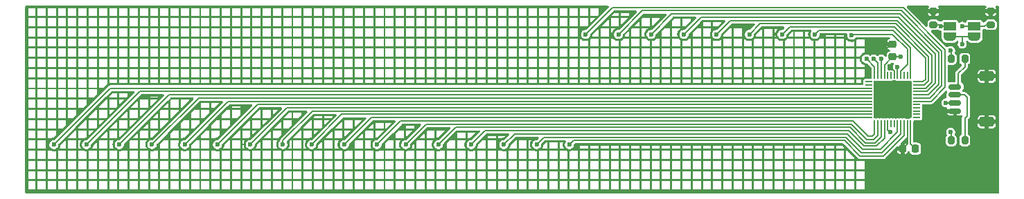
<source format=gbr>
%TF.GenerationSoftware,KiCad,Pcbnew,9.0.0-9.0.0-2~ubuntu24.04.1*%
%TF.CreationDate,2025-04-10T08:36:23-04:00*%
%TF.ProjectId,Touch,546f7563-682e-46b6-9963-61645f706362,0*%
%TF.SameCoordinates,Original*%
%TF.FileFunction,Copper,L1,Top*%
%TF.FilePolarity,Positive*%
%FSLAX46Y46*%
G04 Gerber Fmt 4.6, Leading zero omitted, Abs format (unit mm)*
G04 Created by KiCad (PCBNEW 9.0.0-9.0.0-2~ubuntu24.04.1) date 2025-04-10 08:36:23*
%MOMM*%
%LPD*%
G01*
G04 APERTURE LIST*
G04 Aperture macros list*
%AMRoundRect*
0 Rectangle with rounded corners*
0 $1 Rounding radius*
0 $2 $3 $4 $5 $6 $7 $8 $9 X,Y pos of 4 corners*
0 Add a 4 corners polygon primitive as box body*
4,1,4,$2,$3,$4,$5,$6,$7,$8,$9,$2,$3,0*
0 Add four circle primitives for the rounded corners*
1,1,$1+$1,$2,$3*
1,1,$1+$1,$4,$5*
1,1,$1+$1,$6,$7*
1,1,$1+$1,$8,$9*
0 Add four rect primitives between the rounded corners*
20,1,$1+$1,$2,$3,$4,$5,0*
20,1,$1+$1,$4,$5,$6,$7,0*
20,1,$1+$1,$6,$7,$8,$9,0*
20,1,$1+$1,$8,$9,$2,$3,0*%
%AMFreePoly0*
4,1,23,0.550000,-0.750000,0.000000,-0.750000,0.000000,-0.745722,-0.065263,-0.745722,-0.191342,-0.711940,-0.304381,-0.646677,-0.396677,-0.554381,-0.461940,-0.441342,-0.495722,-0.315263,-0.495722,-0.250000,-0.500000,-0.250000,-0.500000,0.250000,-0.495722,0.250000,-0.495722,0.315263,-0.461940,0.441342,-0.396677,0.554381,-0.304381,0.646677,-0.191342,0.711940,-0.065263,0.745722,0.000000,0.745722,
0.000000,0.750000,0.550000,0.750000,0.550000,-0.750000,0.550000,-0.750000,$1*%
%AMFreePoly1*
4,1,23,0.000000,0.745722,0.065263,0.745722,0.191342,0.711940,0.304381,0.646677,0.396677,0.554381,0.461940,0.441342,0.495722,0.315263,0.495722,0.250000,0.500000,0.250000,0.500000,-0.250000,0.495722,-0.250000,0.495722,-0.315263,0.461940,-0.441342,0.396677,-0.554381,0.304381,-0.646677,0.191342,-0.711940,0.065263,-0.745722,0.000000,-0.745722,0.000000,-0.750000,-0.550000,-0.750000,
-0.550000,0.750000,0.000000,0.750000,0.000000,0.745722,0.000000,0.745722,$1*%
G04 Aperture macros list end*
%TA.AperFunction,SMDPad,CuDef*%
%ADD10RoundRect,0.200000X0.275000X-0.200000X0.275000X0.200000X-0.275000X0.200000X-0.275000X-0.200000X0*%
%TD*%
%TA.AperFunction,SMDPad,CuDef*%
%ADD11RoundRect,0.225000X-0.250000X0.225000X-0.250000X-0.225000X0.250000X-0.225000X0.250000X0.225000X0*%
%TD*%
%TA.AperFunction,SMDPad,CuDef*%
%ADD12RoundRect,0.200000X-0.200000X-0.275000X0.200000X-0.275000X0.200000X0.275000X-0.200000X0.275000X0*%
%TD*%
%TA.AperFunction,SMDPad,CuDef*%
%ADD13RoundRect,0.150000X0.625000X-0.150000X0.625000X0.150000X-0.625000X0.150000X-0.625000X-0.150000X0*%
%TD*%
%TA.AperFunction,SMDPad,CuDef*%
%ADD14RoundRect,0.250000X0.650000X-0.350000X0.650000X0.350000X-0.650000X0.350000X-0.650000X-0.350000X0*%
%TD*%
%TA.AperFunction,SMDPad,CuDef*%
%ADD15RoundRect,0.050000X0.350000X0.050000X-0.350000X0.050000X-0.350000X-0.050000X0.350000X-0.050000X0*%
%TD*%
%TA.AperFunction,SMDPad,CuDef*%
%ADD16RoundRect,0.050000X0.050000X0.350000X-0.050000X0.350000X-0.050000X-0.350000X0.050000X-0.350000X0*%
%TD*%
%TA.AperFunction,HeatsinkPad*%
%ADD17R,4.600000X4.600000*%
%TD*%
%TA.AperFunction,SMDPad,CuDef*%
%ADD18RoundRect,0.225000X0.225000X0.250000X-0.225000X0.250000X-0.225000X-0.250000X0.225000X-0.250000X0*%
%TD*%
%TA.AperFunction,SMDPad,CuDef*%
%ADD19FreePoly0,90.000000*%
%TD*%
%TA.AperFunction,SMDPad,CuDef*%
%ADD20R,1.500000X1.000000*%
%TD*%
%TA.AperFunction,SMDPad,CuDef*%
%ADD21FreePoly1,90.000000*%
%TD*%
%TA.AperFunction,ViaPad*%
%ADD22C,0.600000*%
%TD*%
%TA.AperFunction,Conductor*%
%ADD23C,0.200000*%
%TD*%
G04 APERTURE END LIST*
D10*
%TO.P,R24,1*%
%TO.N,/Capacitive_Touch_Sensor/ADDR1*%
X222000000Y-133825000D03*
%TO.P,R24,2*%
%TO.N,GND1*%
X222000000Y-132175000D03*
%TD*%
D11*
%TO.P,C18,1*%
%TO.N,GND1*%
X210000000Y-136225000D03*
%TO.P,C18,2*%
%TO.N,VCC*%
X210000000Y-137775000D03*
%TD*%
D12*
%TO.P,R17,1*%
%TO.N,Net-(U8-(PR{slash}SCL)P1[1])*%
X217175000Y-138000000D03*
%TO.P,R17,2*%
%TO.N,/Capacitive_Touch_Sensor/SCL*%
X218825000Y-138000000D03*
%TD*%
D13*
%TO.P,J2,1,Pin_1*%
%TO.N,GND1*%
X217630000Y-144430000D03*
%TO.P,J2,2,Pin_2*%
%TO.N,VCC*%
X217630000Y-143430000D03*
%TO.P,J2,3,Pin_3*%
%TO.N,/Capacitive_Touch_Sensor/SDA*%
X217630000Y-142430000D03*
%TO.P,J2,4,Pin_4*%
%TO.N,/Capacitive_Touch_Sensor/SCL*%
X217630000Y-141430000D03*
D14*
%TO.P,J2,MP,MountPin*%
%TO.N,GND1*%
X221505000Y-145730000D03*
X221505000Y-140130000D03*
%TD*%
D15*
%TO.P,U8,1,NC*%
%TO.N,unconnected-(U8-NC-Pad1)*%
X212950000Y-145200000D03*
%TO.P,U8,2,P2[7]*%
%TO.N,unconnected-(U8-P2[7]-Pad2)*%
X212950000Y-144800000D03*
%TO.P,U8,3,P2[5]*%
%TO.N,unconnected-(U8-P2[5]-Pad3)*%
X212950000Y-144400000D03*
%TO.P,U8,4,P2[3]*%
%TO.N,unconnected-(U8-P2[3]-Pad4)*%
X212950000Y-144000000D03*
%TO.P,U8,5,P2[1]*%
%TO.N,unconnected-(U8-P2[1]-Pad5)*%
X212950000Y-143600000D03*
%TO.P,U8,6,P4[3]*%
%TO.N,/Capacitive_Touch_Sensor/SENSE18*%
X212950000Y-143200000D03*
%TO.P,U8,7,P4[1]*%
%TO.N,/Capacitive_Touch_Sensor/SENSE19*%
X212950000Y-142800000D03*
%TO.P,U8,8,P3[7]*%
%TO.N,/Capacitive_Touch_Sensor/SENSE20*%
X212950000Y-142400000D03*
%TO.P,U8,9,P3[5]*%
%TO.N,/Capacitive_Touch_Sensor/SENSE21*%
X212950000Y-142000000D03*
%TO.P,U8,10,P3[3]*%
%TO.N,/Capacitive_Touch_Sensor/SENSE22*%
X212950000Y-141600000D03*
%TO.P,U8,11,P3[1]*%
%TO.N,/Capacitive_Touch_Sensor/SENSE23*%
X212950000Y-141200000D03*
%TO.P,U8,12,(SCL)P1[7]*%
%TO.N,/Capacitive_Touch_Sensor/SENSE24*%
X212950000Y-140800000D03*
D16*
%TO.P,U8,13,(SDA)P1[5]*%
%TO.N,/Capacitive_Touch_Sensor/SENSE25*%
X212200000Y-140050000D03*
%TO.P,U8,14,NC*%
%TO.N,unconnected-(U8-NC-Pad14)*%
X211800000Y-140050000D03*
%TO.P,U8,15,NC*%
%TO.N,unconnected-(U8-NC-Pad15)*%
X211400000Y-140050000D03*
%TO.P,U8,16,P1[3]*%
%TO.N,/Capacitive_Touch_Sensor/SENSE26*%
X211000000Y-140050000D03*
%TO.P,U8,17,(PR/SCL)P1[1]*%
%TO.N,Net-(U8-(PR{slash}SCL)P1[1])*%
X210600000Y-140050000D03*
%TO.P,U8,18,VSS*%
%TO.N,GND1*%
X210200000Y-140050000D03*
%TO.P,U8,19,NC*%
%TO.N,unconnected-(U8-NC-Pad19)*%
X209800000Y-140050000D03*
%TO.P,U8,20,NC*%
%TO.N,unconnected-(U8-NC-Pad20)*%
X209400000Y-140050000D03*
%TO.P,U8,21,VDD*%
%TO.N,VCC*%
X209000000Y-140050000D03*
%TO.P,U8,22,(PR/SDA)P1[0]*%
%TO.N,Net-(U8-(PR{slash}SDA)P1[0])*%
X208600000Y-140050000D03*
%TO.P,U8,23,P1[2]*%
%TO.N,/Capacitive_Touch_Sensor/ADDR0*%
X208200000Y-140050000D03*
%TO.P,U8,24,P1[4]*%
%TO.N,/Capacitive_Touch_Sensor/ADDR1*%
X207800000Y-140050000D03*
D15*
%TO.P,U8,25,P1[6]*%
%TO.N,unconnected-(U8-P1[6]-Pad25)*%
X207050000Y-140800000D03*
%TO.P,U8,26,XRES*%
%TO.N,unconnected-(U8-XRES-Pad26)*%
X207050000Y-141200000D03*
%TO.P,U8,27,P3[0]*%
%TO.N,/Capacitive_Touch_Sensor/SENSE1*%
X207050000Y-141600000D03*
%TO.P,U8,28,P3[2]*%
%TO.N,/Capacitive_Touch_Sensor/SENSE2*%
X207050000Y-142000000D03*
%TO.P,U8,29,P3[4]*%
%TO.N,/Capacitive_Touch_Sensor/SENSE3*%
X207050000Y-142400000D03*
%TO.P,U8,30,P3[6]*%
%TO.N,/Capacitive_Touch_Sensor/SENSE4*%
X207050000Y-142800000D03*
%TO.P,U8,31,P4[0]*%
%TO.N,/Capacitive_Touch_Sensor/SENSE5*%
X207050000Y-143200000D03*
%TO.P,U8,32,P4[2]*%
%TO.N,/Capacitive_Touch_Sensor/SENSE6*%
X207050000Y-143600000D03*
%TO.P,U8,33,P2[0]*%
%TO.N,/Capacitive_Touch_Sensor/SENSE7*%
X207050000Y-144000000D03*
%TO.P,U8,34,P2[2]*%
%TO.N,/Capacitive_Touch_Sensor/SENSE8*%
X207050000Y-144400000D03*
%TO.P,U8,35,P2[4]*%
%TO.N,/Capacitive_Touch_Sensor/SENSE9*%
X207050000Y-144800000D03*
%TO.P,U8,36,P2[6]*%
%TO.N,/Capacitive_Touch_Sensor/SENSE10*%
X207050000Y-145200000D03*
D16*
%TO.P,U8,37,P0[0]*%
%TO.N,/Capacitive_Touch_Sensor/SENSE11*%
X207800000Y-145950000D03*
%TO.P,U8,38,P0[2]*%
%TO.N,/Capacitive_Touch_Sensor/SENSE12*%
X208200000Y-145950000D03*
%TO.P,U8,39,P0[4]*%
%TO.N,/Capacitive_Touch_Sensor/SENSE13*%
X208600000Y-145950000D03*
%TO.P,U8,40,P0[6]*%
%TO.N,/Capacitive_Touch_Sensor/SENSE14*%
X209000000Y-145950000D03*
%TO.P,U8,41,VDD2*%
%TO.N,VCC*%
X209400000Y-145950000D03*
%TO.P,U8,42,NC*%
%TO.N,unconnected-(U8-NC-Pad42)*%
X209800000Y-145950000D03*
%TO.P,U8,43,NC*%
%TO.N,unconnected-(U8-NC-Pad43)*%
X210200000Y-145950000D03*
%TO.P,U8,44,P0[7]*%
%TO.N,/Capacitive_Touch_Sensor/SENSE15*%
X210600000Y-145950000D03*
%TO.P,U8,45,P0[5]*%
%TO.N,/Capacitive_Touch_Sensor/SENSE16*%
X211000000Y-145950000D03*
%TO.P,U8,46,(INT)P0[3]*%
%TO.N,/Capacitive_Touch_Sensor/SENSE17*%
X211400000Y-145950000D03*
%TO.P,U8,47,VSS2*%
%TO.N,GND1*%
X211800000Y-145950000D03*
%TO.P,U8,48,(INT)P0[1]*%
%TO.N,Net-(U8-(INT)P0[1])*%
X212200000Y-145950000D03*
D17*
%TO.P,U8,49,Center_Pad*%
%TO.N,GND1*%
X210000000Y-143000000D03*
%TD*%
D10*
%TO.P,R22,1*%
%TO.N,/Capacitive_Touch_Sensor/ADDR0*%
X215000000Y-133825000D03*
%TO.P,R22,2*%
%TO.N,GND1*%
X215000000Y-132175000D03*
%TD*%
D12*
%TO.P,R21,1*%
%TO.N,Net-(U8-(PR{slash}SDA)P1[0])*%
X217175000Y-148000000D03*
%TO.P,R21,2*%
%TO.N,/Capacitive_Touch_Sensor/SDA*%
X218825000Y-148000000D03*
%TD*%
D18*
%TO.P,C19,1*%
%TO.N,Net-(U8-(INT)P0[1])*%
X212775000Y-149000000D03*
%TO.P,C19,2*%
%TO.N,GND1*%
X211225000Y-149000000D03*
%TD*%
D19*
%TO.P,JP3,1,A*%
%TO.N,VCC*%
X217000000Y-135300000D03*
D20*
%TO.P,JP3,2,C*%
%TO.N,/Capacitive_Touch_Sensor/ADDR0*%
X217000000Y-134000000D03*
D21*
%TO.P,JP3,3,B*%
%TO.N,GND1*%
X217000000Y-132700000D03*
%TD*%
D19*
%TO.P,JP4,1,A*%
%TO.N,VCC*%
X220000000Y-135300000D03*
D20*
%TO.P,JP4,2,C*%
%TO.N,/Capacitive_Touch_Sensor/ADDR1*%
X220000000Y-134000000D03*
D21*
%TO.P,JP4,3,B*%
%TO.N,GND1*%
X220000000Y-132700000D03*
%TD*%
D22*
%TO.N,GND1*%
X213500000Y-132500000D03*
X215000000Y-145500000D03*
X209000000Y-153000000D03*
X215000000Y-144500000D03*
X221000000Y-149000000D03*
X208500000Y-144500000D03*
X221000000Y-132000000D03*
X210000000Y-143000000D03*
X215000000Y-151000000D03*
X210000000Y-141500000D03*
X221000000Y-153000000D03*
X216000000Y-132000000D03*
X210000000Y-144500000D03*
X216000000Y-145500000D03*
X209000000Y-137000000D03*
X211500000Y-144500000D03*
X217000000Y-153000000D03*
X208500000Y-143000000D03*
X211000000Y-151000000D03*
X218000000Y-145500000D03*
X209661765Y-138961765D03*
X211500000Y-141500000D03*
X216000000Y-144500000D03*
X211500000Y-143000000D03*
X219000000Y-151000000D03*
X217000000Y-149000000D03*
X208500000Y-141500000D03*
X213000000Y-153000000D03*
X218500000Y-132500000D03*
%TO.N,VCC*%
X209700000Y-147000000D03*
X216500000Y-143400000D03*
X218500000Y-136200000D03*
X210975735Y-137775735D03*
%TO.N,/Capacitive_Touch_Sensor/SENSE25*%
X200500000Y-135000000D03*
%TO.N,/Capacitive_Touch_Sensor/SENSE2*%
X111500000Y-148500000D03*
%TO.N,/Capacitive_Touch_Sensor/SENSE6*%
X127500000Y-148500000D03*
%TO.N,/Capacitive_Touch_Sensor/SENSE11*%
X147000000Y-148500000D03*
%TO.N,/Capacitive_Touch_Sensor/SENSE19*%
X176500000Y-135000000D03*
%TO.N,/Capacitive_Touch_Sensor/SENSE5*%
X123500000Y-148500000D03*
%TO.N,/Capacitive_Touch_Sensor/SENSE9*%
X139000000Y-148500000D03*
%TO.N,/Capacitive_Touch_Sensor/SENSE4*%
X119500000Y-148500000D03*
%TO.N,/Capacitive_Touch_Sensor/SENSE7*%
X131500000Y-148500000D03*
%TO.N,/Capacitive_Touch_Sensor/SENSE16*%
X166500000Y-148500000D03*
%TO.N,/Capacitive_Touch_Sensor/SENSE13*%
X154500000Y-148500000D03*
%TO.N,/Capacitive_Touch_Sensor/SENSE12*%
X150500000Y-148500000D03*
%TO.N,/Capacitive_Touch_Sensor/SENSE15*%
X162500000Y-148500000D03*
%TO.N,/Capacitive_Touch_Sensor/SENSE24*%
X196500000Y-135000000D03*
%TO.N,/Capacitive_Touch_Sensor/SENSE20*%
X180500000Y-135000000D03*
%TO.N,/Capacitive_Touch_Sensor/SENSE3*%
X115500000Y-148500000D03*
%TO.N,/Capacitive_Touch_Sensor/SENSE23*%
X192500000Y-135000000D03*
%TO.N,/Capacitive_Touch_Sensor/SENSE21*%
X184500000Y-135000000D03*
%TO.N,/Capacitive_Touch_Sensor/SENSE14*%
X158500000Y-148500000D03*
%TO.N,/Capacitive_Touch_Sensor/SENSE8*%
X135500000Y-148500000D03*
%TO.N,/Capacitive_Touch_Sensor/SENSE10*%
X143000000Y-148500000D03*
%TO.N,/Capacitive_Touch_Sensor/SENSE26*%
X205000000Y-135100000D03*
%TO.N,/Capacitive_Touch_Sensor/SENSE22*%
X188500000Y-135000000D03*
%TO.N,/Capacitive_Touch_Sensor/SENSE1*%
X107500000Y-148500000D03*
%TO.N,/Capacitive_Touch_Sensor/SENSE18*%
X172500000Y-135000000D03*
%TO.N,/Capacitive_Touch_Sensor/SENSE17*%
X170500000Y-148500000D03*
%TO.N,/Capacitive_Touch_Sensor/ADDR1*%
X218500000Y-134000000D03*
X206800000Y-138000000D03*
%TO.N,/Capacitive_Touch_Sensor/ADDR0*%
X215900000Y-134000000D03*
X207700000Y-138000000D03*
%TO.N,Net-(U8-(PR{slash}SDA)P1[0])*%
X217100000Y-147000000D03*
X208600000Y-138000000D03*
%TO.N,Net-(U8-(PR{slash}SCL)P1[1])*%
X217100000Y-137000000D03*
X210600000Y-139000000D03*
%TD*%
D23*
%TO.N,/Capacitive_Touch_Sensor/SENSE18*%
X216406000Y-136869200D02*
X216406000Y-141496600D01*
X175753400Y-131746600D02*
X211283400Y-131746600D01*
X211283400Y-131746600D02*
X216406000Y-136869200D01*
X214702600Y-143200000D02*
X212950000Y-143200000D01*
X216406000Y-141496600D02*
X214702600Y-143200000D01*
X172500000Y-135000000D02*
X175753400Y-131746600D01*
%TO.N,GND1*%
X210200000Y-142800000D02*
X210000000Y-143000000D01*
X211800000Y-145950000D02*
X211800000Y-148425000D01*
X210200000Y-139500000D02*
X209661765Y-138961765D01*
X211800000Y-144800000D02*
X210000000Y-143000000D01*
X210000000Y-136225000D02*
X209775000Y-136225000D01*
X211800000Y-148425000D02*
X211225000Y-149000000D01*
X209775000Y-136225000D02*
X209000000Y-137000000D01*
X210200000Y-140050000D02*
X210200000Y-139500000D01*
%TO.N,VCC*%
X218500000Y-136200000D02*
X218500000Y-135300000D01*
X209000000Y-138775000D02*
X209000000Y-140050000D01*
X209999265Y-137775735D02*
X209000000Y-138775000D01*
X216500000Y-143400000D02*
X217600000Y-143400000D01*
X217600000Y-143400000D02*
X217630000Y-143430000D01*
X209400000Y-145950000D02*
X209400000Y-146700000D01*
X209400000Y-146700000D02*
X209700000Y-147000000D01*
X220000000Y-135300000D02*
X218500000Y-135300000D01*
X218500000Y-135300000D02*
X217000000Y-135300000D01*
X210975735Y-137775735D02*
X209999265Y-137775735D01*
%TO.N,/Capacitive_Touch_Sensor/SENSE25*%
X201000000Y-134500000D02*
X200500000Y-135000000D01*
X210067100Y-134500000D02*
X201000000Y-134500000D01*
X212200000Y-140050000D02*
X212200000Y-136632900D01*
X212200000Y-136632900D02*
X210067100Y-134500000D01*
%TO.N,/Capacitive_Touch_Sensor/SENSE2*%
X111500000Y-148500000D02*
X118000000Y-142000000D01*
X118000000Y-142000000D02*
X207050000Y-142000000D01*
%TO.N,/Capacitive_Touch_Sensor/SENSE6*%
X132400000Y-143600000D02*
X127500000Y-148500000D01*
X207050000Y-143600000D02*
X132400000Y-143600000D01*
%TO.N,/Capacitive_Touch_Sensor/SENSE11*%
X205107000Y-145607000D02*
X207000000Y-147500000D01*
X207000000Y-147500000D02*
X207500000Y-147500000D01*
X207800000Y-147200000D02*
X207800000Y-145950000D01*
X207500000Y-147500000D02*
X207800000Y-147200000D01*
X149893000Y-145607000D02*
X205107000Y-145607000D01*
X147000000Y-148500000D02*
X149893000Y-145607000D01*
%TO.N,/Capacitive_Touch_Sensor/SENSE19*%
X179400000Y-132100000D02*
X211069700Y-132100000D01*
X216005000Y-137035300D02*
X216005000Y-141330500D01*
X211069700Y-132100000D02*
X216005000Y-137035300D01*
X176500000Y-135000000D02*
X179400000Y-132100000D01*
X214535500Y-142800000D02*
X212950000Y-142800000D01*
X216005000Y-141330500D02*
X214535500Y-142800000D01*
%TO.N,/Capacitive_Touch_Sensor/SENSE5*%
X123500000Y-148500000D02*
X128798000Y-143202000D01*
X130202000Y-143202000D02*
X130203000Y-143201000D01*
X130203000Y-143201000D02*
X205500000Y-143201000D01*
X128798000Y-143202000D02*
X130202000Y-143202000D01*
X205501000Y-143200000D02*
X207050000Y-143200000D01*
X205500000Y-143201000D02*
X205501000Y-143200000D01*
%TO.N,/Capacitive_Touch_Sensor/SENSE9*%
X139000000Y-148500000D02*
X142695000Y-144805000D01*
X142695000Y-144805000D02*
X206000000Y-144805000D01*
X206005000Y-144800000D02*
X207050000Y-144800000D01*
X206000000Y-144805000D02*
X206005000Y-144800000D01*
%TO.N,/Capacitive_Touch_Sensor/SENSE4*%
X125199000Y-142801000D02*
X202500000Y-142801000D01*
X202500000Y-142801000D02*
X202501000Y-142800000D01*
X119500000Y-148500000D02*
X125199000Y-142801000D01*
X202501000Y-142800000D02*
X207050000Y-142800000D01*
%TO.N,/Capacitive_Touch_Sensor/SENSE7*%
X206267100Y-144000000D02*
X207050000Y-144000000D01*
X206264100Y-144003000D02*
X206267100Y-144000000D01*
X135997000Y-144003000D02*
X206264100Y-144003000D01*
X131500000Y-148500000D02*
X135997000Y-144003000D01*
%TO.N,/Capacitive_Touch_Sensor/SENSE16*%
X211000000Y-147200000D02*
X211000000Y-145950000D01*
X166500000Y-148500000D02*
X167388000Y-147612000D01*
X206169500Y-149505000D02*
X208695000Y-149505000D01*
X208695000Y-149505000D02*
X211000000Y-147200000D01*
X204276500Y-147612000D02*
X206169500Y-149505000D01*
X167388000Y-147612000D02*
X204276500Y-147612000D01*
%TO.N,/Capacitive_Touch_Sensor/SENSE13*%
X156591000Y-146409000D02*
X204774800Y-146409000D01*
X207832200Y-148302000D02*
X208600000Y-147534200D01*
X154500000Y-148500000D02*
X156591000Y-146409000D01*
X208600000Y-147534200D02*
X208600000Y-145950000D01*
X206667800Y-148302000D02*
X207832200Y-148302000D01*
X204774800Y-146409000D02*
X206667800Y-148302000D01*
%TO.N,/Capacitive_Touch_Sensor/SENSE12*%
X208200000Y-147367100D02*
X208200000Y-145950000D01*
X207666100Y-147901000D02*
X208200000Y-147367100D01*
X152992000Y-146008000D02*
X204940900Y-146008000D01*
X150500000Y-148500000D02*
X152992000Y-146008000D01*
X204940900Y-146008000D02*
X206833900Y-147901000D01*
X206833900Y-147901000D02*
X207666100Y-147901000D01*
%TO.N,/Capacitive_Touch_Sensor/SENSE15*%
X208496000Y-149104000D02*
X210600000Y-147000000D01*
X210600000Y-147000000D02*
X210600000Y-145950000D01*
X162500000Y-148500000D02*
X163789000Y-147211000D01*
X206335600Y-149104000D02*
X208496000Y-149104000D01*
X163789000Y-147211000D02*
X204442600Y-147211000D01*
X204442600Y-147211000D02*
X206335600Y-149104000D01*
%TO.N,/Capacitive_Touch_Sensor/SENSE24*%
X210234200Y-134100000D02*
X197400000Y-134100000D01*
X214000000Y-140500000D02*
X214000000Y-137865800D01*
X197400000Y-134100000D02*
X196500000Y-135000000D01*
X212950000Y-140800000D02*
X213700000Y-140800000D01*
X214000000Y-137865800D02*
X210234200Y-134100000D01*
X213700000Y-140800000D02*
X214000000Y-140500000D01*
%TO.N,/Capacitive_Touch_Sensor/SENSE20*%
X214368400Y-142400000D02*
X215604000Y-141164400D01*
X215604000Y-137201400D02*
X210902600Y-132500000D01*
X183000000Y-132500000D02*
X180500000Y-135000000D01*
X210902600Y-132500000D02*
X183000000Y-132500000D01*
X212950000Y-142400000D02*
X214368400Y-142400000D01*
X215604000Y-141164400D02*
X215604000Y-137201400D01*
%TO.N,/Capacitive_Touch_Sensor/SENSE3*%
X115500000Y-148500000D02*
X121600000Y-142400000D01*
X121600000Y-142400000D02*
X207050000Y-142400000D01*
%TO.N,/Capacitive_Touch_Sensor/SENSE23*%
X193800000Y-133700000D02*
X192500000Y-135000000D01*
X213867100Y-141200000D02*
X214401000Y-140666100D01*
X214401000Y-140666100D02*
X214401000Y-137699700D01*
X214401000Y-137699700D02*
X210401300Y-133700000D01*
X212950000Y-141200000D02*
X213867100Y-141200000D01*
X210401300Y-133700000D02*
X193800000Y-133700000D01*
%TO.N,/Capacitive_Touch_Sensor/SENSE21*%
X215203000Y-140998300D02*
X214201300Y-142000000D01*
X215203000Y-137367500D02*
X215203000Y-140998300D01*
X210735500Y-132900000D02*
X215203000Y-137367500D01*
X186600000Y-132900000D02*
X210735500Y-132900000D01*
X214201300Y-142000000D02*
X212950000Y-142000000D01*
X184500000Y-135000000D02*
X186600000Y-132900000D01*
%TO.N,/Capacitive_Touch_Sensor/SENSE14*%
X204608700Y-146810000D02*
X206501700Y-148703000D01*
X206501700Y-148703000D02*
X207998300Y-148703000D01*
X209000000Y-147701300D02*
X209000000Y-145950000D01*
X160190000Y-146810000D02*
X204608700Y-146810000D01*
X207998300Y-148703000D02*
X209000000Y-147701300D01*
X158500000Y-148500000D02*
X160190000Y-146810000D01*
%TO.N,/Capacitive_Touch_Sensor/SENSE8*%
X206548226Y-144404000D02*
X139096000Y-144404000D01*
X206552226Y-144400000D02*
X206548226Y-144404000D01*
X207050000Y-144400000D02*
X206552226Y-144400000D01*
X139096000Y-144404000D02*
X135500000Y-148000000D01*
X135500000Y-148000000D02*
X135500000Y-148500000D01*
%TO.N,/Capacitive_Touch_Sensor/SENSE10*%
X146294000Y-145206000D02*
X207044000Y-145206000D01*
X207044000Y-145206000D02*
X207050000Y-145200000D01*
X143000000Y-148500000D02*
X146294000Y-145206000D01*
%TO.N,/Capacitive_Touch_Sensor/SENSE26*%
X211000000Y-139500000D02*
X211000000Y-140050000D01*
X205100000Y-135000000D02*
X210000000Y-135000000D01*
X210000000Y-135000000D02*
X211799000Y-136799000D01*
X211799000Y-138701000D02*
X211000000Y-139500000D01*
X211799000Y-136799000D02*
X211799000Y-138701000D01*
X205000000Y-135100000D02*
X205100000Y-135000000D01*
%TO.N,/Capacitive_Touch_Sensor/SENSE22*%
X210568400Y-133300000D02*
X190200000Y-133300000D01*
X190200000Y-133300000D02*
X188500000Y-135000000D01*
X214034200Y-141600000D02*
X214802000Y-140832200D01*
X214802000Y-140832200D02*
X214802000Y-137533600D01*
X214802000Y-137533600D02*
X210568400Y-133300000D01*
X212950000Y-141600000D02*
X214034200Y-141600000D01*
%TO.N,/Capacitive_Touch_Sensor/SENSE1*%
X107500000Y-148500000D02*
X114400000Y-141600000D01*
X114400000Y-141600000D02*
X207050000Y-141600000D01*
%TO.N,/Capacitive_Touch_Sensor/SENSE17*%
X204110400Y-148013000D02*
X206003400Y-149906000D01*
X206003400Y-149906000D02*
X208894000Y-149906000D01*
X170500000Y-148500000D02*
X170987000Y-148013000D01*
X208894000Y-149906000D02*
X211400000Y-147400000D01*
X170987000Y-148013000D02*
X204110400Y-148013000D01*
X211400000Y-147400000D02*
X211400000Y-145950000D01*
%TO.N,/Capacitive_Touch_Sensor/ADDR1*%
X207800000Y-139000000D02*
X206800000Y-138000000D01*
X207800000Y-140050000D02*
X207800000Y-139000000D01*
X222000000Y-133825000D02*
X221375000Y-133825000D01*
X221200000Y-134000000D02*
X220000000Y-134000000D01*
X221375000Y-133825000D02*
X221200000Y-134000000D01*
X218500000Y-134000000D02*
X220000000Y-134000000D01*
%TO.N,/Capacitive_Touch_Sensor/ADDR0*%
X215725000Y-133825000D02*
X215900000Y-134000000D01*
X215900000Y-134000000D02*
X217000000Y-134000000D01*
X215000000Y-133825000D02*
X215725000Y-133825000D01*
X208200000Y-140050000D02*
X208200000Y-138500000D01*
X208200000Y-138500000D02*
X207700000Y-138000000D01*
%TO.N,Net-(U8-(PR{slash}SDA)P1[0])*%
X217175000Y-147075000D02*
X217100000Y-147000000D01*
X208600000Y-140050000D02*
X208600000Y-138000000D01*
X217175000Y-148000000D02*
X217175000Y-147075000D01*
%TO.N,/Capacitive_Touch_Sensor/SDA*%
X218825000Y-145275000D02*
X219106000Y-144994000D01*
X219106000Y-142731001D02*
X218804999Y-142430000D01*
X219106000Y-144994000D02*
X219106000Y-142731001D01*
X218804999Y-142430000D02*
X217630000Y-142430000D01*
X218825000Y-148000000D02*
X218825000Y-145275000D01*
%TO.N,Net-(U8-(PR{slash}SCL)P1[1])*%
X217175000Y-137075000D02*
X217100000Y-137000000D01*
X210600000Y-140050000D02*
X210600000Y-139000000D01*
X217175000Y-138000000D02*
X217175000Y-137075000D01*
%TO.N,/Capacitive_Touch_Sensor/SCL*%
X218825000Y-138975000D02*
X218825000Y-138000000D01*
X218030000Y-139770000D02*
X218825000Y-138975000D01*
X217630000Y-141430000D02*
X218030000Y-141030000D01*
X218030000Y-141030000D02*
X218030000Y-139770000D01*
%TO.N,Net-(U8-(INT)P0[1])*%
X212200000Y-145950000D02*
X212200000Y-148425000D01*
X212200000Y-148425000D02*
X212775000Y-149000000D01*
%TD*%
%TA.AperFunction,Conductor*%
%TO.N,GND1*%
G36*
X175271496Y-131520185D02*
G01*
X175317251Y-131572989D01*
X175327195Y-131642147D01*
X175298170Y-131705703D01*
X175292138Y-131712179D01*
X173930557Y-133073761D01*
X172591137Y-134413181D01*
X172529814Y-134446666D01*
X172503456Y-134449500D01*
X172427525Y-134449500D01*
X172309299Y-134481179D01*
X172287511Y-134487017D01*
X172161988Y-134559488D01*
X172161982Y-134559493D01*
X172059493Y-134661982D01*
X172059488Y-134661988D01*
X171987017Y-134787511D01*
X171987016Y-134787515D01*
X171949500Y-134927525D01*
X171949500Y-135072475D01*
X171987016Y-135212485D01*
X171987017Y-135212488D01*
X172059488Y-135338011D01*
X172059490Y-135338013D01*
X172059491Y-135338015D01*
X172161985Y-135440509D01*
X172161986Y-135440510D01*
X172161988Y-135440511D01*
X172287511Y-135512982D01*
X172287512Y-135512982D01*
X172287515Y-135512984D01*
X172427525Y-135550500D01*
X172427528Y-135550500D01*
X172572472Y-135550500D01*
X172572475Y-135550500D01*
X172712485Y-135512984D01*
X172838015Y-135440509D01*
X172940509Y-135338015D01*
X172989881Y-135252500D01*
X173284892Y-135252500D01*
X174055000Y-135252500D01*
X174304000Y-135252500D01*
X175306000Y-135252500D01*
X175555000Y-135252500D01*
X175715108Y-135252500D01*
X175683487Y-135134492D01*
X175681641Y-135126571D01*
X175681322Y-135124966D01*
X175680004Y-135116982D01*
X175677668Y-135099243D01*
X175676872Y-135091162D01*
X175676765Y-135089529D01*
X175676500Y-135081421D01*
X175676500Y-134918579D01*
X175676765Y-134910471D01*
X175676872Y-134908838D01*
X175677668Y-134900757D01*
X175680004Y-134883018D01*
X175681322Y-134875034D01*
X175681641Y-134873429D01*
X175683487Y-134865508D01*
X175725634Y-134708216D01*
X175727994Y-134700439D01*
X175728520Y-134698890D01*
X175731371Y-134691316D01*
X175738217Y-134674785D01*
X175741571Y-134667382D01*
X175742295Y-134665914D01*
X175746118Y-134658761D01*
X175827540Y-134517736D01*
X175831811Y-134510867D01*
X175832720Y-134509506D01*
X175837462Y-134502887D01*
X175848354Y-134488693D01*
X175853512Y-134482409D01*
X175854591Y-134481179D01*
X175860126Y-134475271D01*
X175975271Y-134360126D01*
X175981179Y-134354591D01*
X175982409Y-134353512D01*
X175988693Y-134348354D01*
X176002887Y-134337462D01*
X176009506Y-134332720D01*
X176010867Y-134331811D01*
X176017736Y-134327540D01*
X176151171Y-134250500D01*
X175555000Y-134250500D01*
X175555000Y-135252500D01*
X175306000Y-135252500D01*
X175306000Y-134250500D01*
X174304000Y-134250500D01*
X174304000Y-135252500D01*
X174055000Y-135252500D01*
X174055000Y-134326761D01*
X173323500Y-135058261D01*
X173323500Y-135081421D01*
X173323235Y-135089529D01*
X173323128Y-135091162D01*
X173322332Y-135099243D01*
X173319996Y-135116982D01*
X173318678Y-135124966D01*
X173318359Y-135126571D01*
X173316513Y-135134492D01*
X173284892Y-135252500D01*
X172989881Y-135252500D01*
X173012984Y-135212485D01*
X173050500Y-135072475D01*
X173050500Y-134996543D01*
X173070185Y-134929504D01*
X173086819Y-134908862D01*
X173994181Y-134001500D01*
X174380261Y-134001500D01*
X175306000Y-134001500D01*
X175555000Y-134001500D01*
X176557000Y-134001500D01*
X176557000Y-133812238D01*
X176806000Y-133812238D01*
X177618739Y-132999500D01*
X176806000Y-132999500D01*
X176806000Y-133812238D01*
X176557000Y-133812238D01*
X176557000Y-132999500D01*
X175555000Y-132999500D01*
X175555000Y-134001500D01*
X175306000Y-134001500D01*
X175306000Y-133075761D01*
X174380261Y-134001500D01*
X173994181Y-134001500D01*
X175245181Y-132750500D01*
X175631261Y-132750500D01*
X176557000Y-132750500D01*
X176806000Y-132750500D01*
X177808000Y-132750500D01*
X177808000Y-132370100D01*
X176806000Y-132370100D01*
X176806000Y-132750500D01*
X176557000Y-132750500D01*
X176557000Y-132370100D01*
X176011661Y-132370100D01*
X175631261Y-132750500D01*
X175245181Y-132750500D01*
X175862262Y-132133419D01*
X175923585Y-132099934D01*
X175949943Y-132097100D01*
X178607857Y-132097100D01*
X178674896Y-132116785D01*
X178720651Y-132169589D01*
X178730595Y-132238747D01*
X178701570Y-132302303D01*
X178695539Y-132308779D01*
X177612171Y-133392147D01*
X176591137Y-134413181D01*
X176529814Y-134446666D01*
X176503456Y-134449500D01*
X176427525Y-134449500D01*
X176309299Y-134481179D01*
X176287511Y-134487017D01*
X176161988Y-134559488D01*
X176161982Y-134559493D01*
X176059493Y-134661982D01*
X176059488Y-134661988D01*
X175987017Y-134787511D01*
X175987016Y-134787515D01*
X175949500Y-134927525D01*
X175949500Y-135072475D01*
X175987016Y-135212485D01*
X175987017Y-135212488D01*
X176059488Y-135338011D01*
X176059490Y-135338013D01*
X176059491Y-135338015D01*
X176161985Y-135440509D01*
X176161986Y-135440510D01*
X176161988Y-135440511D01*
X176287511Y-135512982D01*
X176287512Y-135512982D01*
X176287515Y-135512984D01*
X176427525Y-135550500D01*
X176427528Y-135550500D01*
X176572472Y-135550500D01*
X176572475Y-135550500D01*
X176712485Y-135512984D01*
X176838015Y-135440509D01*
X176940509Y-135338015D01*
X176989881Y-135252500D01*
X177284892Y-135252500D01*
X177808000Y-135252500D01*
X177808000Y-134573761D01*
X177323500Y-135058261D01*
X177323500Y-135081421D01*
X177323235Y-135089529D01*
X177323128Y-135091162D01*
X177322332Y-135099243D01*
X177319996Y-135116982D01*
X177318678Y-135124966D01*
X177318359Y-135126571D01*
X177316513Y-135134492D01*
X177284892Y-135252500D01*
X176989881Y-135252500D01*
X177012984Y-135212485D01*
X177050500Y-135072475D01*
X177050500Y-134996543D01*
X177070185Y-134929504D01*
X177086819Y-134908862D01*
X177670920Y-134324761D01*
X178057000Y-134324761D01*
X178057000Y-135252500D01*
X179059000Y-135252500D01*
X179308000Y-135252500D01*
X179715108Y-135252500D01*
X179683487Y-135134492D01*
X179681641Y-135126571D01*
X179681322Y-135124966D01*
X179680004Y-135116982D01*
X179677668Y-135099243D01*
X179676872Y-135091162D01*
X179676765Y-135089529D01*
X179676500Y-135081421D01*
X179676500Y-134918579D01*
X179676765Y-134910471D01*
X179676872Y-134908838D01*
X179677668Y-134900757D01*
X179680004Y-134883018D01*
X179681322Y-134875034D01*
X179681641Y-134873429D01*
X179683487Y-134865508D01*
X179725634Y-134708216D01*
X179727994Y-134700439D01*
X179728520Y-134698890D01*
X179731371Y-134691316D01*
X179738217Y-134674785D01*
X179741571Y-134667382D01*
X179742295Y-134665914D01*
X179746118Y-134658761D01*
X179827540Y-134517736D01*
X179831811Y-134510867D01*
X179832720Y-134509506D01*
X179837462Y-134502887D01*
X179848354Y-134488693D01*
X179853512Y-134482409D01*
X179854591Y-134481179D01*
X179860126Y-134475271D01*
X179975271Y-134360126D01*
X179981179Y-134354591D01*
X179982409Y-134353512D01*
X179988693Y-134348354D01*
X180002887Y-134337462D01*
X180009506Y-134332720D01*
X180010867Y-134331811D01*
X180017736Y-134327540D01*
X180151171Y-134250500D01*
X179308000Y-134250500D01*
X179308000Y-135252500D01*
X179059000Y-135252500D01*
X179059000Y-134250500D01*
X178131261Y-134250500D01*
X178057000Y-134324761D01*
X177670920Y-134324761D01*
X177994181Y-134001500D01*
X178380261Y-134001500D01*
X179059000Y-134001500D01*
X179059000Y-133322761D01*
X178380261Y-134001500D01*
X177994181Y-134001500D01*
X178921920Y-133073761D01*
X179308000Y-133073761D01*
X179308000Y-134001500D01*
X180310000Y-134001500D01*
X180559000Y-134001500D01*
X180616738Y-134001500D01*
X181561000Y-133057238D01*
X181561000Y-132999500D01*
X180559000Y-132999500D01*
X180559000Y-134001500D01*
X180310000Y-134001500D01*
X180310000Y-132999500D01*
X179382261Y-132999500D01*
X179308000Y-133073761D01*
X178921920Y-133073761D01*
X179508862Y-132486819D01*
X179570185Y-132453334D01*
X179596543Y-132450500D01*
X182254456Y-132450500D01*
X182321495Y-132470185D01*
X182367250Y-132522989D01*
X182377194Y-132592147D01*
X182348169Y-132655703D01*
X182342137Y-132662181D01*
X180591137Y-134413181D01*
X180529814Y-134446666D01*
X180503456Y-134449500D01*
X180427525Y-134449500D01*
X180309299Y-134481179D01*
X180287511Y-134487017D01*
X180161988Y-134559488D01*
X180161982Y-134559493D01*
X180059493Y-134661982D01*
X180059488Y-134661988D01*
X179987017Y-134787511D01*
X179987016Y-134787515D01*
X179949500Y-134927525D01*
X179949500Y-135072475D01*
X179987016Y-135212485D01*
X179987017Y-135212488D01*
X180059488Y-135338011D01*
X180059490Y-135338013D01*
X180059491Y-135338015D01*
X180161985Y-135440509D01*
X180161986Y-135440510D01*
X180161988Y-135440511D01*
X180287511Y-135512982D01*
X180287512Y-135512982D01*
X180287515Y-135512984D01*
X180427525Y-135550500D01*
X180427528Y-135550500D01*
X180572472Y-135550500D01*
X180572475Y-135550500D01*
X180712485Y-135512984D01*
X180838015Y-135440509D01*
X180940509Y-135338015D01*
X181012984Y-135212485D01*
X181050500Y-135072475D01*
X181050500Y-134996543D01*
X181070185Y-134929505D01*
X181086819Y-134908863D01*
X181423920Y-134571762D01*
X181810000Y-134571762D01*
X181810000Y-135252500D01*
X182812000Y-135252500D01*
X183061000Y-135252500D01*
X183715108Y-135252500D01*
X183683487Y-135134492D01*
X183681641Y-135126571D01*
X183681322Y-135124966D01*
X183680004Y-135116982D01*
X183677668Y-135099243D01*
X183676872Y-135091162D01*
X183676765Y-135089529D01*
X183676500Y-135081421D01*
X183676500Y-134918579D01*
X183676765Y-134910471D01*
X183676872Y-134908838D01*
X183677668Y-134900757D01*
X183680004Y-134883018D01*
X183681322Y-134875034D01*
X183681641Y-134873429D01*
X183683487Y-134865508D01*
X183725634Y-134708216D01*
X183727994Y-134700439D01*
X183728520Y-134698890D01*
X183731371Y-134691316D01*
X183738217Y-134674785D01*
X183741571Y-134667382D01*
X183742295Y-134665914D01*
X183746118Y-134658761D01*
X183827540Y-134517736D01*
X183831811Y-134510867D01*
X183832720Y-134509506D01*
X183837462Y-134502887D01*
X183848354Y-134488693D01*
X183853512Y-134482409D01*
X183854591Y-134481179D01*
X183860126Y-134475271D01*
X183975271Y-134360126D01*
X183981179Y-134354591D01*
X183982409Y-134353512D01*
X183988693Y-134348354D01*
X184002887Y-134337462D01*
X184009506Y-134332720D01*
X184010867Y-134331811D01*
X184017736Y-134327541D01*
X184063000Y-134301407D01*
X184063000Y-134250500D01*
X183061000Y-134250500D01*
X183061000Y-135252500D01*
X182812000Y-135252500D01*
X182812000Y-134250500D01*
X182131262Y-134250500D01*
X181810000Y-134571762D01*
X181423920Y-134571762D01*
X182674920Y-133320762D01*
X183061000Y-133320762D01*
X183061000Y-134001500D01*
X184063000Y-134001500D01*
X184312000Y-134001500D01*
X184616738Y-134001500D01*
X185314000Y-133304238D01*
X185314000Y-133123500D01*
X184312000Y-133123500D01*
X184312000Y-134001500D01*
X184063000Y-134001500D01*
X184063000Y-133123500D01*
X183258262Y-133123500D01*
X183061000Y-133320762D01*
X182674920Y-133320762D01*
X183108863Y-132886819D01*
X183170186Y-132853334D01*
X183196544Y-132850500D01*
X185854456Y-132850500D01*
X185921495Y-132870185D01*
X185967250Y-132922989D01*
X185977194Y-132992147D01*
X185948169Y-133055703D01*
X185942137Y-133062181D01*
X184591137Y-134413181D01*
X184529814Y-134446666D01*
X184503456Y-134449500D01*
X184427525Y-134449500D01*
X184309299Y-134481179D01*
X184287511Y-134487017D01*
X184161988Y-134559488D01*
X184161982Y-134559493D01*
X184059493Y-134661982D01*
X184059488Y-134661988D01*
X183987017Y-134787511D01*
X183987016Y-134787515D01*
X183949500Y-134927525D01*
X183949500Y-135072475D01*
X183987016Y-135212485D01*
X183987017Y-135212488D01*
X184059488Y-135338011D01*
X184059490Y-135338013D01*
X184059491Y-135338015D01*
X184161985Y-135440509D01*
X184161986Y-135440510D01*
X184161988Y-135440511D01*
X184287511Y-135512982D01*
X184287512Y-135512982D01*
X184287515Y-135512984D01*
X184427525Y-135550500D01*
X184427528Y-135550500D01*
X184572472Y-135550500D01*
X184572475Y-135550500D01*
X184712485Y-135512984D01*
X184838015Y-135440509D01*
X184940509Y-135338015D01*
X185012984Y-135212485D01*
X185050500Y-135072475D01*
X185050500Y-134996543D01*
X185070185Y-134929505D01*
X185086819Y-134908863D01*
X185176920Y-134818762D01*
X185563000Y-134818762D01*
X185563000Y-135252500D01*
X186565000Y-135252500D01*
X186814000Y-135252500D01*
X187715108Y-135252500D01*
X187683487Y-135134492D01*
X187681641Y-135126571D01*
X187681322Y-135124966D01*
X187680004Y-135116982D01*
X187677668Y-135099243D01*
X187676872Y-135091162D01*
X187676765Y-135089529D01*
X187676500Y-135081421D01*
X187676500Y-134918579D01*
X187676765Y-134910471D01*
X187676872Y-134908838D01*
X187677668Y-134900757D01*
X187680004Y-134883018D01*
X187681322Y-134875034D01*
X187681641Y-134873429D01*
X187683487Y-134865508D01*
X187725634Y-134708216D01*
X187727994Y-134700439D01*
X187728520Y-134698890D01*
X187731371Y-134691316D01*
X187738217Y-134674785D01*
X187741571Y-134667382D01*
X187742295Y-134665914D01*
X187746118Y-134658761D01*
X187816000Y-134537723D01*
X187816000Y-134250500D01*
X186814000Y-134250500D01*
X186814000Y-135252500D01*
X186565000Y-135252500D01*
X186565000Y-134250500D01*
X186131262Y-134250500D01*
X185563000Y-134818762D01*
X185176920Y-134818762D01*
X186427920Y-133567762D01*
X186814000Y-133567762D01*
X186814000Y-134001500D01*
X187816000Y-134001500D01*
X188065000Y-134001500D01*
X188616738Y-134001500D01*
X189067000Y-133551238D01*
X189067000Y-133523500D01*
X188065000Y-133523500D01*
X188065000Y-134001500D01*
X187816000Y-134001500D01*
X187816000Y-133523500D01*
X186858262Y-133523500D01*
X186814000Y-133567762D01*
X186427920Y-133567762D01*
X186708863Y-133286819D01*
X186770186Y-133253334D01*
X186796544Y-133250500D01*
X189454456Y-133250500D01*
X189521495Y-133270185D01*
X189567250Y-133322989D01*
X189577194Y-133392147D01*
X189548169Y-133455703D01*
X189542137Y-133462181D01*
X188591137Y-134413181D01*
X188529814Y-134446666D01*
X188503456Y-134449500D01*
X188427525Y-134449500D01*
X188309299Y-134481179D01*
X188287511Y-134487017D01*
X188161988Y-134559488D01*
X188161982Y-134559493D01*
X188059493Y-134661982D01*
X188059488Y-134661988D01*
X187987017Y-134787511D01*
X187987016Y-134787515D01*
X187949500Y-134927525D01*
X187949500Y-135072475D01*
X187987016Y-135212485D01*
X187987017Y-135212488D01*
X188059488Y-135338011D01*
X188059490Y-135338013D01*
X188059491Y-135338015D01*
X188161985Y-135440509D01*
X188161986Y-135440510D01*
X188161988Y-135440511D01*
X188287511Y-135512982D01*
X188287512Y-135512982D01*
X188287515Y-135512984D01*
X188427525Y-135550500D01*
X188427528Y-135550500D01*
X188572472Y-135550500D01*
X188572475Y-135550500D01*
X188712485Y-135512984D01*
X188838015Y-135440509D01*
X188940509Y-135338015D01*
X189012984Y-135212485D01*
X189033370Y-135136406D01*
X189316000Y-135136406D01*
X189316000Y-135252500D01*
X190318000Y-135252500D01*
X190567000Y-135252500D01*
X191569000Y-135252500D01*
X191569000Y-134250500D01*
X190567000Y-134250500D01*
X190567000Y-135252500D01*
X190318000Y-135252500D01*
X190318000Y-134250500D01*
X190131262Y-134250500D01*
X189323500Y-135058262D01*
X189323500Y-135081421D01*
X189323235Y-135089529D01*
X189323128Y-135091162D01*
X189322332Y-135099243D01*
X189319996Y-135116982D01*
X189318678Y-135124966D01*
X189318359Y-135126571D01*
X189316513Y-135134492D01*
X189316000Y-135136406D01*
X189033370Y-135136406D01*
X189050500Y-135072475D01*
X189050500Y-134996543D01*
X189070185Y-134929505D01*
X189086819Y-134908863D01*
X190308863Y-133686819D01*
X190370186Y-133653334D01*
X190396544Y-133650500D01*
X193054456Y-133650500D01*
X193121495Y-133670185D01*
X193167250Y-133722989D01*
X193177194Y-133792147D01*
X193148169Y-133855703D01*
X193142137Y-133862181D01*
X192591137Y-134413181D01*
X192529814Y-134446666D01*
X192503456Y-134449500D01*
X192427525Y-134449500D01*
X192309299Y-134481179D01*
X192287511Y-134487017D01*
X192161988Y-134559488D01*
X192161982Y-134559493D01*
X192059493Y-134661982D01*
X192059488Y-134661988D01*
X191987017Y-134787511D01*
X191987016Y-134787515D01*
X191949500Y-134927525D01*
X191949500Y-135072475D01*
X191987016Y-135212485D01*
X191987017Y-135212488D01*
X192059488Y-135338011D01*
X192059490Y-135338013D01*
X192059491Y-135338015D01*
X192161985Y-135440509D01*
X192161986Y-135440510D01*
X192161988Y-135440511D01*
X192287511Y-135512982D01*
X192287512Y-135512982D01*
X192287515Y-135512984D01*
X192427525Y-135550500D01*
X192427528Y-135550500D01*
X192572472Y-135550500D01*
X192572475Y-135550500D01*
X192712485Y-135512984D01*
X192838015Y-135440509D01*
X192940509Y-135338015D01*
X192989881Y-135252500D01*
X193284892Y-135252500D01*
X194071000Y-135252500D01*
X194320000Y-135252500D01*
X195322000Y-135252500D01*
X195571000Y-135252500D01*
X195715108Y-135252500D01*
X195683487Y-135134492D01*
X195681641Y-135126571D01*
X195681322Y-135124966D01*
X195680004Y-135116982D01*
X195677668Y-135099243D01*
X195676872Y-135091162D01*
X195676765Y-135089529D01*
X195676500Y-135081421D01*
X195676500Y-134918579D01*
X195676765Y-134910471D01*
X195676872Y-134908838D01*
X195677668Y-134900757D01*
X195680004Y-134883018D01*
X195681322Y-134875034D01*
X195681641Y-134873429D01*
X195683487Y-134865508D01*
X195725634Y-134708216D01*
X195727994Y-134700439D01*
X195728520Y-134698890D01*
X195731371Y-134691316D01*
X195738217Y-134674785D01*
X195741571Y-134667382D01*
X195742295Y-134665914D01*
X195746118Y-134658761D01*
X195827540Y-134517736D01*
X195831811Y-134510867D01*
X195832720Y-134509506D01*
X195837462Y-134502887D01*
X195848354Y-134488693D01*
X195853512Y-134482409D01*
X195854591Y-134481179D01*
X195860126Y-134475271D01*
X195975271Y-134360126D01*
X195981179Y-134354591D01*
X195982409Y-134353512D01*
X195988693Y-134348354D01*
X196002887Y-134337462D01*
X196009506Y-134332720D01*
X196010867Y-134331811D01*
X196017736Y-134327540D01*
X196024733Y-134323500D01*
X195571000Y-134323500D01*
X195571000Y-135252500D01*
X195322000Y-135252500D01*
X195322000Y-134323500D01*
X194320000Y-134323500D01*
X194320000Y-135252500D01*
X194071000Y-135252500D01*
X194071000Y-134323500D01*
X194058262Y-134323500D01*
X193323500Y-135058262D01*
X193323500Y-135081421D01*
X193323235Y-135089529D01*
X193323128Y-135091162D01*
X193322332Y-135099243D01*
X193319996Y-135116982D01*
X193318678Y-135124966D01*
X193318359Y-135126571D01*
X193316513Y-135134492D01*
X193284892Y-135252500D01*
X192989881Y-135252500D01*
X193012984Y-135212485D01*
X193050500Y-135072475D01*
X193050500Y-134996543D01*
X193070185Y-134929505D01*
X193086819Y-134908863D01*
X193908863Y-134086819D01*
X193970186Y-134053334D01*
X193996544Y-134050500D01*
X196654456Y-134050500D01*
X196721495Y-134070185D01*
X196767250Y-134122989D01*
X196777194Y-134192147D01*
X196748169Y-134255703D01*
X196742137Y-134262181D01*
X196591137Y-134413181D01*
X196529814Y-134446666D01*
X196503456Y-134449500D01*
X196427525Y-134449500D01*
X196309299Y-134481179D01*
X196287511Y-134487017D01*
X196161988Y-134559488D01*
X196161982Y-134559493D01*
X196059493Y-134661982D01*
X196059488Y-134661988D01*
X195987017Y-134787511D01*
X195987016Y-134787515D01*
X195949500Y-134927525D01*
X195949500Y-135072475D01*
X195987016Y-135212485D01*
X195987017Y-135212488D01*
X196059488Y-135338011D01*
X196059490Y-135338013D01*
X196059491Y-135338015D01*
X196161985Y-135440509D01*
X196161986Y-135440510D01*
X196161988Y-135440511D01*
X196287511Y-135512982D01*
X196287512Y-135512982D01*
X196287515Y-135512984D01*
X196427525Y-135550500D01*
X196427528Y-135550500D01*
X196572472Y-135550500D01*
X196572475Y-135550500D01*
X196712485Y-135512984D01*
X196838015Y-135440509D01*
X196940509Y-135338015D01*
X196989881Y-135252500D01*
X197284892Y-135252500D01*
X197824000Y-135252500D01*
X198073000Y-135252500D01*
X199075000Y-135252500D01*
X199324000Y-135252500D01*
X199715108Y-135252500D01*
X199683487Y-135134492D01*
X199681641Y-135126571D01*
X199681322Y-135124966D01*
X199680004Y-135116982D01*
X199677668Y-135099243D01*
X199676872Y-135091162D01*
X199676765Y-135089529D01*
X199676500Y-135081421D01*
X199676500Y-134918579D01*
X199676765Y-134910471D01*
X199676872Y-134908838D01*
X199677668Y-134900757D01*
X199680004Y-134883018D01*
X199681322Y-134875034D01*
X199681641Y-134873429D01*
X199683487Y-134865508D01*
X199721539Y-134723500D01*
X199324000Y-134723500D01*
X199324000Y-135252500D01*
X199075000Y-135252500D01*
X199075000Y-134723500D01*
X198073000Y-134723500D01*
X198073000Y-135252500D01*
X197824000Y-135252500D01*
X197824000Y-134723500D01*
X197658262Y-134723500D01*
X197323500Y-135058262D01*
X197323500Y-135081421D01*
X197323235Y-135089529D01*
X197323128Y-135091162D01*
X197322332Y-135099243D01*
X197319996Y-135116982D01*
X197318678Y-135124966D01*
X197318359Y-135126571D01*
X197316513Y-135134492D01*
X197284892Y-135252500D01*
X196989881Y-135252500D01*
X197012984Y-135212485D01*
X197050500Y-135072475D01*
X197050500Y-134996543D01*
X197070185Y-134929505D01*
X197086819Y-134908863D01*
X197508863Y-134486819D01*
X197570186Y-134453334D01*
X197596544Y-134450500D01*
X199971614Y-134450500D01*
X200038653Y-134470185D01*
X200084408Y-134522989D01*
X200094352Y-134592147D01*
X200065327Y-134655703D01*
X200059557Y-134661898D01*
X200059488Y-134661988D01*
X199987017Y-134787511D01*
X199987016Y-134787515D01*
X199949500Y-134927525D01*
X199949500Y-135072475D01*
X199987016Y-135212485D01*
X199987017Y-135212488D01*
X200059488Y-135338011D01*
X200059490Y-135338013D01*
X200059491Y-135338015D01*
X200161985Y-135440509D01*
X200161986Y-135440510D01*
X200161988Y-135440511D01*
X200287511Y-135512982D01*
X200287512Y-135512982D01*
X200287515Y-135512984D01*
X200427525Y-135550500D01*
X200427528Y-135550500D01*
X200572472Y-135550500D01*
X200572475Y-135550500D01*
X200712485Y-135512984D01*
X200838015Y-135440509D01*
X200940509Y-135338015D01*
X200989881Y-135252500D01*
X201826000Y-135252500D01*
X202828000Y-135252500D01*
X203077000Y-135252500D01*
X204079000Y-135252500D01*
X204079000Y-135123500D01*
X203077000Y-135123500D01*
X203077000Y-135252500D01*
X202828000Y-135252500D01*
X202828000Y-135123500D01*
X201826000Y-135123500D01*
X201826000Y-135252500D01*
X200989881Y-135252500D01*
X201012984Y-135212485D01*
X201050500Y-135072475D01*
X201050500Y-134996543D01*
X201070185Y-134929505D01*
X201086819Y-134908863D01*
X201108863Y-134886819D01*
X201170186Y-134853334D01*
X201196544Y-134850500D01*
X204335334Y-134850500D01*
X204402373Y-134870185D01*
X204448128Y-134922989D01*
X204458072Y-134992147D01*
X204455109Y-135006589D01*
X204449500Y-135027525D01*
X204449500Y-135172475D01*
X204487016Y-135312485D01*
X204487017Y-135312488D01*
X204559488Y-135438011D01*
X204559490Y-135438013D01*
X204559491Y-135438015D01*
X204661985Y-135540509D01*
X204661986Y-135540510D01*
X204661988Y-135540511D01*
X204787511Y-135612982D01*
X204787512Y-135612982D01*
X204787515Y-135612984D01*
X204927525Y-135650500D01*
X204927528Y-135650500D01*
X205072472Y-135650500D01*
X205072475Y-135650500D01*
X205212485Y-135612984D01*
X205338015Y-135540509D01*
X205440509Y-135438015D01*
X205455240Y-135412499D01*
X205505807Y-135364284D01*
X205562627Y-135350500D01*
X207000000Y-135350500D01*
X207000000Y-137483670D01*
X206872475Y-137449500D01*
X206727525Y-137449500D01*
X206609299Y-137481179D01*
X206587511Y-137487017D01*
X206461988Y-137559488D01*
X206461982Y-137559493D01*
X206359493Y-137661982D01*
X206359488Y-137661988D01*
X206287017Y-137787511D01*
X206287016Y-137787515D01*
X206249500Y-137927525D01*
X206249500Y-138072475D01*
X206266118Y-138134492D01*
X206287017Y-138212488D01*
X206359488Y-138338011D01*
X206359490Y-138338013D01*
X206359491Y-138338015D01*
X206461985Y-138440509D01*
X206461986Y-138440510D01*
X206461988Y-138440511D01*
X206587511Y-138512982D01*
X206587512Y-138512982D01*
X206587515Y-138512984D01*
X206727525Y-138550500D01*
X206803456Y-138550500D01*
X206870495Y-138570185D01*
X206891137Y-138586819D01*
X207000000Y-138695682D01*
X207000000Y-140449500D01*
X206655143Y-140449500D01*
X206655117Y-140449502D01*
X206630012Y-140452413D01*
X206630008Y-140452415D01*
X206527235Y-140497793D01*
X206447794Y-140577234D01*
X206402415Y-140680006D01*
X206402415Y-140680008D01*
X206399500Y-140705131D01*
X206399500Y-140894857D01*
X206399502Y-140894881D01*
X206402413Y-140919985D01*
X206402413Y-140919986D01*
X206415628Y-140949915D01*
X206424697Y-141019194D01*
X206415628Y-141050083D01*
X206402415Y-141080008D01*
X206399500Y-141105131D01*
X206399500Y-141125500D01*
X206379815Y-141192539D01*
X206327011Y-141238294D01*
X206275500Y-141249500D01*
X114353856Y-141249500D01*
X114264712Y-141273386D01*
X114264709Y-141273387D01*
X114184791Y-141319527D01*
X114184786Y-141319531D01*
X107591137Y-147913181D01*
X107529814Y-147946666D01*
X107503456Y-147949500D01*
X107427525Y-147949500D01*
X107305544Y-147982185D01*
X107287511Y-147987017D01*
X107161988Y-148059488D01*
X107161982Y-148059493D01*
X107059493Y-148161982D01*
X107059488Y-148161988D01*
X106987017Y-148287511D01*
X106987016Y-148287515D01*
X106949500Y-148427525D01*
X106949500Y-148572475D01*
X106966118Y-148634492D01*
X106987017Y-148712488D01*
X107059488Y-148838011D01*
X107059490Y-148838013D01*
X107059491Y-148838015D01*
X107161985Y-148940509D01*
X107161986Y-148940510D01*
X107161988Y-148940511D01*
X107287511Y-149012982D01*
X107287512Y-149012982D01*
X107287515Y-149012984D01*
X107427525Y-149050500D01*
X107427528Y-149050500D01*
X107572472Y-149050500D01*
X107572475Y-149050500D01*
X107710559Y-149013500D01*
X108149846Y-149013500D01*
X109003000Y-149013500D01*
X109252000Y-149013500D01*
X110254000Y-149013500D01*
X110503000Y-149013500D01*
X110850154Y-149013500D01*
X110848354Y-149011307D01*
X110837462Y-148997113D01*
X110832720Y-148990494D01*
X110831811Y-148989133D01*
X110827540Y-148982264D01*
X110746118Y-148841239D01*
X110742295Y-148834086D01*
X110741571Y-148832618D01*
X110738217Y-148825215D01*
X110731371Y-148808684D01*
X110728520Y-148801110D01*
X110727994Y-148799561D01*
X110725634Y-148791784D01*
X110683487Y-148634492D01*
X110681641Y-148626571D01*
X110681322Y-148624966D01*
X110680004Y-148616982D01*
X110677668Y-148599243D01*
X110676872Y-148591162D01*
X110676765Y-148589529D01*
X110676500Y-148581421D01*
X110676500Y-148418579D01*
X110676765Y-148410471D01*
X110676872Y-148408838D01*
X110677668Y-148400757D01*
X110680004Y-148383018D01*
X110681322Y-148375034D01*
X110681641Y-148373429D01*
X110683487Y-148365508D01*
X110725634Y-148208216D01*
X110727994Y-148200439D01*
X110728520Y-148198890D01*
X110731371Y-148191316D01*
X110738217Y-148174785D01*
X110741571Y-148167382D01*
X110742295Y-148165914D01*
X110746118Y-148158761D01*
X110827540Y-148017736D01*
X110831417Y-148011500D01*
X110503000Y-148011500D01*
X110503000Y-149013500D01*
X110254000Y-149013500D01*
X110254000Y-148011500D01*
X109252000Y-148011500D01*
X109252000Y-149013500D01*
X109003000Y-149013500D01*
X109003000Y-148011500D01*
X108870262Y-148011500D01*
X108323500Y-148558262D01*
X108323500Y-148581421D01*
X108323235Y-148589529D01*
X108323128Y-148591162D01*
X108322332Y-148599243D01*
X108319996Y-148616982D01*
X108318678Y-148624966D01*
X108318359Y-148626571D01*
X108316513Y-148634492D01*
X108274366Y-148791784D01*
X108272006Y-148799561D01*
X108271480Y-148801110D01*
X108268629Y-148808684D01*
X108261783Y-148825215D01*
X108258429Y-148832618D01*
X108257705Y-148834086D01*
X108253882Y-148841239D01*
X108172460Y-148982264D01*
X108168189Y-148989133D01*
X108167280Y-148990494D01*
X108162538Y-148997113D01*
X108151646Y-149011307D01*
X108149846Y-149013500D01*
X107710559Y-149013500D01*
X107712485Y-149012984D01*
X107838015Y-148940509D01*
X107940509Y-148838015D01*
X108012984Y-148712485D01*
X108050500Y-148572475D01*
X108050500Y-148496543D01*
X108070185Y-148429505D01*
X108086819Y-148408863D01*
X108865920Y-147629762D01*
X109252000Y-147629762D01*
X109252000Y-147762500D01*
X110254000Y-147762500D01*
X110503000Y-147762500D01*
X111130387Y-147762500D01*
X111158761Y-147746118D01*
X111165914Y-147742295D01*
X111167382Y-147741571D01*
X111174785Y-147738217D01*
X111191316Y-147731371D01*
X111198890Y-147728520D01*
X111200439Y-147727994D01*
X111208216Y-147725634D01*
X111365508Y-147683487D01*
X111373429Y-147681641D01*
X111375034Y-147681322D01*
X111383018Y-147680004D01*
X111400757Y-147677668D01*
X111408838Y-147676872D01*
X111410471Y-147676765D01*
X111418579Y-147676500D01*
X111441738Y-147676500D01*
X111505000Y-147613238D01*
X111505000Y-147364238D01*
X111754000Y-147364238D01*
X112357738Y-146760500D01*
X111754000Y-146760500D01*
X111754000Y-147364238D01*
X111505000Y-147364238D01*
X111505000Y-146760500D01*
X110503000Y-146760500D01*
X110503000Y-147762500D01*
X110254000Y-147762500D01*
X110254000Y-146760500D01*
X110121262Y-146760500D01*
X109252000Y-147629762D01*
X108865920Y-147629762D01*
X110116920Y-146378762D01*
X110503000Y-146378762D01*
X110503000Y-146511500D01*
X111505000Y-146511500D01*
X111754000Y-146511500D01*
X112606738Y-146511500D01*
X112756000Y-146362238D01*
X112756000Y-146113238D01*
X113005000Y-146113238D01*
X113608738Y-145509500D01*
X113005000Y-145509500D01*
X113005000Y-146113238D01*
X112756000Y-146113238D01*
X112756000Y-145509500D01*
X111754000Y-145509500D01*
X111754000Y-146511500D01*
X111505000Y-146511500D01*
X111505000Y-145509500D01*
X111372262Y-145509500D01*
X110503000Y-146378762D01*
X110116920Y-146378762D01*
X111367920Y-145127762D01*
X111754000Y-145127762D01*
X111754000Y-145260500D01*
X112756000Y-145260500D01*
X113005000Y-145260500D01*
X113857738Y-145260500D01*
X114007000Y-145111238D01*
X114007000Y-144862238D01*
X114256000Y-144862238D01*
X114859738Y-144258500D01*
X114256000Y-144258500D01*
X114256000Y-144862238D01*
X114007000Y-144862238D01*
X114007000Y-144258500D01*
X113005000Y-144258500D01*
X113005000Y-145260500D01*
X112756000Y-145260500D01*
X112756000Y-144258500D01*
X112623262Y-144258500D01*
X111754000Y-145127762D01*
X111367920Y-145127762D01*
X112618920Y-143876762D01*
X113005000Y-143876762D01*
X113005000Y-144009500D01*
X114007000Y-144009500D01*
X114256000Y-144009500D01*
X115108738Y-144009500D01*
X115258000Y-143860238D01*
X115258000Y-143611238D01*
X115507000Y-143611238D01*
X116110738Y-143007500D01*
X115507000Y-143007500D01*
X115507000Y-143611238D01*
X115258000Y-143611238D01*
X115258000Y-143007500D01*
X114256000Y-143007500D01*
X114256000Y-144009500D01*
X114007000Y-144009500D01*
X114007000Y-143007500D01*
X113874262Y-143007500D01*
X113005000Y-143876762D01*
X112618920Y-143876762D01*
X113869920Y-142625762D01*
X114256000Y-142625762D01*
X114256000Y-142758500D01*
X115258000Y-142758500D01*
X115507000Y-142758500D01*
X116359738Y-142758500D01*
X116509000Y-142609238D01*
X116509000Y-142223500D01*
X115507000Y-142223500D01*
X115507000Y-142758500D01*
X115258000Y-142758500D01*
X115258000Y-142223500D01*
X114658262Y-142223500D01*
X114256000Y-142625762D01*
X113869920Y-142625762D01*
X114508863Y-141986819D01*
X114570186Y-141953334D01*
X114596544Y-141950500D01*
X117254456Y-141950500D01*
X117321495Y-141970185D01*
X117367250Y-142022989D01*
X117377194Y-142092147D01*
X117348169Y-142155703D01*
X117342137Y-142162181D01*
X111591137Y-147913181D01*
X111529814Y-147946666D01*
X111503456Y-147949500D01*
X111427525Y-147949500D01*
X111305544Y-147982185D01*
X111287511Y-147987017D01*
X111161988Y-148059488D01*
X111161982Y-148059493D01*
X111059493Y-148161982D01*
X111059488Y-148161988D01*
X110987017Y-148287511D01*
X110987016Y-148287515D01*
X110949500Y-148427525D01*
X110949500Y-148572475D01*
X110966118Y-148634492D01*
X110987017Y-148712488D01*
X111059488Y-148838011D01*
X111059490Y-148838013D01*
X111059491Y-148838015D01*
X111161985Y-148940509D01*
X111161986Y-148940510D01*
X111161988Y-148940511D01*
X111287511Y-149012982D01*
X111287512Y-149012982D01*
X111287515Y-149012984D01*
X111427525Y-149050500D01*
X111427528Y-149050500D01*
X111572472Y-149050500D01*
X111572475Y-149050500D01*
X111710559Y-149013500D01*
X112149846Y-149013500D01*
X112756000Y-149013500D01*
X113005000Y-149013500D01*
X114007000Y-149013500D01*
X114256000Y-149013500D01*
X114850154Y-149013500D01*
X114848354Y-149011307D01*
X114837462Y-148997113D01*
X114832720Y-148990494D01*
X114831811Y-148989133D01*
X114827540Y-148982264D01*
X114746118Y-148841239D01*
X114742295Y-148834086D01*
X114741571Y-148832618D01*
X114738217Y-148825215D01*
X114731371Y-148808684D01*
X114728520Y-148801110D01*
X114727994Y-148799561D01*
X114725634Y-148791784D01*
X114683487Y-148634492D01*
X114681641Y-148626571D01*
X114681322Y-148624966D01*
X114680004Y-148616982D01*
X114677668Y-148599243D01*
X114676872Y-148591162D01*
X114676765Y-148589529D01*
X114676500Y-148581421D01*
X114676500Y-148418579D01*
X114676765Y-148410471D01*
X114676872Y-148408838D01*
X114677668Y-148400757D01*
X114680004Y-148383018D01*
X114681322Y-148375034D01*
X114681641Y-148373429D01*
X114683487Y-148365508D01*
X114725634Y-148208216D01*
X114727994Y-148200439D01*
X114728520Y-148198890D01*
X114731371Y-148191316D01*
X114738217Y-148174785D01*
X114741571Y-148167382D01*
X114742295Y-148165914D01*
X114746118Y-148158761D01*
X114827540Y-148017736D01*
X114831417Y-148011500D01*
X114256000Y-148011500D01*
X114256000Y-149013500D01*
X114007000Y-149013500D01*
X114007000Y-148011500D01*
X113005000Y-148011500D01*
X113005000Y-149013500D01*
X112756000Y-149013500D01*
X112756000Y-148125762D01*
X112323500Y-148558262D01*
X112323500Y-148581421D01*
X112323235Y-148589529D01*
X112323128Y-148591162D01*
X112322332Y-148599243D01*
X112319996Y-148616982D01*
X112318678Y-148624966D01*
X112318359Y-148626571D01*
X112316513Y-148634492D01*
X112274366Y-148791784D01*
X112272006Y-148799561D01*
X112271480Y-148801110D01*
X112268629Y-148808684D01*
X112261783Y-148825215D01*
X112258429Y-148832618D01*
X112257705Y-148834086D01*
X112253882Y-148841239D01*
X112172460Y-148982264D01*
X112168189Y-148989133D01*
X112167280Y-148990494D01*
X112162538Y-148997113D01*
X112151646Y-149011307D01*
X112149846Y-149013500D01*
X111710559Y-149013500D01*
X111712485Y-149012984D01*
X111838015Y-148940509D01*
X111940509Y-148838015D01*
X112012984Y-148712485D01*
X112050500Y-148572475D01*
X112050500Y-148496543D01*
X112070185Y-148429505D01*
X112086819Y-148408863D01*
X112733182Y-147762500D01*
X113119262Y-147762500D01*
X114007000Y-147762500D01*
X114256000Y-147762500D01*
X115130387Y-147762500D01*
X115158761Y-147746118D01*
X115165914Y-147742295D01*
X115167382Y-147741571D01*
X115174785Y-147738217D01*
X115191316Y-147731371D01*
X115198890Y-147728520D01*
X115200439Y-147727994D01*
X115208215Y-147725634D01*
X115258000Y-147712293D01*
X115258000Y-147611238D01*
X115507000Y-147611238D01*
X116357738Y-146760500D01*
X115507000Y-146760500D01*
X115507000Y-147611238D01*
X115258000Y-147611238D01*
X115258000Y-146760500D01*
X114256000Y-146760500D01*
X114256000Y-147762500D01*
X114007000Y-147762500D01*
X114007000Y-146874762D01*
X113119262Y-147762500D01*
X112733182Y-147762500D01*
X113984182Y-146511500D01*
X114370262Y-146511500D01*
X115258000Y-146511500D01*
X115507000Y-146511500D01*
X116509000Y-146511500D01*
X116509000Y-146360238D01*
X116758000Y-146360238D01*
X117608738Y-145509500D01*
X116758000Y-145509500D01*
X116758000Y-146360238D01*
X116509000Y-146360238D01*
X116509000Y-145509500D01*
X115507000Y-145509500D01*
X115507000Y-146511500D01*
X115258000Y-146511500D01*
X115258000Y-145623762D01*
X114370262Y-146511500D01*
X113984182Y-146511500D01*
X115235182Y-145260500D01*
X115621262Y-145260500D01*
X116509000Y-145260500D01*
X116758000Y-145260500D01*
X117760000Y-145260500D01*
X117760000Y-145109238D01*
X118009000Y-145109238D01*
X118859738Y-144258500D01*
X118009000Y-144258500D01*
X118009000Y-145109238D01*
X117760000Y-145109238D01*
X117760000Y-144258500D01*
X116758000Y-144258500D01*
X116758000Y-145260500D01*
X116509000Y-145260500D01*
X116509000Y-144372762D01*
X115621262Y-145260500D01*
X115235182Y-145260500D01*
X116486182Y-144009500D01*
X116872262Y-144009500D01*
X117760000Y-144009500D01*
X118009000Y-144009500D01*
X119011000Y-144009500D01*
X119011000Y-143858238D01*
X119260000Y-143858238D01*
X120110738Y-143007500D01*
X119260000Y-143007500D01*
X119260000Y-143858238D01*
X119011000Y-143858238D01*
X119011000Y-143007500D01*
X118009000Y-143007500D01*
X118009000Y-144009500D01*
X117760000Y-144009500D01*
X117760000Y-143121762D01*
X116872262Y-144009500D01*
X116486182Y-144009500D01*
X117737182Y-142758500D01*
X119260000Y-142758500D01*
X120262000Y-142758500D01*
X120262000Y-142623500D01*
X119260000Y-142623500D01*
X119260000Y-142758500D01*
X117737182Y-142758500D01*
X118108863Y-142386819D01*
X118170186Y-142353334D01*
X118196544Y-142350500D01*
X120854456Y-142350500D01*
X120921495Y-142370185D01*
X120967250Y-142422989D01*
X120977194Y-142492147D01*
X120948169Y-142555703D01*
X120942137Y-142562181D01*
X115591137Y-147913181D01*
X115529814Y-147946666D01*
X115503456Y-147949500D01*
X115427525Y-147949500D01*
X115305544Y-147982185D01*
X115287511Y-147987017D01*
X115161988Y-148059488D01*
X115161982Y-148059493D01*
X115059493Y-148161982D01*
X115059488Y-148161988D01*
X114987017Y-148287511D01*
X114987016Y-148287515D01*
X114949500Y-148427525D01*
X114949500Y-148572475D01*
X114966118Y-148634492D01*
X114987017Y-148712488D01*
X115059488Y-148838011D01*
X115059490Y-148838013D01*
X115059491Y-148838015D01*
X115161985Y-148940509D01*
X115161986Y-148940510D01*
X115161988Y-148940511D01*
X115287511Y-149012982D01*
X115287512Y-149012982D01*
X115287515Y-149012984D01*
X115427525Y-149050500D01*
X115427528Y-149050500D01*
X115572472Y-149050500D01*
X115572475Y-149050500D01*
X115712485Y-149012984D01*
X115838015Y-148940509D01*
X115940509Y-148838015D01*
X116012984Y-148712485D01*
X116050500Y-148572475D01*
X116050500Y-148496543D01*
X116070185Y-148429505D01*
X116086819Y-148408863D01*
X116371920Y-148123762D01*
X116758000Y-148123762D01*
X116758000Y-149013500D01*
X117760000Y-149013500D01*
X118009000Y-149013500D01*
X118850154Y-149013500D01*
X118848354Y-149011307D01*
X118837462Y-148997113D01*
X118832720Y-148990494D01*
X118831811Y-148989133D01*
X118827540Y-148982264D01*
X118746118Y-148841239D01*
X118742295Y-148834086D01*
X118741571Y-148832618D01*
X118738217Y-148825215D01*
X118731371Y-148808684D01*
X118728520Y-148801110D01*
X118727994Y-148799561D01*
X118725634Y-148791784D01*
X118683487Y-148634492D01*
X118681641Y-148626571D01*
X118681322Y-148624966D01*
X118680004Y-148616982D01*
X118677668Y-148599243D01*
X118676872Y-148591162D01*
X118676765Y-148589529D01*
X118676500Y-148581421D01*
X118676500Y-148418579D01*
X118676765Y-148410471D01*
X118676872Y-148408838D01*
X118677668Y-148400757D01*
X118680004Y-148383018D01*
X118681322Y-148375034D01*
X118681641Y-148373429D01*
X118683487Y-148365508D01*
X118725634Y-148208216D01*
X118727994Y-148200439D01*
X118728520Y-148198890D01*
X118731371Y-148191316D01*
X118738217Y-148174785D01*
X118741571Y-148167382D01*
X118742295Y-148165914D01*
X118746118Y-148158761D01*
X118827540Y-148017736D01*
X118831417Y-148011500D01*
X118009000Y-148011500D01*
X118009000Y-149013500D01*
X117760000Y-149013500D01*
X117760000Y-148011500D01*
X116870262Y-148011500D01*
X116758000Y-148123762D01*
X116371920Y-148123762D01*
X116733182Y-147762500D01*
X117119262Y-147762500D01*
X117760000Y-147762500D01*
X117760000Y-147121762D01*
X117119262Y-147762500D01*
X116733182Y-147762500D01*
X117622920Y-146872762D01*
X118009000Y-146872762D01*
X118009000Y-147762500D01*
X119011000Y-147762500D01*
X119011000Y-147711758D01*
X119260000Y-147711758D01*
X119365508Y-147683487D01*
X119373429Y-147681641D01*
X119375034Y-147681322D01*
X119383018Y-147680004D01*
X119400757Y-147677668D01*
X119408838Y-147676872D01*
X119410471Y-147676765D01*
X119418579Y-147676500D01*
X119441738Y-147676500D01*
X120262000Y-146856238D01*
X120262000Y-146760500D01*
X119260000Y-146760500D01*
X119260000Y-147711758D01*
X119011000Y-147711758D01*
X119011000Y-146760500D01*
X118121262Y-146760500D01*
X118009000Y-146872762D01*
X117622920Y-146872762D01*
X117984182Y-146511500D01*
X118370262Y-146511500D01*
X119011000Y-146511500D01*
X119011000Y-145870762D01*
X118370262Y-146511500D01*
X117984182Y-146511500D01*
X118873920Y-145621762D01*
X119260000Y-145621762D01*
X119260000Y-146511500D01*
X120262000Y-146511500D01*
X120511000Y-146511500D01*
X120606738Y-146511500D01*
X121513000Y-145605238D01*
X121513000Y-145509500D01*
X120511000Y-145509500D01*
X120511000Y-146511500D01*
X120262000Y-146511500D01*
X120262000Y-145509500D01*
X119372262Y-145509500D01*
X119260000Y-145621762D01*
X118873920Y-145621762D01*
X119235182Y-145260500D01*
X119621262Y-145260500D01*
X120262000Y-145260500D01*
X120262000Y-144619762D01*
X119621262Y-145260500D01*
X119235182Y-145260500D01*
X120124920Y-144370762D01*
X120511000Y-144370762D01*
X120511000Y-145260500D01*
X121513000Y-145260500D01*
X121762000Y-145260500D01*
X121857738Y-145260500D01*
X122764000Y-144354238D01*
X122764000Y-144258500D01*
X121762000Y-144258500D01*
X121762000Y-145260500D01*
X121513000Y-145260500D01*
X121513000Y-144258500D01*
X120623262Y-144258500D01*
X120511000Y-144370762D01*
X120124920Y-144370762D01*
X120486182Y-144009500D01*
X120872262Y-144009500D01*
X121513000Y-144009500D01*
X121513000Y-143368762D01*
X120872262Y-144009500D01*
X120486182Y-144009500D01*
X121375920Y-143119762D01*
X121762000Y-143119762D01*
X121762000Y-144009500D01*
X122764000Y-144009500D01*
X123013000Y-144009500D01*
X123108738Y-144009500D01*
X124015000Y-143103238D01*
X124015000Y-143023500D01*
X123013000Y-143023500D01*
X123013000Y-144009500D01*
X122764000Y-144009500D01*
X122764000Y-143023500D01*
X121858262Y-143023500D01*
X121762000Y-143119762D01*
X121375920Y-143119762D01*
X121708863Y-142786819D01*
X121770186Y-142753334D01*
X121796544Y-142750500D01*
X124454456Y-142750500D01*
X124521495Y-142770185D01*
X124567250Y-142822989D01*
X124577194Y-142892147D01*
X124548169Y-142955703D01*
X124542137Y-142962181D01*
X119591137Y-147913181D01*
X119529814Y-147946666D01*
X119503456Y-147949500D01*
X119427525Y-147949500D01*
X119305544Y-147982185D01*
X119287511Y-147987017D01*
X119161988Y-148059488D01*
X119161982Y-148059493D01*
X119059493Y-148161982D01*
X119059488Y-148161988D01*
X118987017Y-148287511D01*
X118987016Y-148287515D01*
X118949500Y-148427525D01*
X118949500Y-148572475D01*
X118966118Y-148634492D01*
X118987017Y-148712488D01*
X119059488Y-148838011D01*
X119059490Y-148838013D01*
X119059491Y-148838015D01*
X119161985Y-148940509D01*
X119161986Y-148940510D01*
X119161988Y-148940511D01*
X119287511Y-149012982D01*
X119287512Y-149012982D01*
X119287515Y-149012984D01*
X119427525Y-149050500D01*
X119427528Y-149050500D01*
X119572472Y-149050500D01*
X119572475Y-149050500D01*
X119712485Y-149012984D01*
X119838015Y-148940509D01*
X119940509Y-148838015D01*
X120012984Y-148712485D01*
X120050500Y-148572475D01*
X120050500Y-148496543D01*
X120070185Y-148429505D01*
X120086819Y-148408863D01*
X120124920Y-148370762D01*
X120511000Y-148370762D01*
X120511000Y-149013500D01*
X121513000Y-149013500D01*
X121762000Y-149013500D01*
X122764000Y-149013500D01*
X122764000Y-148872210D01*
X122746118Y-148841239D01*
X122742295Y-148834086D01*
X122741571Y-148832618D01*
X122738217Y-148825215D01*
X122731371Y-148808684D01*
X122728520Y-148801110D01*
X122727994Y-148799561D01*
X122725634Y-148791784D01*
X122683487Y-148634492D01*
X122681641Y-148626571D01*
X122681322Y-148624966D01*
X122680004Y-148616982D01*
X122677668Y-148599243D01*
X122676872Y-148591162D01*
X122676765Y-148589529D01*
X122676500Y-148581421D01*
X122676500Y-148418579D01*
X122676765Y-148410471D01*
X122676872Y-148408838D01*
X122677668Y-148400757D01*
X122680004Y-148383018D01*
X122681322Y-148375034D01*
X122681641Y-148373429D01*
X122683487Y-148365508D01*
X122725634Y-148208216D01*
X122727994Y-148200439D01*
X122728520Y-148198890D01*
X122731371Y-148191316D01*
X122738217Y-148174785D01*
X122741571Y-148167382D01*
X122742295Y-148165914D01*
X122746118Y-148158762D01*
X122764000Y-148127789D01*
X122764000Y-148011500D01*
X121762000Y-148011500D01*
X121762000Y-149013500D01*
X121513000Y-149013500D01*
X121513000Y-148011500D01*
X120870262Y-148011500D01*
X120511000Y-148370762D01*
X120124920Y-148370762D01*
X121375920Y-147119762D01*
X121762000Y-147119762D01*
X121762000Y-147762500D01*
X122764000Y-147762500D01*
X123013000Y-147762500D01*
X123130387Y-147762500D01*
X123158761Y-147746118D01*
X123165914Y-147742295D01*
X123167382Y-147741571D01*
X123174785Y-147738217D01*
X123191316Y-147731371D01*
X123198890Y-147728520D01*
X123200439Y-147727994D01*
X123208216Y-147725634D01*
X123365508Y-147683487D01*
X123373429Y-147681641D01*
X123375034Y-147681322D01*
X123383018Y-147680004D01*
X123400757Y-147677668D01*
X123408838Y-147676872D01*
X123410471Y-147676765D01*
X123418579Y-147676500D01*
X123441738Y-147676500D01*
X124015000Y-147103238D01*
X124015000Y-146760500D01*
X123013000Y-146760500D01*
X123013000Y-147762500D01*
X122764000Y-147762500D01*
X122764000Y-146760500D01*
X122121262Y-146760500D01*
X121762000Y-147119762D01*
X121375920Y-147119762D01*
X122626920Y-145868762D01*
X123013000Y-145868762D01*
X123013000Y-146511500D01*
X124015000Y-146511500D01*
X124264000Y-146511500D01*
X124606738Y-146511500D01*
X125266000Y-145852238D01*
X125266000Y-145509500D01*
X124264000Y-145509500D01*
X124264000Y-146511500D01*
X124015000Y-146511500D01*
X124015000Y-145509500D01*
X123372262Y-145509500D01*
X123013000Y-145868762D01*
X122626920Y-145868762D01*
X123877920Y-144617762D01*
X124264000Y-144617762D01*
X124264000Y-145260500D01*
X125266000Y-145260500D01*
X125515000Y-145260500D01*
X125857738Y-145260500D01*
X126517000Y-144601238D01*
X126517000Y-144258500D01*
X125515000Y-144258500D01*
X125515000Y-145260500D01*
X125266000Y-145260500D01*
X125266000Y-144258500D01*
X124623262Y-144258500D01*
X124264000Y-144617762D01*
X123877920Y-144617762D01*
X124486182Y-144009500D01*
X125515000Y-144009500D01*
X126517000Y-144009500D01*
X126766000Y-144009500D01*
X127108738Y-144009500D01*
X127693738Y-143424500D01*
X126766000Y-143424500D01*
X126766000Y-144009500D01*
X126517000Y-144009500D01*
X126517000Y-143424500D01*
X125515000Y-143424500D01*
X125515000Y-144009500D01*
X124486182Y-144009500D01*
X125307863Y-143187819D01*
X125369186Y-143154334D01*
X125395544Y-143151500D01*
X128053456Y-143151500D01*
X128120495Y-143171185D01*
X128166250Y-143223989D01*
X128176194Y-143293147D01*
X128147169Y-143356703D01*
X128141137Y-143363181D01*
X123591137Y-147913181D01*
X123529814Y-147946666D01*
X123503456Y-147949500D01*
X123427525Y-147949500D01*
X123305544Y-147982185D01*
X123287511Y-147987017D01*
X123161988Y-148059488D01*
X123161982Y-148059493D01*
X123059493Y-148161982D01*
X123059488Y-148161988D01*
X122987017Y-148287511D01*
X122987016Y-148287515D01*
X122949500Y-148427525D01*
X122949500Y-148572475D01*
X122966118Y-148634492D01*
X122987017Y-148712488D01*
X123059488Y-148838011D01*
X123059490Y-148838013D01*
X123059491Y-148838015D01*
X123161985Y-148940509D01*
X123161986Y-148940510D01*
X123161988Y-148940511D01*
X123287511Y-149012982D01*
X123287512Y-149012982D01*
X123287515Y-149012984D01*
X123427525Y-149050500D01*
X123427528Y-149050500D01*
X123572472Y-149050500D01*
X123572475Y-149050500D01*
X123712485Y-149012984D01*
X123838015Y-148940509D01*
X123940509Y-148838015D01*
X123950990Y-148819861D01*
X124264000Y-148819861D01*
X124264000Y-149013500D01*
X125266000Y-149013500D01*
X125515000Y-149013500D01*
X126517000Y-149013500D01*
X126517000Y-148011500D01*
X125515000Y-148011500D01*
X125515000Y-149013500D01*
X125266000Y-149013500D01*
X125266000Y-148011500D01*
X124870262Y-148011500D01*
X124323500Y-148558262D01*
X124323500Y-148581421D01*
X124323235Y-148589529D01*
X124323128Y-148591162D01*
X124322332Y-148599243D01*
X124319996Y-148616982D01*
X124318678Y-148624966D01*
X124318359Y-148626571D01*
X124316513Y-148634492D01*
X124274366Y-148791784D01*
X124272006Y-148799561D01*
X124271480Y-148801110D01*
X124268629Y-148808684D01*
X124264000Y-148819861D01*
X123950990Y-148819861D01*
X124012984Y-148712485D01*
X124050500Y-148572475D01*
X124050500Y-148496543D01*
X124070185Y-148429505D01*
X124086819Y-148408863D01*
X125128920Y-147366762D01*
X125515000Y-147366762D01*
X125515000Y-147762500D01*
X126517000Y-147762500D01*
X126766000Y-147762500D01*
X127130387Y-147762500D01*
X127158761Y-147746118D01*
X127165914Y-147742295D01*
X127167382Y-147741571D01*
X127174785Y-147738217D01*
X127191316Y-147731371D01*
X127198890Y-147728520D01*
X127200439Y-147727994D01*
X127208216Y-147725634D01*
X127365508Y-147683487D01*
X127373429Y-147681641D01*
X127375034Y-147681322D01*
X127383018Y-147680004D01*
X127400757Y-147677668D01*
X127408838Y-147676872D01*
X127410471Y-147676765D01*
X127418579Y-147676500D01*
X127441738Y-147676500D01*
X127768000Y-147350238D01*
X127768000Y-146760500D01*
X126766000Y-146760500D01*
X126766000Y-147762500D01*
X126517000Y-147762500D01*
X126517000Y-146760500D01*
X126121262Y-146760500D01*
X125515000Y-147366762D01*
X125128920Y-147366762D01*
X126379920Y-146115762D01*
X126766000Y-146115762D01*
X126766000Y-146511500D01*
X127768000Y-146511500D01*
X128017000Y-146511500D01*
X128606738Y-146511500D01*
X129019000Y-146099238D01*
X129019000Y-145509500D01*
X128017000Y-145509500D01*
X128017000Y-146511500D01*
X127768000Y-146511500D01*
X127768000Y-145509500D01*
X127372262Y-145509500D01*
X126766000Y-146115762D01*
X126379920Y-146115762D01*
X127630920Y-144864762D01*
X128017000Y-144864762D01*
X128017000Y-145260500D01*
X129019000Y-145260500D01*
X129268000Y-145260500D01*
X129857738Y-145260500D01*
X130270000Y-144848238D01*
X130270000Y-144258500D01*
X129268000Y-144258500D01*
X129268000Y-145260500D01*
X129019000Y-145260500D01*
X129019000Y-144258500D01*
X128623262Y-144258500D01*
X128017000Y-144864762D01*
X127630920Y-144864762D01*
X128670182Y-143825500D01*
X129268000Y-143825500D01*
X129268000Y-144009500D01*
X130270000Y-144009500D01*
X130270000Y-143824815D01*
X130266826Y-143825128D01*
X130265192Y-143825235D01*
X130257089Y-143825500D01*
X129268000Y-143825500D01*
X128670182Y-143825500D01*
X128906863Y-143588819D01*
X128968186Y-143555334D01*
X128994544Y-143552500D01*
X130248610Y-143552500D01*
X130263866Y-143551500D01*
X131653456Y-143551500D01*
X131720495Y-143571185D01*
X131766250Y-143623989D01*
X131776194Y-143693147D01*
X131747169Y-143756703D01*
X131741137Y-143763181D01*
X127591137Y-147913181D01*
X127529814Y-147946666D01*
X127503456Y-147949500D01*
X127427525Y-147949500D01*
X127305544Y-147982185D01*
X127287511Y-147987017D01*
X127161988Y-148059488D01*
X127161982Y-148059493D01*
X127059493Y-148161982D01*
X127059488Y-148161988D01*
X126987017Y-148287511D01*
X126987016Y-148287515D01*
X126949500Y-148427525D01*
X126949500Y-148572475D01*
X126966118Y-148634492D01*
X126987017Y-148712488D01*
X127059488Y-148838011D01*
X127059490Y-148838013D01*
X127059491Y-148838015D01*
X127161985Y-148940509D01*
X127161986Y-148940510D01*
X127161988Y-148940511D01*
X127287511Y-149012982D01*
X127287512Y-149012982D01*
X127287515Y-149012984D01*
X127427525Y-149050500D01*
X127427528Y-149050500D01*
X127572472Y-149050500D01*
X127572475Y-149050500D01*
X127710559Y-149013500D01*
X128149846Y-149013500D01*
X129019000Y-149013500D01*
X129268000Y-149013500D01*
X130270000Y-149013500D01*
X130519000Y-149013500D01*
X130850154Y-149013500D01*
X130848354Y-149011307D01*
X130837462Y-148997113D01*
X130832720Y-148990494D01*
X130831811Y-148989133D01*
X130827540Y-148982264D01*
X130746118Y-148841239D01*
X130742295Y-148834086D01*
X130741571Y-148832618D01*
X130738217Y-148825215D01*
X130731371Y-148808684D01*
X130728520Y-148801110D01*
X130727994Y-148799561D01*
X130725634Y-148791784D01*
X130683487Y-148634492D01*
X130681641Y-148626571D01*
X130681322Y-148624966D01*
X130680004Y-148616982D01*
X130677668Y-148599243D01*
X130676872Y-148591162D01*
X130676765Y-148589529D01*
X130676500Y-148581421D01*
X130676500Y-148418579D01*
X130676765Y-148410471D01*
X130676872Y-148408838D01*
X130677668Y-148400757D01*
X130680004Y-148383018D01*
X130681322Y-148375034D01*
X130681641Y-148373429D01*
X130683487Y-148365508D01*
X130725634Y-148208216D01*
X130727994Y-148200439D01*
X130728520Y-148198890D01*
X130731371Y-148191316D01*
X130738217Y-148174785D01*
X130741571Y-148167382D01*
X130742295Y-148165914D01*
X130746118Y-148158761D01*
X130827540Y-148017736D01*
X130831417Y-148011500D01*
X130519000Y-148011500D01*
X130519000Y-149013500D01*
X130270000Y-149013500D01*
X130270000Y-148011500D01*
X129268000Y-148011500D01*
X129268000Y-149013500D01*
X129019000Y-149013500D01*
X129019000Y-148011500D01*
X128870262Y-148011500D01*
X128323500Y-148558262D01*
X128323500Y-148581421D01*
X128323235Y-148589529D01*
X128323128Y-148591162D01*
X128322332Y-148599243D01*
X128319996Y-148616982D01*
X128318678Y-148624966D01*
X128318359Y-148626571D01*
X128316513Y-148634492D01*
X128274366Y-148791784D01*
X128272006Y-148799561D01*
X128271480Y-148801110D01*
X128268629Y-148808684D01*
X128261783Y-148825215D01*
X128258429Y-148832618D01*
X128257705Y-148834086D01*
X128253882Y-148841239D01*
X128172460Y-148982264D01*
X128168189Y-148989133D01*
X128167280Y-148990494D01*
X128162538Y-148997113D01*
X128151646Y-149011307D01*
X128149846Y-149013500D01*
X127710559Y-149013500D01*
X127712485Y-149012984D01*
X127838015Y-148940509D01*
X127940509Y-148838015D01*
X128012984Y-148712485D01*
X128050500Y-148572475D01*
X128050500Y-148496543D01*
X128070185Y-148429505D01*
X128086819Y-148408863D01*
X128881920Y-147613762D01*
X129268000Y-147613762D01*
X129268000Y-147762500D01*
X130270000Y-147762500D01*
X130519000Y-147762500D01*
X131130387Y-147762500D01*
X131158761Y-147746118D01*
X131165914Y-147742295D01*
X131167382Y-147741571D01*
X131174785Y-147738217D01*
X131191316Y-147731371D01*
X131198890Y-147728520D01*
X131200439Y-147727994D01*
X131208216Y-147725634D01*
X131365508Y-147683487D01*
X131373429Y-147681641D01*
X131375034Y-147681322D01*
X131383018Y-147680004D01*
X131400757Y-147677668D01*
X131408838Y-147676872D01*
X131410471Y-147676765D01*
X131418579Y-147676500D01*
X131441738Y-147676500D01*
X131521000Y-147597238D01*
X131521000Y-147348238D01*
X131770000Y-147348238D01*
X132357738Y-146760500D01*
X131770000Y-146760500D01*
X131770000Y-147348238D01*
X131521000Y-147348238D01*
X131521000Y-146760500D01*
X130519000Y-146760500D01*
X130519000Y-147762500D01*
X130270000Y-147762500D01*
X130270000Y-146760500D01*
X130121262Y-146760500D01*
X129268000Y-147613762D01*
X128881920Y-147613762D01*
X130132920Y-146362762D01*
X130519000Y-146362762D01*
X130519000Y-146511500D01*
X131521000Y-146511500D01*
X131770000Y-146511500D01*
X132606738Y-146511500D01*
X132772000Y-146346238D01*
X132772000Y-146097238D01*
X133021000Y-146097238D01*
X133608739Y-145509500D01*
X133021000Y-145509500D01*
X133021000Y-146097238D01*
X132772000Y-146097238D01*
X132772000Y-145509500D01*
X131770000Y-145509500D01*
X131770000Y-146511500D01*
X131521000Y-146511500D01*
X131521000Y-145509500D01*
X131372262Y-145509500D01*
X130519000Y-146362762D01*
X130132920Y-146362762D01*
X131383920Y-145111762D01*
X131770000Y-145111762D01*
X131770000Y-145260500D01*
X132772000Y-145260500D01*
X133021000Y-145260500D01*
X133857739Y-145260500D01*
X134023000Y-145095238D01*
X134023000Y-144846238D01*
X134272000Y-144846238D01*
X134859739Y-144258500D01*
X134272000Y-144258500D01*
X134272000Y-144846238D01*
X134023000Y-144846238D01*
X134023000Y-144258500D01*
X133021000Y-144258500D01*
X133021000Y-145260500D01*
X132772000Y-145260500D01*
X132772000Y-144258500D01*
X132623262Y-144258500D01*
X131770000Y-145111762D01*
X131383920Y-145111762D01*
X132508863Y-143986819D01*
X132570186Y-143953334D01*
X132596544Y-143950500D01*
X135254457Y-143950500D01*
X135321496Y-143970185D01*
X135367251Y-144022989D01*
X135377195Y-144092147D01*
X135348170Y-144155703D01*
X135342138Y-144162180D01*
X133413080Y-146091238D01*
X131591137Y-147913181D01*
X131529814Y-147946666D01*
X131503456Y-147949500D01*
X131427525Y-147949500D01*
X131305544Y-147982185D01*
X131287511Y-147987017D01*
X131161988Y-148059488D01*
X131161982Y-148059493D01*
X131059493Y-148161982D01*
X131059488Y-148161988D01*
X130987017Y-148287511D01*
X130987016Y-148287515D01*
X130949500Y-148427525D01*
X130949500Y-148572475D01*
X130966118Y-148634492D01*
X130987017Y-148712488D01*
X131059488Y-148838011D01*
X131059490Y-148838013D01*
X131059491Y-148838015D01*
X131161985Y-148940509D01*
X131161986Y-148940510D01*
X131161988Y-148940511D01*
X131287511Y-149012982D01*
X131287512Y-149012982D01*
X131287515Y-149012984D01*
X131427525Y-149050500D01*
X131427528Y-149050500D01*
X131572472Y-149050500D01*
X131572475Y-149050500D01*
X131710559Y-149013500D01*
X132149846Y-149013500D01*
X132772000Y-149013500D01*
X133021000Y-149013500D01*
X134023000Y-149013500D01*
X134272000Y-149013500D01*
X134850154Y-149013500D01*
X134848354Y-149011307D01*
X134837462Y-148997113D01*
X134832720Y-148990494D01*
X134831811Y-148989133D01*
X134827540Y-148982264D01*
X134746118Y-148841239D01*
X134742295Y-148834086D01*
X134741571Y-148832618D01*
X134738217Y-148825215D01*
X134731371Y-148808684D01*
X134728520Y-148801110D01*
X134727994Y-148799561D01*
X134725634Y-148791784D01*
X134683487Y-148634492D01*
X134681641Y-148626571D01*
X134681322Y-148624966D01*
X134680004Y-148616982D01*
X134677668Y-148599243D01*
X134676872Y-148591162D01*
X134676765Y-148589529D01*
X134676500Y-148581421D01*
X134676500Y-148418579D01*
X134676765Y-148410471D01*
X134676872Y-148408838D01*
X134677668Y-148400757D01*
X134680004Y-148383018D01*
X134681322Y-148375034D01*
X134681641Y-148373429D01*
X134683487Y-148365508D01*
X134725634Y-148208216D01*
X134727994Y-148200439D01*
X134728520Y-148198890D01*
X134731371Y-148191316D01*
X134738217Y-148174785D01*
X134741571Y-148167382D01*
X134742295Y-148165914D01*
X134746118Y-148158761D01*
X134827540Y-148017736D01*
X134831417Y-148011500D01*
X134272000Y-148011500D01*
X134272000Y-149013500D01*
X134023000Y-149013500D01*
X134023000Y-148011500D01*
X133021000Y-148011500D01*
X133021000Y-149013500D01*
X132772000Y-149013500D01*
X132772000Y-148109761D01*
X132323500Y-148558261D01*
X132323500Y-148581421D01*
X132323235Y-148589529D01*
X132323128Y-148591162D01*
X132322332Y-148599243D01*
X132319996Y-148616982D01*
X132318678Y-148624966D01*
X132318359Y-148626571D01*
X132316513Y-148634492D01*
X132274366Y-148791784D01*
X132272006Y-148799561D01*
X132271480Y-148801110D01*
X132268629Y-148808684D01*
X132261783Y-148825215D01*
X132258429Y-148832618D01*
X132257705Y-148834086D01*
X132253882Y-148841239D01*
X132172460Y-148982264D01*
X132168189Y-148989133D01*
X132167280Y-148990494D01*
X132162538Y-148997113D01*
X132151646Y-149011307D01*
X132149846Y-149013500D01*
X131710559Y-149013500D01*
X131712485Y-149012984D01*
X131838015Y-148940509D01*
X131940509Y-148838015D01*
X132012984Y-148712485D01*
X132050500Y-148572475D01*
X132050500Y-148496543D01*
X132070185Y-148429504D01*
X132086819Y-148408862D01*
X132733181Y-147762500D01*
X133119261Y-147762500D01*
X134023000Y-147762500D01*
X134272000Y-147762500D01*
X134920231Y-147762500D01*
X134924587Y-147751982D01*
X134927941Y-147744579D01*
X134928665Y-147743111D01*
X134932487Y-147735960D01*
X134945166Y-147713999D01*
X134945167Y-147713997D01*
X134987578Y-147640540D01*
X134991849Y-147633671D01*
X134992758Y-147632310D01*
X134997501Y-147625690D01*
X135008394Y-147611495D01*
X135013551Y-147605212D01*
X135014630Y-147603982D01*
X135020165Y-147598074D01*
X135274000Y-147344238D01*
X135274000Y-146760500D01*
X134272000Y-146760500D01*
X134272000Y-147762500D01*
X134023000Y-147762500D01*
X134023000Y-146858761D01*
X133119261Y-147762500D01*
X132733181Y-147762500D01*
X133984181Y-146511500D01*
X134370261Y-146511500D01*
X135274000Y-146511500D01*
X135523000Y-146511500D01*
X136106739Y-146511500D01*
X136525000Y-146093238D01*
X136525000Y-145509500D01*
X135523000Y-145509500D01*
X135523000Y-146511500D01*
X135274000Y-146511500D01*
X135274000Y-145607761D01*
X134370261Y-146511500D01*
X133984181Y-146511500D01*
X135235181Y-145260500D01*
X135621261Y-145260500D01*
X136525000Y-145260500D01*
X136774000Y-145260500D01*
X137357738Y-145260500D01*
X137776000Y-144842238D01*
X137776000Y-144626500D01*
X136774000Y-144626500D01*
X136774000Y-145260500D01*
X136525000Y-145260500D01*
X136525000Y-144626500D01*
X136255261Y-144626500D01*
X135621261Y-145260500D01*
X135235181Y-145260500D01*
X136105862Y-144389819D01*
X136167185Y-144356334D01*
X136193543Y-144353500D01*
X138351456Y-144353500D01*
X138418495Y-144373185D01*
X138464250Y-144425989D01*
X138474194Y-144495147D01*
X138445169Y-144558703D01*
X138439137Y-144565181D01*
X135219531Y-147784786D01*
X135219527Y-147784791D01*
X135181592Y-147850498D01*
X135181592Y-147850499D01*
X135173386Y-147864710D01*
X135149500Y-147953856D01*
X135149500Y-148020614D01*
X135129815Y-148087653D01*
X135113181Y-148108295D01*
X135059493Y-148161982D01*
X135059488Y-148161988D01*
X134987017Y-148287511D01*
X134987016Y-148287515D01*
X134949500Y-148427525D01*
X134949500Y-148572475D01*
X134966118Y-148634492D01*
X134987017Y-148712488D01*
X135059488Y-148838011D01*
X135059490Y-148838013D01*
X135059491Y-148838015D01*
X135161985Y-148940509D01*
X135161986Y-148940510D01*
X135161988Y-148940511D01*
X135287511Y-149012982D01*
X135287512Y-149012982D01*
X135287515Y-149012984D01*
X135427525Y-149050500D01*
X135427528Y-149050500D01*
X135572472Y-149050500D01*
X135572475Y-149050500D01*
X135710559Y-149013500D01*
X136149846Y-149013500D01*
X136525000Y-149013500D01*
X136774000Y-149013500D01*
X137776000Y-149013500D01*
X138025000Y-149013500D01*
X138350154Y-149013500D01*
X138348354Y-149011307D01*
X138337462Y-148997113D01*
X138332720Y-148990494D01*
X138331811Y-148989133D01*
X138327540Y-148982264D01*
X138246118Y-148841239D01*
X138242295Y-148834086D01*
X138241571Y-148832618D01*
X138238217Y-148825215D01*
X138231371Y-148808684D01*
X138228520Y-148801110D01*
X138227994Y-148799561D01*
X138225634Y-148791784D01*
X138183487Y-148634492D01*
X138181641Y-148626571D01*
X138181322Y-148624966D01*
X138180004Y-148616982D01*
X138177668Y-148599243D01*
X138176872Y-148591162D01*
X138176765Y-148589529D01*
X138176500Y-148581421D01*
X138176500Y-148418579D01*
X138176765Y-148410471D01*
X138176872Y-148408838D01*
X138177668Y-148400757D01*
X138180004Y-148383018D01*
X138181322Y-148375034D01*
X138181641Y-148373429D01*
X138183487Y-148365508D01*
X138225634Y-148208216D01*
X138227994Y-148200439D01*
X138228520Y-148198890D01*
X138231371Y-148191316D01*
X138238217Y-148174785D01*
X138241571Y-148167382D01*
X138242295Y-148165914D01*
X138246118Y-148158761D01*
X138327540Y-148017736D01*
X138331417Y-148011500D01*
X138025000Y-148011500D01*
X138025000Y-149013500D01*
X137776000Y-149013500D01*
X137776000Y-148011500D01*
X136774000Y-148011500D01*
X136774000Y-149013500D01*
X136525000Y-149013500D01*
X136525000Y-148011500D01*
X136370260Y-148011500D01*
X136242577Y-148139182D01*
X136253882Y-148158761D01*
X136257705Y-148165914D01*
X136258429Y-148167382D01*
X136261783Y-148174785D01*
X136268629Y-148191316D01*
X136271480Y-148198890D01*
X136272006Y-148200439D01*
X136274366Y-148208216D01*
X136316513Y-148365508D01*
X136318359Y-148373429D01*
X136318678Y-148375034D01*
X136319996Y-148383018D01*
X136322332Y-148400757D01*
X136323128Y-148408838D01*
X136323235Y-148410471D01*
X136323500Y-148418579D01*
X136323500Y-148581421D01*
X136323235Y-148589529D01*
X136323128Y-148591162D01*
X136322332Y-148599243D01*
X136319996Y-148616982D01*
X136318678Y-148624966D01*
X136318359Y-148626571D01*
X136316513Y-148634492D01*
X136274366Y-148791784D01*
X136272006Y-148799561D01*
X136271480Y-148801110D01*
X136268629Y-148808684D01*
X136261783Y-148825215D01*
X136258429Y-148832618D01*
X136257705Y-148834086D01*
X136253882Y-148841239D01*
X136172460Y-148982264D01*
X136168189Y-148989133D01*
X136167280Y-148990494D01*
X136162538Y-148997113D01*
X136151646Y-149011307D01*
X136149846Y-149013500D01*
X135710559Y-149013500D01*
X135712485Y-149012984D01*
X135838015Y-148940509D01*
X135940509Y-148838015D01*
X136012984Y-148712485D01*
X136050500Y-148572475D01*
X136050500Y-148427525D01*
X136012984Y-148287515D01*
X135962710Y-148200439D01*
X135948987Y-148176669D01*
X135932514Y-148108769D01*
X135955366Y-148042742D01*
X135968687Y-148026994D01*
X136387921Y-147607760D01*
X136774000Y-147607760D01*
X136774000Y-147762500D01*
X137776000Y-147762500D01*
X138025000Y-147762500D01*
X138630387Y-147762500D01*
X138658761Y-147746118D01*
X138665914Y-147742295D01*
X138667382Y-147741571D01*
X138674785Y-147738217D01*
X138691316Y-147731371D01*
X138698890Y-147728520D01*
X138700439Y-147727994D01*
X138708216Y-147725634D01*
X138865508Y-147683487D01*
X138873429Y-147681641D01*
X138875034Y-147681322D01*
X138883018Y-147680004D01*
X138900757Y-147677668D01*
X138908838Y-147676872D01*
X138910471Y-147676765D01*
X138918579Y-147676500D01*
X138941738Y-147676500D01*
X139027000Y-147591238D01*
X139027000Y-147342238D01*
X139276000Y-147342238D01*
X139857738Y-146760500D01*
X139276000Y-146760500D01*
X139276000Y-147342238D01*
X139027000Y-147342238D01*
X139027000Y-146760500D01*
X138025000Y-146760500D01*
X138025000Y-147762500D01*
X137776000Y-147762500D01*
X137776000Y-146760500D01*
X137621261Y-146760500D01*
X136774000Y-147607760D01*
X136387921Y-147607760D01*
X137638920Y-146356761D01*
X138025000Y-146356761D01*
X138025000Y-146511500D01*
X139027000Y-146511500D01*
X139276000Y-146511500D01*
X140106738Y-146511500D01*
X140278000Y-146340238D01*
X140278000Y-146091238D01*
X140527000Y-146091238D01*
X141108738Y-145509500D01*
X140527000Y-145509500D01*
X140527000Y-146091238D01*
X140278000Y-146091238D01*
X140278000Y-145509500D01*
X139276000Y-145509500D01*
X139276000Y-146511500D01*
X139027000Y-146511500D01*
X139027000Y-145509500D01*
X138872262Y-145509500D01*
X138025000Y-146356761D01*
X137638920Y-146356761D01*
X138889920Y-145105762D01*
X139276000Y-145105762D01*
X139276000Y-145260500D01*
X140278000Y-145260500D01*
X140527000Y-145260500D01*
X141357738Y-145260500D01*
X141529000Y-145089238D01*
X141529000Y-145027500D01*
X140527000Y-145027500D01*
X140527000Y-145260500D01*
X140278000Y-145260500D01*
X140278000Y-145027500D01*
X139354263Y-145027500D01*
X139276000Y-145105762D01*
X138889920Y-145105762D01*
X139204863Y-144790819D01*
X139266186Y-144757334D01*
X139292544Y-144754500D01*
X141950456Y-144754500D01*
X142017495Y-144774185D01*
X142063250Y-144826989D01*
X142073194Y-144896147D01*
X142044169Y-144959703D01*
X142038137Y-144966181D01*
X139091137Y-147913181D01*
X139029814Y-147946666D01*
X139003456Y-147949500D01*
X138927525Y-147949500D01*
X138805544Y-147982185D01*
X138787511Y-147987017D01*
X138661988Y-148059488D01*
X138661982Y-148059493D01*
X138559493Y-148161982D01*
X138559488Y-148161988D01*
X138487017Y-148287511D01*
X138487016Y-148287515D01*
X138449500Y-148427525D01*
X138449500Y-148572475D01*
X138466118Y-148634492D01*
X138487017Y-148712488D01*
X138559488Y-148838011D01*
X138559490Y-148838013D01*
X138559491Y-148838015D01*
X138661985Y-148940509D01*
X138661986Y-148940510D01*
X138661988Y-148940511D01*
X138787511Y-149012982D01*
X138787512Y-149012982D01*
X138787515Y-149012984D01*
X138927525Y-149050500D01*
X138927528Y-149050500D01*
X139072472Y-149050500D01*
X139072475Y-149050500D01*
X139210559Y-149013500D01*
X139649846Y-149013500D01*
X140278000Y-149013500D01*
X140527000Y-149013500D01*
X141529000Y-149013500D01*
X141778000Y-149013500D01*
X142350154Y-149013500D01*
X142348354Y-149011307D01*
X142337462Y-148997113D01*
X142332720Y-148990494D01*
X142331811Y-148989133D01*
X142327540Y-148982264D01*
X142246118Y-148841239D01*
X142242295Y-148834086D01*
X142241571Y-148832618D01*
X142238217Y-148825215D01*
X142231371Y-148808684D01*
X142228520Y-148801110D01*
X142227994Y-148799561D01*
X142225634Y-148791784D01*
X142183487Y-148634492D01*
X142181641Y-148626571D01*
X142181322Y-148624966D01*
X142180004Y-148616982D01*
X142177668Y-148599243D01*
X142176872Y-148591162D01*
X142176765Y-148589529D01*
X142176500Y-148581421D01*
X142176500Y-148418579D01*
X142176765Y-148410471D01*
X142176872Y-148408838D01*
X142177668Y-148400757D01*
X142180004Y-148383018D01*
X142181322Y-148375034D01*
X142181641Y-148373429D01*
X142183487Y-148365508D01*
X142225634Y-148208216D01*
X142227994Y-148200439D01*
X142228520Y-148198890D01*
X142231371Y-148191316D01*
X142238217Y-148174785D01*
X142241571Y-148167382D01*
X142242295Y-148165914D01*
X142246118Y-148158761D01*
X142327540Y-148017736D01*
X142331417Y-148011500D01*
X141778000Y-148011500D01*
X141778000Y-149013500D01*
X141529000Y-149013500D01*
X141529000Y-148011500D01*
X140527000Y-148011500D01*
X140527000Y-149013500D01*
X140278000Y-149013500D01*
X140278000Y-148103762D01*
X139823500Y-148558262D01*
X139823500Y-148581421D01*
X139823235Y-148589529D01*
X139823128Y-148591162D01*
X139822332Y-148599243D01*
X139819996Y-148616982D01*
X139818678Y-148624966D01*
X139818359Y-148626571D01*
X139816513Y-148634492D01*
X139774366Y-148791784D01*
X139772006Y-148799561D01*
X139771480Y-148801110D01*
X139768629Y-148808684D01*
X139761783Y-148825215D01*
X139758429Y-148832618D01*
X139757705Y-148834086D01*
X139753882Y-148841239D01*
X139672460Y-148982264D01*
X139668189Y-148989133D01*
X139667280Y-148990494D01*
X139662538Y-148997113D01*
X139651646Y-149011307D01*
X139649846Y-149013500D01*
X139210559Y-149013500D01*
X139212485Y-149012984D01*
X139338015Y-148940509D01*
X139440509Y-148838015D01*
X139512984Y-148712485D01*
X139550500Y-148572475D01*
X139550500Y-148496543D01*
X139570185Y-148429505D01*
X139586819Y-148408863D01*
X140233182Y-147762500D01*
X140619262Y-147762500D01*
X141529000Y-147762500D01*
X141778000Y-147762500D01*
X142630387Y-147762500D01*
X142658761Y-147746118D01*
X142665914Y-147742295D01*
X142667382Y-147741571D01*
X142674785Y-147738217D01*
X142691316Y-147731371D01*
X142698890Y-147728520D01*
X142700439Y-147727994D01*
X142708216Y-147725634D01*
X142780000Y-147706399D01*
X142780000Y-147589238D01*
X143029000Y-147589238D01*
X143857738Y-146760500D01*
X143029000Y-146760500D01*
X143029000Y-147589238D01*
X142780000Y-147589238D01*
X142780000Y-146760500D01*
X141778000Y-146760500D01*
X141778000Y-147762500D01*
X141529000Y-147762500D01*
X141529000Y-146852762D01*
X140619262Y-147762500D01*
X140233182Y-147762500D01*
X141484182Y-146511500D01*
X141870262Y-146511500D01*
X142780000Y-146511500D01*
X143029000Y-146511500D01*
X144031000Y-146511500D01*
X144031000Y-146338238D01*
X144280000Y-146338238D01*
X145108738Y-145509500D01*
X144280000Y-145509500D01*
X144280000Y-146338238D01*
X144031000Y-146338238D01*
X144031000Y-145509500D01*
X143029000Y-145509500D01*
X143029000Y-146511500D01*
X142780000Y-146511500D01*
X142780000Y-145601762D01*
X141870262Y-146511500D01*
X141484182Y-146511500D01*
X142803863Y-145191819D01*
X142865186Y-145158334D01*
X142891544Y-145155500D01*
X145549456Y-145155500D01*
X145616495Y-145175185D01*
X145662250Y-145227989D01*
X145672194Y-145297147D01*
X145643169Y-145360703D01*
X145637137Y-145367181D01*
X143091137Y-147913181D01*
X143029814Y-147946666D01*
X143003456Y-147949500D01*
X142927525Y-147949500D01*
X142805544Y-147982185D01*
X142787511Y-147987017D01*
X142661988Y-148059488D01*
X142661982Y-148059493D01*
X142559493Y-148161982D01*
X142559488Y-148161988D01*
X142487017Y-148287511D01*
X142487016Y-148287515D01*
X142449500Y-148427525D01*
X142449500Y-148572475D01*
X142466118Y-148634492D01*
X142487017Y-148712488D01*
X142559488Y-148838011D01*
X142559490Y-148838013D01*
X142559491Y-148838015D01*
X142661985Y-148940509D01*
X142661986Y-148940510D01*
X142661988Y-148940511D01*
X142787511Y-149012982D01*
X142787512Y-149012982D01*
X142787515Y-149012984D01*
X142927525Y-149050500D01*
X142927528Y-149050500D01*
X143072472Y-149050500D01*
X143072475Y-149050500D01*
X143212485Y-149012984D01*
X143338015Y-148940509D01*
X143440509Y-148838015D01*
X143512984Y-148712485D01*
X143550500Y-148572475D01*
X143550500Y-148496543D01*
X143570185Y-148429505D01*
X143586819Y-148408863D01*
X143893920Y-148101762D01*
X144280000Y-148101762D01*
X144280000Y-149013500D01*
X145282000Y-149013500D01*
X145531000Y-149013500D01*
X146350154Y-149013500D01*
X146348354Y-149011307D01*
X146337462Y-148997113D01*
X146332720Y-148990494D01*
X146331811Y-148989133D01*
X146327540Y-148982264D01*
X146246118Y-148841239D01*
X146242295Y-148834086D01*
X146241571Y-148832618D01*
X146238217Y-148825215D01*
X146231371Y-148808684D01*
X146228520Y-148801110D01*
X146227994Y-148799561D01*
X146225634Y-148791784D01*
X146183487Y-148634492D01*
X146181641Y-148626571D01*
X146181322Y-148624966D01*
X146180004Y-148616982D01*
X146177668Y-148599243D01*
X146176872Y-148591162D01*
X146176765Y-148589529D01*
X146176500Y-148581421D01*
X146176500Y-148418579D01*
X146176765Y-148410471D01*
X146176872Y-148408838D01*
X146177668Y-148400757D01*
X146180004Y-148383018D01*
X146181322Y-148375034D01*
X146181641Y-148373429D01*
X146183487Y-148365508D01*
X146225634Y-148208216D01*
X146227994Y-148200439D01*
X146228520Y-148198890D01*
X146231371Y-148191316D01*
X146238217Y-148174785D01*
X146241571Y-148167382D01*
X146242295Y-148165914D01*
X146246118Y-148158761D01*
X146327540Y-148017736D01*
X146331417Y-148011500D01*
X145531000Y-148011500D01*
X145531000Y-149013500D01*
X145282000Y-149013500D01*
X145282000Y-148011500D01*
X144370262Y-148011500D01*
X144280000Y-148101762D01*
X143893920Y-148101762D01*
X144233182Y-147762500D01*
X144619262Y-147762500D01*
X145282000Y-147762500D01*
X145282000Y-147099762D01*
X144619262Y-147762500D01*
X144233182Y-147762500D01*
X145144920Y-146850762D01*
X145531000Y-146850762D01*
X145531000Y-147762500D01*
X146533000Y-147762500D01*
X146533000Y-147705863D01*
X146782000Y-147705863D01*
X146865508Y-147683487D01*
X146873429Y-147681641D01*
X146875034Y-147681322D01*
X146883018Y-147680004D01*
X146900757Y-147677668D01*
X146908838Y-147676872D01*
X146910471Y-147676765D01*
X146918579Y-147676500D01*
X146941738Y-147676500D01*
X147784000Y-146834238D01*
X147784000Y-146760500D01*
X146782000Y-146760500D01*
X146782000Y-147705863D01*
X146533000Y-147705863D01*
X146533000Y-146760500D01*
X145621262Y-146760500D01*
X145531000Y-146850762D01*
X145144920Y-146850762D01*
X145484182Y-146511500D01*
X145870262Y-146511500D01*
X146533000Y-146511500D01*
X146782000Y-146511500D01*
X147784000Y-146511500D01*
X148033000Y-146511500D01*
X148106738Y-146511500D01*
X148788738Y-145829500D01*
X148033000Y-145829500D01*
X148033000Y-146511500D01*
X147784000Y-146511500D01*
X147784000Y-145829500D01*
X146782000Y-145829500D01*
X146782000Y-146511500D01*
X146533000Y-146511500D01*
X146533000Y-145848762D01*
X145870262Y-146511500D01*
X145484182Y-146511500D01*
X146402863Y-145592819D01*
X146464186Y-145559334D01*
X146490544Y-145556500D01*
X149148456Y-145556500D01*
X149215495Y-145576185D01*
X149261250Y-145628989D01*
X149271194Y-145698147D01*
X149242169Y-145761703D01*
X149236137Y-145768181D01*
X147091137Y-147913181D01*
X147029814Y-147946666D01*
X147003456Y-147949500D01*
X146927525Y-147949500D01*
X146805544Y-147982185D01*
X146787511Y-147987017D01*
X146661988Y-148059488D01*
X146661982Y-148059493D01*
X146559493Y-148161982D01*
X146559488Y-148161988D01*
X146487017Y-148287511D01*
X146487016Y-148287515D01*
X146449500Y-148427525D01*
X146449500Y-148572475D01*
X146466118Y-148634492D01*
X146487017Y-148712488D01*
X146559488Y-148838011D01*
X146559490Y-148838013D01*
X146559491Y-148838015D01*
X146661985Y-148940509D01*
X146661986Y-148940510D01*
X146661988Y-148940511D01*
X146787511Y-149012982D01*
X146787512Y-149012982D01*
X146787515Y-149012984D01*
X146927525Y-149050500D01*
X146927528Y-149050500D01*
X147072472Y-149050500D01*
X147072475Y-149050500D01*
X147212485Y-149012984D01*
X147338015Y-148940509D01*
X147440509Y-148838015D01*
X147512984Y-148712485D01*
X147550500Y-148572475D01*
X147550500Y-148496543D01*
X147570185Y-148429505D01*
X147586819Y-148408863D01*
X147646920Y-148348762D01*
X148033000Y-148348762D01*
X148033000Y-149013500D01*
X149035000Y-149013500D01*
X149284000Y-149013500D01*
X149850154Y-149013500D01*
X149848354Y-149011307D01*
X149837462Y-148997113D01*
X149832720Y-148990494D01*
X149831811Y-148989133D01*
X149827540Y-148982264D01*
X149746118Y-148841239D01*
X149742295Y-148834086D01*
X149741571Y-148832618D01*
X149738217Y-148825215D01*
X149731371Y-148808684D01*
X149728520Y-148801110D01*
X149727994Y-148799561D01*
X149725634Y-148791784D01*
X149683487Y-148634492D01*
X149681641Y-148626571D01*
X149681322Y-148624966D01*
X149680004Y-148616982D01*
X149677668Y-148599243D01*
X149676872Y-148591162D01*
X149676765Y-148589529D01*
X149676500Y-148581421D01*
X149676500Y-148418579D01*
X149676765Y-148410471D01*
X149676872Y-148408838D01*
X149677668Y-148400757D01*
X149680004Y-148383018D01*
X149681322Y-148375034D01*
X149681641Y-148373429D01*
X149683487Y-148365508D01*
X149725634Y-148208216D01*
X149727994Y-148200439D01*
X149728520Y-148198890D01*
X149731371Y-148191316D01*
X149738217Y-148174785D01*
X149741571Y-148167382D01*
X149742295Y-148165914D01*
X149746118Y-148158761D01*
X149827540Y-148017736D01*
X149831417Y-148011500D01*
X149284000Y-148011500D01*
X149284000Y-149013500D01*
X149035000Y-149013500D01*
X149035000Y-148011500D01*
X148370262Y-148011500D01*
X148033000Y-148348762D01*
X147646920Y-148348762D01*
X148897920Y-147097762D01*
X149284000Y-147097762D01*
X149284000Y-147762500D01*
X150130387Y-147762500D01*
X150158761Y-147746118D01*
X150165914Y-147742295D01*
X150167382Y-147741571D01*
X150174785Y-147738217D01*
X150191316Y-147731371D01*
X150198890Y-147728520D01*
X150200439Y-147727994D01*
X150208216Y-147725634D01*
X150286000Y-147704791D01*
X150286000Y-147583238D01*
X150535000Y-147583238D01*
X151357738Y-146760500D01*
X150535000Y-146760500D01*
X150535000Y-147583238D01*
X150286000Y-147583238D01*
X150286000Y-146760500D01*
X149621262Y-146760500D01*
X149284000Y-147097762D01*
X148897920Y-147097762D01*
X149484182Y-146511500D01*
X150535000Y-146511500D01*
X151537000Y-146511500D01*
X151537000Y-146230500D01*
X150535000Y-146230500D01*
X150535000Y-146511500D01*
X149484182Y-146511500D01*
X150001863Y-145993819D01*
X150063186Y-145960334D01*
X150089544Y-145957500D01*
X152247456Y-145957500D01*
X152314495Y-145977185D01*
X152360250Y-146029989D01*
X152370194Y-146099147D01*
X152341169Y-146162703D01*
X152335137Y-146169181D01*
X150591137Y-147913181D01*
X150529814Y-147946666D01*
X150503456Y-147949500D01*
X150427525Y-147949500D01*
X150305544Y-147982185D01*
X150287511Y-147987017D01*
X150161988Y-148059488D01*
X150161982Y-148059493D01*
X150059493Y-148161982D01*
X150059488Y-148161988D01*
X149987017Y-148287511D01*
X149987016Y-148287515D01*
X149949500Y-148427525D01*
X149949500Y-148572475D01*
X149966118Y-148634492D01*
X149987017Y-148712488D01*
X150059488Y-148838011D01*
X150059490Y-148838013D01*
X150059491Y-148838015D01*
X150161985Y-148940509D01*
X150161986Y-148940510D01*
X150161988Y-148940511D01*
X150287511Y-149012982D01*
X150287512Y-149012982D01*
X150287515Y-149012984D01*
X150427525Y-149050500D01*
X150427528Y-149050500D01*
X150572472Y-149050500D01*
X150572475Y-149050500D01*
X150710559Y-149013500D01*
X151149846Y-149013500D01*
X151537000Y-149013500D01*
X151537000Y-148344762D01*
X151323500Y-148558262D01*
X151323500Y-148581421D01*
X151323235Y-148589529D01*
X151323128Y-148591162D01*
X151322332Y-148599243D01*
X151319996Y-148616982D01*
X151318678Y-148624966D01*
X151318359Y-148626571D01*
X151316513Y-148634492D01*
X151274366Y-148791784D01*
X151272006Y-148799561D01*
X151271480Y-148801110D01*
X151268629Y-148808684D01*
X151261783Y-148825215D01*
X151258429Y-148832618D01*
X151257705Y-148834086D01*
X151253882Y-148841239D01*
X151172460Y-148982264D01*
X151168189Y-148989133D01*
X151167280Y-148990494D01*
X151162538Y-148997113D01*
X151151646Y-149011307D01*
X151149846Y-149013500D01*
X150710559Y-149013500D01*
X150712485Y-149012984D01*
X150838015Y-148940509D01*
X150940509Y-148838015D01*
X151012984Y-148712485D01*
X151050500Y-148572475D01*
X151050500Y-148496543D01*
X151070185Y-148429505D01*
X151086819Y-148408863D01*
X151399920Y-148095762D01*
X151786000Y-148095762D01*
X151786000Y-149013500D01*
X152788000Y-149013500D01*
X153037000Y-149013500D01*
X153850154Y-149013500D01*
X153848354Y-149011307D01*
X153837462Y-148997113D01*
X153832720Y-148990494D01*
X153831811Y-148989133D01*
X153827540Y-148982264D01*
X153746118Y-148841239D01*
X153742295Y-148834086D01*
X153741571Y-148832618D01*
X153738217Y-148825215D01*
X153731371Y-148808684D01*
X153728520Y-148801110D01*
X153727994Y-148799561D01*
X153725634Y-148791784D01*
X153683487Y-148634492D01*
X153681641Y-148626571D01*
X153681322Y-148624966D01*
X153680004Y-148616982D01*
X153677668Y-148599243D01*
X153676872Y-148591162D01*
X153676765Y-148589529D01*
X153676500Y-148581421D01*
X153676500Y-148418579D01*
X153676765Y-148410471D01*
X153676872Y-148408838D01*
X153677668Y-148400757D01*
X153680004Y-148383018D01*
X153681322Y-148375034D01*
X153681641Y-148373429D01*
X153683487Y-148365508D01*
X153725634Y-148208216D01*
X153727994Y-148200439D01*
X153728520Y-148198890D01*
X153731371Y-148191316D01*
X153738217Y-148174785D01*
X153741571Y-148167382D01*
X153742295Y-148165914D01*
X153746118Y-148158761D01*
X153827540Y-148017736D01*
X153831417Y-148011500D01*
X153037000Y-148011500D01*
X153037000Y-149013500D01*
X152788000Y-149013500D01*
X152788000Y-148011500D01*
X151870262Y-148011500D01*
X151786000Y-148095762D01*
X151399920Y-148095762D01*
X151733182Y-147762500D01*
X152119262Y-147762500D01*
X152788000Y-147762500D01*
X152788000Y-147093762D01*
X152119262Y-147762500D01*
X151733182Y-147762500D01*
X152650920Y-146844762D01*
X153037000Y-146844762D01*
X153037000Y-147762500D01*
X154039000Y-147762500D01*
X154039000Y-147704255D01*
X154288000Y-147704255D01*
X154365508Y-147683487D01*
X154373429Y-147681641D01*
X154375034Y-147681322D01*
X154383018Y-147680004D01*
X154400757Y-147677668D01*
X154408838Y-147676872D01*
X154410471Y-147676765D01*
X154418579Y-147676500D01*
X154441738Y-147676500D01*
X155290000Y-146828238D01*
X155290000Y-146760500D01*
X154288000Y-146760500D01*
X154288000Y-147704255D01*
X154039000Y-147704255D01*
X154039000Y-146760500D01*
X153121262Y-146760500D01*
X153037000Y-146844762D01*
X152650920Y-146844762D01*
X153100863Y-146394819D01*
X153162186Y-146361334D01*
X153188544Y-146358500D01*
X155846456Y-146358500D01*
X155913495Y-146378185D01*
X155959250Y-146430989D01*
X155969194Y-146500147D01*
X155940169Y-146563703D01*
X155934137Y-146570181D01*
X154591137Y-147913181D01*
X154529814Y-147946666D01*
X154503456Y-147949500D01*
X154427525Y-147949500D01*
X154305544Y-147982185D01*
X154287511Y-147987017D01*
X154161988Y-148059488D01*
X154161982Y-148059493D01*
X154059493Y-148161982D01*
X154059488Y-148161988D01*
X153987017Y-148287511D01*
X153987016Y-148287515D01*
X153949500Y-148427525D01*
X153949500Y-148572475D01*
X153966118Y-148634492D01*
X153987017Y-148712488D01*
X154059488Y-148838011D01*
X154059490Y-148838013D01*
X154059491Y-148838015D01*
X154161985Y-148940509D01*
X154161986Y-148940510D01*
X154161988Y-148940511D01*
X154287511Y-149012982D01*
X154287512Y-149012982D01*
X154287515Y-149012984D01*
X154427525Y-149050500D01*
X154427528Y-149050500D01*
X154572472Y-149050500D01*
X154572475Y-149050500D01*
X154712485Y-149012984D01*
X154838015Y-148940509D01*
X154940509Y-148838015D01*
X155012984Y-148712485D01*
X155050500Y-148572475D01*
X155050500Y-148496543D01*
X155070185Y-148429505D01*
X155086819Y-148408863D01*
X155152920Y-148342762D01*
X155539000Y-148342762D01*
X155539000Y-149013500D01*
X156541000Y-149013500D01*
X156790000Y-149013500D01*
X157792000Y-149013500D01*
X157792000Y-148920707D01*
X157746118Y-148841239D01*
X157742295Y-148834086D01*
X157741571Y-148832618D01*
X157738217Y-148825215D01*
X157731371Y-148808684D01*
X157728520Y-148801110D01*
X157727994Y-148799561D01*
X157725634Y-148791784D01*
X157683487Y-148634492D01*
X157681641Y-148626571D01*
X157681322Y-148624966D01*
X157680004Y-148616982D01*
X157677668Y-148599243D01*
X157676872Y-148591162D01*
X157676765Y-148589529D01*
X157676500Y-148581421D01*
X157676500Y-148418579D01*
X157676765Y-148410471D01*
X157676872Y-148408838D01*
X157677668Y-148400757D01*
X157680004Y-148383018D01*
X157681322Y-148375034D01*
X157681641Y-148373429D01*
X157683487Y-148365508D01*
X157725634Y-148208216D01*
X157727994Y-148200439D01*
X157728520Y-148198890D01*
X157731371Y-148191316D01*
X157738217Y-148174785D01*
X157741571Y-148167382D01*
X157742295Y-148165914D01*
X157746118Y-148158761D01*
X157792000Y-148079292D01*
X157792000Y-148011500D01*
X156790000Y-148011500D01*
X156790000Y-149013500D01*
X156541000Y-149013500D01*
X156541000Y-148011500D01*
X155870262Y-148011500D01*
X155539000Y-148342762D01*
X155152920Y-148342762D01*
X156403920Y-147091762D01*
X156790000Y-147091762D01*
X156790000Y-147762500D01*
X157792000Y-147762500D01*
X158041000Y-147762500D01*
X158130387Y-147762500D01*
X158158761Y-147746118D01*
X158165914Y-147742295D01*
X158167382Y-147741571D01*
X158174785Y-147738217D01*
X158191316Y-147731371D01*
X158198890Y-147728520D01*
X158200439Y-147727994D01*
X158208216Y-147725634D01*
X158365508Y-147683487D01*
X158373429Y-147681641D01*
X158375034Y-147681322D01*
X158383018Y-147680004D01*
X158400757Y-147677668D01*
X158408838Y-147676872D01*
X158410471Y-147676765D01*
X158418579Y-147676500D01*
X158441738Y-147676500D01*
X159043000Y-147075238D01*
X159043000Y-147032500D01*
X158041000Y-147032500D01*
X158041000Y-147762500D01*
X157792000Y-147762500D01*
X157792000Y-147032500D01*
X156849262Y-147032500D01*
X156790000Y-147091762D01*
X156403920Y-147091762D01*
X156699863Y-146795819D01*
X156761186Y-146762334D01*
X156787544Y-146759500D01*
X159445456Y-146759500D01*
X159512495Y-146779185D01*
X159558250Y-146831989D01*
X159568194Y-146901147D01*
X159539169Y-146964703D01*
X159533137Y-146971181D01*
X158591137Y-147913181D01*
X158529814Y-147946666D01*
X158503456Y-147949500D01*
X158427525Y-147949500D01*
X158305544Y-147982185D01*
X158287511Y-147987017D01*
X158161988Y-148059488D01*
X158161982Y-148059493D01*
X158059493Y-148161982D01*
X158059488Y-148161988D01*
X157987017Y-148287511D01*
X157987016Y-148287515D01*
X157949500Y-148427525D01*
X157949500Y-148572475D01*
X157966118Y-148634492D01*
X157987017Y-148712488D01*
X158059488Y-148838011D01*
X158059490Y-148838013D01*
X158059491Y-148838015D01*
X158161985Y-148940509D01*
X158161986Y-148940510D01*
X158161988Y-148940511D01*
X158287511Y-149012982D01*
X158287512Y-149012982D01*
X158287515Y-149012984D01*
X158427525Y-149050500D01*
X158427528Y-149050500D01*
X158572472Y-149050500D01*
X158572475Y-149050500D01*
X158712485Y-149012984D01*
X158838015Y-148940509D01*
X158940509Y-148838015D01*
X159005197Y-148725973D01*
X159292000Y-148725973D01*
X159292000Y-149013500D01*
X160294000Y-149013500D01*
X160543000Y-149013500D01*
X161545000Y-149013500D01*
X161545000Y-148011500D01*
X160543000Y-148011500D01*
X160543000Y-149013500D01*
X160294000Y-149013500D01*
X160294000Y-148011500D01*
X159870262Y-148011500D01*
X159323500Y-148558262D01*
X159323500Y-148581421D01*
X159323235Y-148589529D01*
X159323128Y-148591162D01*
X159322332Y-148599243D01*
X159319996Y-148616982D01*
X159318678Y-148624966D01*
X159318359Y-148626571D01*
X159316513Y-148634492D01*
X159292000Y-148725973D01*
X159005197Y-148725973D01*
X159012984Y-148712485D01*
X159050500Y-148572475D01*
X159050500Y-148496543D01*
X159070185Y-148429505D01*
X159086819Y-148408863D01*
X159733182Y-147762500D01*
X160543000Y-147762500D01*
X161545000Y-147762500D01*
X161794000Y-147762500D01*
X162130387Y-147762500D01*
X162158761Y-147746118D01*
X162165914Y-147742295D01*
X162167382Y-147741571D01*
X162174785Y-147738217D01*
X162191316Y-147731371D01*
X162198890Y-147728520D01*
X162200439Y-147727994D01*
X162208216Y-147725634D01*
X162365508Y-147683487D01*
X162373429Y-147681641D01*
X162375034Y-147681322D01*
X162383018Y-147680004D01*
X162400757Y-147677668D01*
X162408838Y-147676872D01*
X162410471Y-147676765D01*
X162418579Y-147676500D01*
X162441738Y-147676500D01*
X162684738Y-147433500D01*
X161794000Y-147433500D01*
X161794000Y-147762500D01*
X161545000Y-147762500D01*
X161545000Y-147433500D01*
X160543000Y-147433500D01*
X160543000Y-147762500D01*
X159733182Y-147762500D01*
X160298863Y-147196819D01*
X160360186Y-147163334D01*
X160386544Y-147160500D01*
X163044457Y-147160500D01*
X163111496Y-147180185D01*
X163157251Y-147232989D01*
X163167195Y-147302147D01*
X163138170Y-147365703D01*
X163132141Y-147372177D01*
X162849162Y-147655156D01*
X162591137Y-147913181D01*
X162529814Y-147946666D01*
X162503456Y-147949500D01*
X162427525Y-147949500D01*
X162305544Y-147982185D01*
X162287511Y-147987017D01*
X162161988Y-148059488D01*
X162161982Y-148059493D01*
X162059493Y-148161982D01*
X162059488Y-148161988D01*
X161987017Y-148287511D01*
X161987016Y-148287515D01*
X161949500Y-148427525D01*
X161949500Y-148572475D01*
X161966118Y-148634492D01*
X161987017Y-148712488D01*
X162059488Y-148838011D01*
X162059490Y-148838013D01*
X162059491Y-148838015D01*
X162161985Y-148940509D01*
X162161986Y-148940510D01*
X162161988Y-148940511D01*
X162287511Y-149012982D01*
X162287512Y-149012982D01*
X162287515Y-149012984D01*
X162427525Y-149050500D01*
X162427528Y-149050500D01*
X162572472Y-149050500D01*
X162572475Y-149050500D01*
X162710559Y-149013500D01*
X163149846Y-149013500D01*
X164047000Y-149013500D01*
X164296000Y-149013500D01*
X165298000Y-149013500D01*
X165547000Y-149013500D01*
X165850154Y-149013500D01*
X165848354Y-149011307D01*
X165837462Y-148997113D01*
X165832720Y-148990494D01*
X165831811Y-148989133D01*
X165827540Y-148982264D01*
X165746118Y-148841239D01*
X165742295Y-148834086D01*
X165741571Y-148832618D01*
X165738217Y-148825215D01*
X165731371Y-148808684D01*
X165728520Y-148801110D01*
X165727994Y-148799561D01*
X165725634Y-148791784D01*
X165683487Y-148634492D01*
X165681641Y-148626571D01*
X165681322Y-148624966D01*
X165680004Y-148616982D01*
X165677668Y-148599243D01*
X165676872Y-148591162D01*
X165676765Y-148589529D01*
X165676500Y-148581421D01*
X165676500Y-148418579D01*
X165676765Y-148410471D01*
X165676872Y-148408838D01*
X165677668Y-148400757D01*
X165680004Y-148383018D01*
X165681322Y-148375034D01*
X165681641Y-148373429D01*
X165683487Y-148365508D01*
X165725634Y-148208216D01*
X165727994Y-148200439D01*
X165728520Y-148198890D01*
X165731371Y-148191316D01*
X165738217Y-148174785D01*
X165741571Y-148167382D01*
X165742295Y-148165914D01*
X165746118Y-148158761D01*
X165827540Y-148017736D01*
X165831417Y-148011500D01*
X165547000Y-148011500D01*
X165547000Y-149013500D01*
X165298000Y-149013500D01*
X165298000Y-148011500D01*
X164296000Y-148011500D01*
X164296000Y-149013500D01*
X164047000Y-149013500D01*
X164047000Y-148011500D01*
X163870261Y-148011500D01*
X163323500Y-148558261D01*
X163323500Y-148581421D01*
X163323235Y-148589529D01*
X163323128Y-148591162D01*
X163322332Y-148599243D01*
X163319996Y-148616982D01*
X163318678Y-148624966D01*
X163318359Y-148626571D01*
X163316513Y-148634492D01*
X163274366Y-148791784D01*
X163272006Y-148799561D01*
X163271480Y-148801110D01*
X163268629Y-148808684D01*
X163261783Y-148825215D01*
X163258429Y-148832618D01*
X163257705Y-148834086D01*
X163253882Y-148841239D01*
X163172460Y-148982264D01*
X163168189Y-148989133D01*
X163167280Y-148990494D01*
X163162538Y-148997113D01*
X163151646Y-149011307D01*
X163149846Y-149013500D01*
X162710559Y-149013500D01*
X162712485Y-149012984D01*
X162838015Y-148940509D01*
X162940509Y-148838015D01*
X163012984Y-148712485D01*
X163050500Y-148572475D01*
X163050500Y-148496543D01*
X163070185Y-148429504D01*
X163086819Y-148408862D01*
X163897862Y-147597819D01*
X163959185Y-147564334D01*
X163985543Y-147561500D01*
X166643456Y-147561500D01*
X166710495Y-147581185D01*
X166756250Y-147633989D01*
X166766194Y-147703147D01*
X166737169Y-147766703D01*
X166731137Y-147773181D01*
X166591137Y-147913181D01*
X166529814Y-147946666D01*
X166503456Y-147949500D01*
X166427525Y-147949500D01*
X166305544Y-147982185D01*
X166287511Y-147987017D01*
X166161988Y-148059488D01*
X166161982Y-148059493D01*
X166059493Y-148161982D01*
X166059488Y-148161988D01*
X165987017Y-148287511D01*
X165987016Y-148287515D01*
X165949500Y-148427525D01*
X165949500Y-148572475D01*
X165966118Y-148634492D01*
X165987017Y-148712488D01*
X166059488Y-148838011D01*
X166059490Y-148838013D01*
X166059491Y-148838015D01*
X166161985Y-148940509D01*
X166161986Y-148940510D01*
X166161988Y-148940511D01*
X166287511Y-149012982D01*
X166287512Y-149012982D01*
X166287515Y-149012984D01*
X166427525Y-149050500D01*
X166427528Y-149050500D01*
X166572472Y-149050500D01*
X166572475Y-149050500D01*
X166710559Y-149013500D01*
X167149846Y-149013500D01*
X167800000Y-149013500D01*
X168049000Y-149013500D01*
X169051000Y-149013500D01*
X169300000Y-149013500D01*
X169850154Y-149013500D01*
X169848354Y-149011307D01*
X169837462Y-148997113D01*
X169832720Y-148990494D01*
X169831811Y-148989133D01*
X169827540Y-148982264D01*
X169746118Y-148841239D01*
X169742295Y-148834086D01*
X169741571Y-148832618D01*
X169738217Y-148825215D01*
X169731371Y-148808684D01*
X169728520Y-148801110D01*
X169727994Y-148799561D01*
X169725634Y-148791784D01*
X169683487Y-148634492D01*
X169681641Y-148626571D01*
X169681322Y-148624966D01*
X169680004Y-148616982D01*
X169677668Y-148599243D01*
X169676872Y-148591162D01*
X169676765Y-148589529D01*
X169676500Y-148581421D01*
X169676500Y-148418579D01*
X169676765Y-148410471D01*
X169676872Y-148408838D01*
X169677668Y-148400757D01*
X169680004Y-148383018D01*
X169681322Y-148375034D01*
X169681641Y-148373429D01*
X169683487Y-148365508D01*
X169718323Y-148235500D01*
X169300000Y-148235500D01*
X169300000Y-149013500D01*
X169051000Y-149013500D01*
X169051000Y-148235500D01*
X168049000Y-148235500D01*
X168049000Y-149013500D01*
X167800000Y-149013500D01*
X167800000Y-148235500D01*
X167646262Y-148235500D01*
X167323500Y-148558262D01*
X167323500Y-148581421D01*
X167323235Y-148589529D01*
X167323128Y-148591162D01*
X167322332Y-148599243D01*
X167319996Y-148616982D01*
X167318678Y-148624966D01*
X167318359Y-148626571D01*
X167316513Y-148634492D01*
X167274366Y-148791784D01*
X167272006Y-148799561D01*
X167271480Y-148801110D01*
X167268629Y-148808684D01*
X167261783Y-148825215D01*
X167258429Y-148832618D01*
X167257705Y-148834086D01*
X167253882Y-148841239D01*
X167172460Y-148982264D01*
X167168189Y-148989133D01*
X167167280Y-148990494D01*
X167162538Y-148997113D01*
X167151646Y-149011307D01*
X167149846Y-149013500D01*
X166710559Y-149013500D01*
X166712485Y-149012984D01*
X166838015Y-148940509D01*
X166940509Y-148838015D01*
X167012984Y-148712485D01*
X167050500Y-148572475D01*
X167050500Y-148496543D01*
X167070185Y-148429505D01*
X167086819Y-148408863D01*
X167496863Y-147998819D01*
X167558186Y-147965334D01*
X167584544Y-147962500D01*
X169961114Y-147962500D01*
X170028153Y-147982185D01*
X170073908Y-148034989D01*
X170083852Y-148104147D01*
X170062670Y-148154435D01*
X170063555Y-148154946D01*
X169987017Y-148287511D01*
X169987016Y-148287515D01*
X169949500Y-148427525D01*
X169949500Y-148572475D01*
X169966118Y-148634492D01*
X169987017Y-148712488D01*
X170059488Y-148838011D01*
X170059490Y-148838013D01*
X170059491Y-148838015D01*
X170161985Y-148940509D01*
X170161986Y-148940510D01*
X170161988Y-148940511D01*
X170287511Y-149012982D01*
X170287512Y-149012982D01*
X170287515Y-149012984D01*
X170427525Y-149050500D01*
X170427528Y-149050500D01*
X170572472Y-149050500D01*
X170572475Y-149050500D01*
X170710559Y-149013500D01*
X171802000Y-149013500D01*
X172804000Y-149013500D01*
X173053000Y-149013500D01*
X174055000Y-149013500D01*
X174304000Y-149013500D01*
X175306000Y-149013500D01*
X175555000Y-149013500D01*
X176557000Y-149013500D01*
X176806000Y-149013500D01*
X177808000Y-149013500D01*
X178057000Y-149013500D01*
X179059000Y-149013500D01*
X179308000Y-149013500D01*
X180310000Y-149013500D01*
X180559000Y-149013500D01*
X181561000Y-149013500D01*
X181810000Y-149013500D01*
X182812000Y-149013500D01*
X183061000Y-149013500D01*
X184063000Y-149013500D01*
X184312000Y-149013500D01*
X185314000Y-149013500D01*
X185563000Y-149013500D01*
X186565000Y-149013500D01*
X186814000Y-149013500D01*
X187816000Y-149013500D01*
X188065000Y-149013500D01*
X189067000Y-149013500D01*
X189316000Y-149013500D01*
X190318000Y-149013500D01*
X190567000Y-149013500D01*
X191569000Y-149013500D01*
X191818000Y-149013500D01*
X192820000Y-149013500D01*
X193069000Y-149013500D01*
X194071000Y-149013500D01*
X194320000Y-149013500D01*
X195322000Y-149013500D01*
X195571000Y-149013500D01*
X196573000Y-149013500D01*
X196822000Y-149013500D01*
X197824000Y-149013500D01*
X198073000Y-149013500D01*
X199075000Y-149013500D01*
X199324000Y-149013500D01*
X200326000Y-149013500D01*
X200575000Y-149013500D01*
X201577000Y-149013500D01*
X201826000Y-149013500D01*
X202828000Y-149013500D01*
X203077000Y-149013500D01*
X204079000Y-149013500D01*
X204079000Y-148863361D01*
X203852138Y-148636500D01*
X203077000Y-148636500D01*
X203077000Y-149013500D01*
X202828000Y-149013500D01*
X202828000Y-148636500D01*
X201826000Y-148636500D01*
X201826000Y-149013500D01*
X201577000Y-149013500D01*
X201577000Y-148636500D01*
X200575000Y-148636500D01*
X200575000Y-149013500D01*
X200326000Y-149013500D01*
X200326000Y-148636500D01*
X199324000Y-148636500D01*
X199324000Y-149013500D01*
X199075000Y-149013500D01*
X199075000Y-148636500D01*
X198073000Y-148636500D01*
X198073000Y-149013500D01*
X197824000Y-149013500D01*
X197824000Y-148636500D01*
X196822000Y-148636500D01*
X196822000Y-149013500D01*
X196573000Y-149013500D01*
X196573000Y-148636500D01*
X195571000Y-148636500D01*
X195571000Y-149013500D01*
X195322000Y-149013500D01*
X195322000Y-148636500D01*
X194320000Y-148636500D01*
X194320000Y-149013500D01*
X194071000Y-149013500D01*
X194071000Y-148636500D01*
X193069000Y-148636500D01*
X193069000Y-149013500D01*
X192820000Y-149013500D01*
X192820000Y-148636500D01*
X191818000Y-148636500D01*
X191818000Y-149013500D01*
X191569000Y-149013500D01*
X191569000Y-148636500D01*
X190567000Y-148636500D01*
X190567000Y-149013500D01*
X190318000Y-149013500D01*
X190318000Y-148636500D01*
X189316000Y-148636500D01*
X189316000Y-149013500D01*
X189067000Y-149013500D01*
X189067000Y-148636500D01*
X188065000Y-148636500D01*
X188065000Y-149013500D01*
X187816000Y-149013500D01*
X187816000Y-148636500D01*
X186814000Y-148636500D01*
X186814000Y-149013500D01*
X186565000Y-149013500D01*
X186565000Y-148636500D01*
X185563000Y-148636500D01*
X185563000Y-149013500D01*
X185314000Y-149013500D01*
X185314000Y-148636500D01*
X184312000Y-148636500D01*
X184312000Y-149013500D01*
X184063000Y-149013500D01*
X184063000Y-148636500D01*
X183061000Y-148636500D01*
X183061000Y-149013500D01*
X182812000Y-149013500D01*
X182812000Y-148636500D01*
X181810000Y-148636500D01*
X181810000Y-149013500D01*
X181561000Y-149013500D01*
X181561000Y-148636500D01*
X180559000Y-148636500D01*
X180559000Y-149013500D01*
X180310000Y-149013500D01*
X180310000Y-148636500D01*
X179308000Y-148636500D01*
X179308000Y-149013500D01*
X179059000Y-149013500D01*
X179059000Y-148636500D01*
X178057000Y-148636500D01*
X178057000Y-149013500D01*
X177808000Y-149013500D01*
X177808000Y-148636500D01*
X176806000Y-148636500D01*
X176806000Y-149013500D01*
X176557000Y-149013500D01*
X176557000Y-148636500D01*
X175555000Y-148636500D01*
X175555000Y-149013500D01*
X175306000Y-149013500D01*
X175306000Y-148636500D01*
X174304000Y-148636500D01*
X174304000Y-149013500D01*
X174055000Y-149013500D01*
X174055000Y-148636500D01*
X173053000Y-148636500D01*
X173053000Y-149013500D01*
X172804000Y-149013500D01*
X172804000Y-148636500D01*
X171802000Y-148636500D01*
X171802000Y-149013500D01*
X170710559Y-149013500D01*
X170712485Y-149012984D01*
X170838015Y-148940509D01*
X170940509Y-148838015D01*
X171012984Y-148712485D01*
X171050500Y-148572475D01*
X171050500Y-148496543D01*
X171070185Y-148429505D01*
X171086819Y-148408863D01*
X171095863Y-148399819D01*
X171157186Y-148366334D01*
X171183544Y-148363500D01*
X203913856Y-148363500D01*
X203980895Y-148383185D01*
X204001537Y-148399819D01*
X205722931Y-150121212D01*
X205788188Y-150186469D01*
X205788191Y-150186470D01*
X205788194Y-150186473D01*
X205868106Y-150232611D01*
X205868107Y-150232611D01*
X205868112Y-150232614D01*
X205957256Y-150256500D01*
X205957258Y-150256500D01*
X207000000Y-150256500D01*
X207000000Y-154499500D01*
X104124000Y-154499500D01*
X104056961Y-154479815D01*
X104011206Y-154427011D01*
X104000000Y-154375500D01*
X104000000Y-154017500D01*
X104399000Y-154017500D01*
X105250000Y-154017500D01*
X105499000Y-154017500D01*
X106501000Y-154017500D01*
X106750000Y-154017500D01*
X107752000Y-154017500D01*
X108001000Y-154017500D01*
X109003000Y-154017500D01*
X109252000Y-154017500D01*
X110254000Y-154017500D01*
X110503000Y-154017500D01*
X111505000Y-154017500D01*
X111754000Y-154017500D01*
X112756000Y-154017500D01*
X113005000Y-154017500D01*
X114007000Y-154017500D01*
X114256000Y-154017500D01*
X115258000Y-154017500D01*
X115507000Y-154017500D01*
X116509000Y-154017500D01*
X116758000Y-154017500D01*
X117760000Y-154017500D01*
X118009000Y-154017500D01*
X119011000Y-154017500D01*
X119260000Y-154017500D01*
X120262000Y-154017500D01*
X120511000Y-154017500D01*
X121513000Y-154017500D01*
X121762000Y-154017500D01*
X122764000Y-154017500D01*
X123013000Y-154017500D01*
X124015000Y-154017500D01*
X124264000Y-154017500D01*
X125266000Y-154017500D01*
X125515000Y-154017500D01*
X126517000Y-154017500D01*
X126766000Y-154017500D01*
X127768000Y-154017500D01*
X128017000Y-154017500D01*
X129019000Y-154017500D01*
X129268000Y-154017500D01*
X130270000Y-154017500D01*
X130519000Y-154017500D01*
X131521000Y-154017500D01*
X131770000Y-154017500D01*
X132772000Y-154017500D01*
X133021000Y-154017500D01*
X134023000Y-154017500D01*
X134272000Y-154017500D01*
X135274000Y-154017500D01*
X135523000Y-154017500D01*
X136525000Y-154017500D01*
X136774000Y-154017500D01*
X137776000Y-154017500D01*
X138025000Y-154017500D01*
X139027000Y-154017500D01*
X139276000Y-154017500D01*
X140278000Y-154017500D01*
X140527000Y-154017500D01*
X141529000Y-154017500D01*
X141778000Y-154017500D01*
X142780000Y-154017500D01*
X143029000Y-154017500D01*
X144031000Y-154017500D01*
X144280000Y-154017500D01*
X145282000Y-154017500D01*
X145531000Y-154017500D01*
X146533000Y-154017500D01*
X146782000Y-154017500D01*
X147784000Y-154017500D01*
X148033000Y-154017500D01*
X149035000Y-154017500D01*
X149284000Y-154017500D01*
X150286000Y-154017500D01*
X150535000Y-154017500D01*
X151537000Y-154017500D01*
X151786000Y-154017500D01*
X152788000Y-154017500D01*
X153037000Y-154017500D01*
X154039000Y-154017500D01*
X154288000Y-154017500D01*
X155290000Y-154017500D01*
X155539000Y-154017500D01*
X156541000Y-154017500D01*
X156790000Y-154017500D01*
X157792000Y-154017500D01*
X158041000Y-154017500D01*
X159043000Y-154017500D01*
X159292000Y-154017500D01*
X160294000Y-154017500D01*
X160543000Y-154017500D01*
X161545000Y-154017500D01*
X161794000Y-154017500D01*
X162796000Y-154017500D01*
X163045000Y-154017500D01*
X164047000Y-154017500D01*
X164296000Y-154017500D01*
X165298000Y-154017500D01*
X165547000Y-154017500D01*
X166549000Y-154017500D01*
X166798000Y-154017500D01*
X167800000Y-154017500D01*
X168049000Y-154017500D01*
X169051000Y-154017500D01*
X169300000Y-154017500D01*
X170302000Y-154017500D01*
X170551000Y-154017500D01*
X171553000Y-154017500D01*
X171802000Y-154017500D01*
X172804000Y-154017500D01*
X173053000Y-154017500D01*
X174055000Y-154017500D01*
X174304000Y-154017500D01*
X175306000Y-154017500D01*
X175555000Y-154017500D01*
X176557000Y-154017500D01*
X176806000Y-154017500D01*
X177808000Y-154017500D01*
X178057000Y-154017500D01*
X179059000Y-154017500D01*
X179308000Y-154017500D01*
X180310000Y-154017500D01*
X180559000Y-154017500D01*
X181561000Y-154017500D01*
X181810000Y-154017500D01*
X182812000Y-154017500D01*
X183061000Y-154017500D01*
X184063000Y-154017500D01*
X184312000Y-154017500D01*
X185314000Y-154017500D01*
X185563000Y-154017500D01*
X186565000Y-154017500D01*
X186814000Y-154017500D01*
X187816000Y-154017500D01*
X188065000Y-154017500D01*
X189067000Y-154017500D01*
X189316000Y-154017500D01*
X190318000Y-154017500D01*
X190567000Y-154017500D01*
X191569000Y-154017500D01*
X191818000Y-154017500D01*
X192820000Y-154017500D01*
X193069000Y-154017500D01*
X194071000Y-154017500D01*
X194320000Y-154017500D01*
X195322000Y-154017500D01*
X195571000Y-154017500D01*
X196573000Y-154017500D01*
X196822000Y-154017500D01*
X197824000Y-154017500D01*
X198073000Y-154017500D01*
X199075000Y-154017500D01*
X199324000Y-154017500D01*
X200326000Y-154017500D01*
X200575000Y-154017500D01*
X201577000Y-154017500D01*
X201826000Y-154017500D01*
X202828000Y-154017500D01*
X203077000Y-154017500D01*
X204079000Y-154017500D01*
X204328000Y-154017500D01*
X205330000Y-154017500D01*
X205579000Y-154017500D01*
X206581000Y-154017500D01*
X206581000Y-153015500D01*
X205579000Y-153015500D01*
X205579000Y-154017500D01*
X205330000Y-154017500D01*
X205330000Y-153015500D01*
X204328000Y-153015500D01*
X204328000Y-154017500D01*
X204079000Y-154017500D01*
X204079000Y-153015500D01*
X203077000Y-153015500D01*
X203077000Y-154017500D01*
X202828000Y-154017500D01*
X202828000Y-153015500D01*
X201826000Y-153015500D01*
X201826000Y-154017500D01*
X201577000Y-154017500D01*
X201577000Y-153015500D01*
X200575000Y-153015500D01*
X200575000Y-154017500D01*
X200326000Y-154017500D01*
X200326000Y-153015500D01*
X199324000Y-153015500D01*
X199324000Y-154017500D01*
X199075000Y-154017500D01*
X199075000Y-153015500D01*
X198073000Y-153015500D01*
X198073000Y-154017500D01*
X197824000Y-154017500D01*
X197824000Y-153015500D01*
X196822000Y-153015500D01*
X196822000Y-154017500D01*
X196573000Y-154017500D01*
X196573000Y-153015500D01*
X195571000Y-153015500D01*
X195571000Y-154017500D01*
X195322000Y-154017500D01*
X195322000Y-153015500D01*
X194320000Y-153015500D01*
X194320000Y-154017500D01*
X194071000Y-154017500D01*
X194071000Y-153015500D01*
X193069000Y-153015500D01*
X193069000Y-154017500D01*
X192820000Y-154017500D01*
X192820000Y-153015500D01*
X191818000Y-153015500D01*
X191818000Y-154017500D01*
X191569000Y-154017500D01*
X191569000Y-153015500D01*
X190567000Y-153015500D01*
X190567000Y-154017500D01*
X190318000Y-154017500D01*
X190318000Y-153015500D01*
X189316000Y-153015500D01*
X189316000Y-154017500D01*
X189067000Y-154017500D01*
X189067000Y-153015500D01*
X188065000Y-153015500D01*
X188065000Y-154017500D01*
X187816000Y-154017500D01*
X187816000Y-153015500D01*
X186814000Y-153015500D01*
X186814000Y-154017500D01*
X186565000Y-154017500D01*
X186565000Y-153015500D01*
X185563000Y-153015500D01*
X185563000Y-154017500D01*
X185314000Y-154017500D01*
X185314000Y-153015500D01*
X184312000Y-153015500D01*
X184312000Y-154017500D01*
X184063000Y-154017500D01*
X184063000Y-153015500D01*
X183061000Y-153015500D01*
X183061000Y-154017500D01*
X182812000Y-154017500D01*
X182812000Y-153015500D01*
X181810000Y-153015500D01*
X181810000Y-154017500D01*
X181561000Y-154017500D01*
X181561000Y-153015500D01*
X180559000Y-153015500D01*
X180559000Y-154017500D01*
X180310000Y-154017500D01*
X180310000Y-153015500D01*
X179308000Y-153015500D01*
X179308000Y-154017500D01*
X179059000Y-154017500D01*
X179059000Y-153015500D01*
X178057000Y-153015500D01*
X178057000Y-154017500D01*
X177808000Y-154017500D01*
X177808000Y-153015500D01*
X176806000Y-153015500D01*
X176806000Y-154017500D01*
X176557000Y-154017500D01*
X176557000Y-153015500D01*
X175555000Y-153015500D01*
X175555000Y-154017500D01*
X175306000Y-154017500D01*
X175306000Y-153015500D01*
X174304000Y-153015500D01*
X174304000Y-154017500D01*
X174055000Y-154017500D01*
X174055000Y-153015500D01*
X173053000Y-153015500D01*
X173053000Y-154017500D01*
X172804000Y-154017500D01*
X172804000Y-153015500D01*
X171802000Y-153015500D01*
X171802000Y-154017500D01*
X171553000Y-154017500D01*
X171553000Y-153015500D01*
X170551000Y-153015500D01*
X170551000Y-154017500D01*
X170302000Y-154017500D01*
X170302000Y-153015500D01*
X169300000Y-153015500D01*
X169300000Y-154017500D01*
X169051000Y-154017500D01*
X169051000Y-153015500D01*
X168049000Y-153015500D01*
X168049000Y-154017500D01*
X167800000Y-154017500D01*
X167800000Y-153015500D01*
X166798000Y-153015500D01*
X166798000Y-154017500D01*
X166549000Y-154017500D01*
X166549000Y-153015500D01*
X165547000Y-153015500D01*
X165547000Y-154017500D01*
X165298000Y-154017500D01*
X165298000Y-153015500D01*
X164296000Y-153015500D01*
X164296000Y-154017500D01*
X164047000Y-154017500D01*
X164047000Y-153015500D01*
X163045000Y-153015500D01*
X163045000Y-154017500D01*
X162796000Y-154017500D01*
X162796000Y-153015500D01*
X161794000Y-153015500D01*
X161794000Y-154017500D01*
X161545000Y-154017500D01*
X161545000Y-153015500D01*
X160543000Y-153015500D01*
X160543000Y-154017500D01*
X160294000Y-154017500D01*
X160294000Y-153015500D01*
X159292000Y-153015500D01*
X159292000Y-154017500D01*
X159043000Y-154017500D01*
X159043000Y-153015500D01*
X158041000Y-153015500D01*
X158041000Y-154017500D01*
X157792000Y-154017500D01*
X157792000Y-153015500D01*
X156790000Y-153015500D01*
X156790000Y-154017500D01*
X156541000Y-154017500D01*
X156541000Y-153015500D01*
X155539000Y-153015500D01*
X155539000Y-154017500D01*
X155290000Y-154017500D01*
X155290000Y-153015500D01*
X154288000Y-153015500D01*
X154288000Y-154017500D01*
X154039000Y-154017500D01*
X154039000Y-153015500D01*
X153037000Y-153015500D01*
X153037000Y-154017500D01*
X152788000Y-154017500D01*
X152788000Y-153015500D01*
X151786000Y-153015500D01*
X151786000Y-154017500D01*
X151537000Y-154017500D01*
X151537000Y-153015500D01*
X150535000Y-153015500D01*
X150535000Y-154017500D01*
X150286000Y-154017500D01*
X150286000Y-153015500D01*
X149284000Y-153015500D01*
X149284000Y-154017500D01*
X149035000Y-154017500D01*
X149035000Y-153015500D01*
X148033000Y-153015500D01*
X148033000Y-154017500D01*
X147784000Y-154017500D01*
X147784000Y-153015500D01*
X146782000Y-153015500D01*
X146782000Y-154017500D01*
X146533000Y-154017500D01*
X146533000Y-153015500D01*
X145531000Y-153015500D01*
X145531000Y-154017500D01*
X145282000Y-154017500D01*
X145282000Y-153015500D01*
X144280000Y-153015500D01*
X144280000Y-154017500D01*
X144031000Y-154017500D01*
X144031000Y-153015500D01*
X143029000Y-153015500D01*
X143029000Y-154017500D01*
X142780000Y-154017500D01*
X142780000Y-153015500D01*
X141778000Y-153015500D01*
X141778000Y-154017500D01*
X141529000Y-154017500D01*
X141529000Y-153015500D01*
X140527000Y-153015500D01*
X140527000Y-154017500D01*
X140278000Y-154017500D01*
X140278000Y-153015500D01*
X139276000Y-153015500D01*
X139276000Y-154017500D01*
X139027000Y-154017500D01*
X139027000Y-153015500D01*
X138025000Y-153015500D01*
X138025000Y-154017500D01*
X137776000Y-154017500D01*
X137776000Y-153015500D01*
X136774000Y-153015500D01*
X136774000Y-154017500D01*
X136525000Y-154017500D01*
X136525000Y-153015500D01*
X135523000Y-153015500D01*
X135523000Y-154017500D01*
X135274000Y-154017500D01*
X135274000Y-153015500D01*
X134272000Y-153015500D01*
X134272000Y-154017500D01*
X134023000Y-154017500D01*
X134023000Y-153015500D01*
X133021000Y-153015500D01*
X133021000Y-154017500D01*
X132772000Y-154017500D01*
X132772000Y-153015500D01*
X131770000Y-153015500D01*
X131770000Y-154017500D01*
X131521000Y-154017500D01*
X131521000Y-153015500D01*
X130519000Y-153015500D01*
X130519000Y-154017500D01*
X130270000Y-154017500D01*
X130270000Y-153015500D01*
X129268000Y-153015500D01*
X129268000Y-154017500D01*
X129019000Y-154017500D01*
X129019000Y-153015500D01*
X128017000Y-153015500D01*
X128017000Y-154017500D01*
X127768000Y-154017500D01*
X127768000Y-153015500D01*
X126766000Y-153015500D01*
X126766000Y-154017500D01*
X126517000Y-154017500D01*
X126517000Y-153015500D01*
X125515000Y-153015500D01*
X125515000Y-154017500D01*
X125266000Y-154017500D01*
X125266000Y-153015500D01*
X124264000Y-153015500D01*
X124264000Y-154017500D01*
X124015000Y-154017500D01*
X124015000Y-153015500D01*
X123013000Y-153015500D01*
X123013000Y-154017500D01*
X122764000Y-154017500D01*
X122764000Y-153015500D01*
X121762000Y-153015500D01*
X121762000Y-154017500D01*
X121513000Y-154017500D01*
X121513000Y-153015500D01*
X120511000Y-153015500D01*
X120511000Y-154017500D01*
X120262000Y-154017500D01*
X120262000Y-153015500D01*
X119260000Y-153015500D01*
X119260000Y-154017500D01*
X119011000Y-154017500D01*
X119011000Y-153015500D01*
X118009000Y-153015500D01*
X118009000Y-154017500D01*
X117760000Y-154017500D01*
X117760000Y-153015500D01*
X116758000Y-153015500D01*
X116758000Y-154017500D01*
X116509000Y-154017500D01*
X116509000Y-153015500D01*
X115507000Y-153015500D01*
X115507000Y-154017500D01*
X115258000Y-154017500D01*
X115258000Y-153015500D01*
X114256000Y-153015500D01*
X114256000Y-154017500D01*
X114007000Y-154017500D01*
X114007000Y-153015500D01*
X113005000Y-153015500D01*
X113005000Y-154017500D01*
X112756000Y-154017500D01*
X112756000Y-153015500D01*
X111754000Y-153015500D01*
X111754000Y-154017500D01*
X111505000Y-154017500D01*
X111505000Y-153015500D01*
X110503000Y-153015500D01*
X110503000Y-154017500D01*
X110254000Y-154017500D01*
X110254000Y-153015500D01*
X109252000Y-153015500D01*
X109252000Y-154017500D01*
X109003000Y-154017500D01*
X109003000Y-153015500D01*
X108001000Y-153015500D01*
X108001000Y-154017500D01*
X107752000Y-154017500D01*
X107752000Y-153015500D01*
X106750000Y-153015500D01*
X106750000Y-154017500D01*
X106501000Y-154017500D01*
X106501000Y-153015500D01*
X105499000Y-153015500D01*
X105499000Y-154017500D01*
X105250000Y-154017500D01*
X105250000Y-153015500D01*
X104399000Y-153015500D01*
X104399000Y-154017500D01*
X104000000Y-154017500D01*
X104000000Y-152766500D01*
X104399000Y-152766500D01*
X105250000Y-152766500D01*
X105499000Y-152766500D01*
X106501000Y-152766500D01*
X106750000Y-152766500D01*
X107752000Y-152766500D01*
X108001000Y-152766500D01*
X109003000Y-152766500D01*
X109252000Y-152766500D01*
X110254000Y-152766500D01*
X110503000Y-152766500D01*
X111505000Y-152766500D01*
X111754000Y-152766500D01*
X112756000Y-152766500D01*
X113005000Y-152766500D01*
X114007000Y-152766500D01*
X114256000Y-152766500D01*
X115258000Y-152766500D01*
X115507000Y-152766500D01*
X116509000Y-152766500D01*
X116758000Y-152766500D01*
X117760000Y-152766500D01*
X118009000Y-152766500D01*
X119011000Y-152766500D01*
X119260000Y-152766500D01*
X120262000Y-152766500D01*
X120511000Y-152766500D01*
X121513000Y-152766500D01*
X121762000Y-152766500D01*
X122764000Y-152766500D01*
X123013000Y-152766500D01*
X124015000Y-152766500D01*
X124264000Y-152766500D01*
X125266000Y-152766500D01*
X125515000Y-152766500D01*
X126517000Y-152766500D01*
X126766000Y-152766500D01*
X127768000Y-152766500D01*
X128017000Y-152766500D01*
X129019000Y-152766500D01*
X129268000Y-152766500D01*
X130270000Y-152766500D01*
X130519000Y-152766500D01*
X131521000Y-152766500D01*
X131770000Y-152766500D01*
X132772000Y-152766500D01*
X133021000Y-152766500D01*
X134023000Y-152766500D01*
X134272000Y-152766500D01*
X135274000Y-152766500D01*
X135523000Y-152766500D01*
X136525000Y-152766500D01*
X136774000Y-152766500D01*
X137776000Y-152766500D01*
X138025000Y-152766500D01*
X139027000Y-152766500D01*
X139276000Y-152766500D01*
X140278000Y-152766500D01*
X140527000Y-152766500D01*
X141529000Y-152766500D01*
X141778000Y-152766500D01*
X142780000Y-152766500D01*
X143029000Y-152766500D01*
X144031000Y-152766500D01*
X144280000Y-152766500D01*
X145282000Y-152766500D01*
X145531000Y-152766500D01*
X146533000Y-152766500D01*
X146782000Y-152766500D01*
X147784000Y-152766500D01*
X148033000Y-152766500D01*
X149035000Y-152766500D01*
X149284000Y-152766500D01*
X150286000Y-152766500D01*
X150535000Y-152766500D01*
X151537000Y-152766500D01*
X151786000Y-152766500D01*
X152788000Y-152766500D01*
X153037000Y-152766500D01*
X154039000Y-152766500D01*
X154288000Y-152766500D01*
X155290000Y-152766500D01*
X155539000Y-152766500D01*
X156541000Y-152766500D01*
X156790000Y-152766500D01*
X157792000Y-152766500D01*
X158041000Y-152766500D01*
X159043000Y-152766500D01*
X159292000Y-152766500D01*
X160294000Y-152766500D01*
X160543000Y-152766500D01*
X161545000Y-152766500D01*
X161794000Y-152766500D01*
X162796000Y-152766500D01*
X163045000Y-152766500D01*
X164047000Y-152766500D01*
X164296000Y-152766500D01*
X165298000Y-152766500D01*
X165547000Y-152766500D01*
X166549000Y-152766500D01*
X166798000Y-152766500D01*
X167800000Y-152766500D01*
X168049000Y-152766500D01*
X169051000Y-152766500D01*
X169300000Y-152766500D01*
X170302000Y-152766500D01*
X170551000Y-152766500D01*
X171553000Y-152766500D01*
X171802000Y-152766500D01*
X172804000Y-152766500D01*
X173053000Y-152766500D01*
X174055000Y-152766500D01*
X174304000Y-152766500D01*
X175306000Y-152766500D01*
X175555000Y-152766500D01*
X176557000Y-152766500D01*
X176806000Y-152766500D01*
X177808000Y-152766500D01*
X178057000Y-152766500D01*
X179059000Y-152766500D01*
X179308000Y-152766500D01*
X180310000Y-152766500D01*
X180559000Y-152766500D01*
X181561000Y-152766500D01*
X181810000Y-152766500D01*
X182812000Y-152766500D01*
X183061000Y-152766500D01*
X184063000Y-152766500D01*
X184312000Y-152766500D01*
X185314000Y-152766500D01*
X185563000Y-152766500D01*
X186565000Y-152766500D01*
X186814000Y-152766500D01*
X187816000Y-152766500D01*
X188065000Y-152766500D01*
X189067000Y-152766500D01*
X189316000Y-152766500D01*
X190318000Y-152766500D01*
X190567000Y-152766500D01*
X191569000Y-152766500D01*
X191818000Y-152766500D01*
X192820000Y-152766500D01*
X193069000Y-152766500D01*
X194071000Y-152766500D01*
X194320000Y-152766500D01*
X195322000Y-152766500D01*
X195571000Y-152766500D01*
X196573000Y-152766500D01*
X196822000Y-152766500D01*
X197824000Y-152766500D01*
X198073000Y-152766500D01*
X199075000Y-152766500D01*
X199324000Y-152766500D01*
X200326000Y-152766500D01*
X200575000Y-152766500D01*
X201577000Y-152766500D01*
X201826000Y-152766500D01*
X202828000Y-152766500D01*
X203077000Y-152766500D01*
X204079000Y-152766500D01*
X204328000Y-152766500D01*
X205330000Y-152766500D01*
X205579000Y-152766500D01*
X206581000Y-152766500D01*
X206581000Y-151764500D01*
X205579000Y-151764500D01*
X205579000Y-152766500D01*
X205330000Y-152766500D01*
X205330000Y-151764500D01*
X204328000Y-151764500D01*
X204328000Y-152766500D01*
X204079000Y-152766500D01*
X204079000Y-151764500D01*
X203077000Y-151764500D01*
X203077000Y-152766500D01*
X202828000Y-152766500D01*
X202828000Y-151764500D01*
X201826000Y-151764500D01*
X201826000Y-152766500D01*
X201577000Y-152766500D01*
X201577000Y-151764500D01*
X200575000Y-151764500D01*
X200575000Y-152766500D01*
X200326000Y-152766500D01*
X200326000Y-151764500D01*
X199324000Y-151764500D01*
X199324000Y-152766500D01*
X199075000Y-152766500D01*
X199075000Y-151764500D01*
X198073000Y-151764500D01*
X198073000Y-152766500D01*
X197824000Y-152766500D01*
X197824000Y-151764500D01*
X196822000Y-151764500D01*
X196822000Y-152766500D01*
X196573000Y-152766500D01*
X196573000Y-151764500D01*
X195571000Y-151764500D01*
X195571000Y-152766500D01*
X195322000Y-152766500D01*
X195322000Y-151764500D01*
X194320000Y-151764500D01*
X194320000Y-152766500D01*
X194071000Y-152766500D01*
X194071000Y-151764500D01*
X193069000Y-151764500D01*
X193069000Y-152766500D01*
X192820000Y-152766500D01*
X192820000Y-151764500D01*
X191818000Y-151764500D01*
X191818000Y-152766500D01*
X191569000Y-152766500D01*
X191569000Y-151764500D01*
X190567000Y-151764500D01*
X190567000Y-152766500D01*
X190318000Y-152766500D01*
X190318000Y-151764500D01*
X189316000Y-151764500D01*
X189316000Y-152766500D01*
X189067000Y-152766500D01*
X189067000Y-151764500D01*
X188065000Y-151764500D01*
X188065000Y-152766500D01*
X187816000Y-152766500D01*
X187816000Y-151764500D01*
X186814000Y-151764500D01*
X186814000Y-152766500D01*
X186565000Y-152766500D01*
X186565000Y-151764500D01*
X185563000Y-151764500D01*
X185563000Y-152766500D01*
X185314000Y-152766500D01*
X185314000Y-151764500D01*
X184312000Y-151764500D01*
X184312000Y-152766500D01*
X184063000Y-152766500D01*
X184063000Y-151764500D01*
X183061000Y-151764500D01*
X183061000Y-152766500D01*
X182812000Y-152766500D01*
X182812000Y-151764500D01*
X181810000Y-151764500D01*
X181810000Y-152766500D01*
X181561000Y-152766500D01*
X181561000Y-151764500D01*
X180559000Y-151764500D01*
X180559000Y-152766500D01*
X180310000Y-152766500D01*
X180310000Y-151764500D01*
X179308000Y-151764500D01*
X179308000Y-152766500D01*
X179059000Y-152766500D01*
X179059000Y-151764500D01*
X178057000Y-151764500D01*
X178057000Y-152766500D01*
X177808000Y-152766500D01*
X177808000Y-151764500D01*
X176806000Y-151764500D01*
X176806000Y-152766500D01*
X176557000Y-152766500D01*
X176557000Y-151764500D01*
X175555000Y-151764500D01*
X175555000Y-152766500D01*
X175306000Y-152766500D01*
X175306000Y-151764500D01*
X174304000Y-151764500D01*
X174304000Y-152766500D01*
X174055000Y-152766500D01*
X174055000Y-151764500D01*
X173053000Y-151764500D01*
X173053000Y-152766500D01*
X172804000Y-152766500D01*
X172804000Y-151764500D01*
X171802000Y-151764500D01*
X171802000Y-152766500D01*
X171553000Y-152766500D01*
X171553000Y-151764500D01*
X170551000Y-151764500D01*
X170551000Y-152766500D01*
X170302000Y-152766500D01*
X170302000Y-151764500D01*
X169300000Y-151764500D01*
X169300000Y-152766500D01*
X169051000Y-152766500D01*
X169051000Y-151764500D01*
X168049000Y-151764500D01*
X168049000Y-152766500D01*
X167800000Y-152766500D01*
X167800000Y-151764500D01*
X166798000Y-151764500D01*
X166798000Y-152766500D01*
X166549000Y-152766500D01*
X166549000Y-151764500D01*
X165547000Y-151764500D01*
X165547000Y-152766500D01*
X165298000Y-152766500D01*
X165298000Y-151764500D01*
X164296000Y-151764500D01*
X164296000Y-152766500D01*
X164047000Y-152766500D01*
X164047000Y-151764500D01*
X163045000Y-151764500D01*
X163045000Y-152766500D01*
X162796000Y-152766500D01*
X162796000Y-151764500D01*
X161794000Y-151764500D01*
X161794000Y-152766500D01*
X161545000Y-152766500D01*
X161545000Y-151764500D01*
X160543000Y-151764500D01*
X160543000Y-152766500D01*
X160294000Y-152766500D01*
X160294000Y-151764500D01*
X159292000Y-151764500D01*
X159292000Y-152766500D01*
X159043000Y-152766500D01*
X159043000Y-151764500D01*
X158041000Y-151764500D01*
X158041000Y-152766500D01*
X157792000Y-152766500D01*
X157792000Y-151764500D01*
X156790000Y-151764500D01*
X156790000Y-152766500D01*
X156541000Y-152766500D01*
X156541000Y-151764500D01*
X155539000Y-151764500D01*
X155539000Y-152766500D01*
X155290000Y-152766500D01*
X155290000Y-151764500D01*
X154288000Y-151764500D01*
X154288000Y-152766500D01*
X154039000Y-152766500D01*
X154039000Y-151764500D01*
X153037000Y-151764500D01*
X153037000Y-152766500D01*
X152788000Y-152766500D01*
X152788000Y-151764500D01*
X151786000Y-151764500D01*
X151786000Y-152766500D01*
X151537000Y-152766500D01*
X151537000Y-151764500D01*
X150535000Y-151764500D01*
X150535000Y-152766500D01*
X150286000Y-152766500D01*
X150286000Y-151764500D01*
X149284000Y-151764500D01*
X149284000Y-152766500D01*
X149035000Y-152766500D01*
X149035000Y-151764500D01*
X148033000Y-151764500D01*
X148033000Y-152766500D01*
X147784000Y-152766500D01*
X147784000Y-151764500D01*
X146782000Y-151764500D01*
X146782000Y-152766500D01*
X146533000Y-152766500D01*
X146533000Y-151764500D01*
X145531000Y-151764500D01*
X145531000Y-152766500D01*
X145282000Y-152766500D01*
X145282000Y-151764500D01*
X144280000Y-151764500D01*
X144280000Y-152766500D01*
X144031000Y-152766500D01*
X144031000Y-151764500D01*
X143029000Y-151764500D01*
X143029000Y-152766500D01*
X142780000Y-152766500D01*
X142780000Y-151764500D01*
X141778000Y-151764500D01*
X141778000Y-152766500D01*
X141529000Y-152766500D01*
X141529000Y-151764500D01*
X140527000Y-151764500D01*
X140527000Y-152766500D01*
X140278000Y-152766500D01*
X140278000Y-151764500D01*
X139276000Y-151764500D01*
X139276000Y-152766500D01*
X139027000Y-152766500D01*
X139027000Y-151764500D01*
X138025000Y-151764500D01*
X138025000Y-152766500D01*
X137776000Y-152766500D01*
X137776000Y-151764500D01*
X136774000Y-151764500D01*
X136774000Y-152766500D01*
X136525000Y-152766500D01*
X136525000Y-151764500D01*
X135523000Y-151764500D01*
X135523000Y-152766500D01*
X135274000Y-152766500D01*
X135274000Y-151764500D01*
X134272000Y-151764500D01*
X134272000Y-152766500D01*
X134023000Y-152766500D01*
X134023000Y-151764500D01*
X133021000Y-151764500D01*
X133021000Y-152766500D01*
X132772000Y-152766500D01*
X132772000Y-151764500D01*
X131770000Y-151764500D01*
X131770000Y-152766500D01*
X131521000Y-152766500D01*
X131521000Y-151764500D01*
X130519000Y-151764500D01*
X130519000Y-152766500D01*
X130270000Y-152766500D01*
X130270000Y-151764500D01*
X129268000Y-151764500D01*
X129268000Y-152766500D01*
X129019000Y-152766500D01*
X129019000Y-151764500D01*
X128017000Y-151764500D01*
X128017000Y-152766500D01*
X127768000Y-152766500D01*
X127768000Y-151764500D01*
X126766000Y-151764500D01*
X126766000Y-152766500D01*
X126517000Y-152766500D01*
X126517000Y-151764500D01*
X125515000Y-151764500D01*
X125515000Y-152766500D01*
X125266000Y-152766500D01*
X125266000Y-151764500D01*
X124264000Y-151764500D01*
X124264000Y-152766500D01*
X124015000Y-152766500D01*
X124015000Y-151764500D01*
X123013000Y-151764500D01*
X123013000Y-152766500D01*
X122764000Y-152766500D01*
X122764000Y-151764500D01*
X121762000Y-151764500D01*
X121762000Y-152766500D01*
X121513000Y-152766500D01*
X121513000Y-151764500D01*
X120511000Y-151764500D01*
X120511000Y-152766500D01*
X120262000Y-152766500D01*
X120262000Y-151764500D01*
X119260000Y-151764500D01*
X119260000Y-152766500D01*
X119011000Y-152766500D01*
X119011000Y-151764500D01*
X118009000Y-151764500D01*
X118009000Y-152766500D01*
X117760000Y-152766500D01*
X117760000Y-151764500D01*
X116758000Y-151764500D01*
X116758000Y-152766500D01*
X116509000Y-152766500D01*
X116509000Y-151764500D01*
X115507000Y-151764500D01*
X115507000Y-152766500D01*
X115258000Y-152766500D01*
X115258000Y-151764500D01*
X114256000Y-151764500D01*
X114256000Y-152766500D01*
X114007000Y-152766500D01*
X114007000Y-151764500D01*
X113005000Y-151764500D01*
X113005000Y-152766500D01*
X112756000Y-152766500D01*
X112756000Y-151764500D01*
X111754000Y-151764500D01*
X111754000Y-152766500D01*
X111505000Y-152766500D01*
X111505000Y-151764500D01*
X110503000Y-151764500D01*
X110503000Y-152766500D01*
X110254000Y-152766500D01*
X110254000Y-151764500D01*
X109252000Y-151764500D01*
X109252000Y-152766500D01*
X109003000Y-152766500D01*
X109003000Y-151764500D01*
X108001000Y-151764500D01*
X108001000Y-152766500D01*
X107752000Y-152766500D01*
X107752000Y-151764500D01*
X106750000Y-151764500D01*
X106750000Y-152766500D01*
X106501000Y-152766500D01*
X106501000Y-151764500D01*
X105499000Y-151764500D01*
X105499000Y-152766500D01*
X105250000Y-152766500D01*
X105250000Y-151764500D01*
X104399000Y-151764500D01*
X104399000Y-152766500D01*
X104000000Y-152766500D01*
X104000000Y-151515500D01*
X104399000Y-151515500D01*
X105250000Y-151515500D01*
X105499000Y-151515500D01*
X106501000Y-151515500D01*
X106750000Y-151515500D01*
X107752000Y-151515500D01*
X108001000Y-151515500D01*
X109003000Y-151515500D01*
X109252000Y-151515500D01*
X110254000Y-151515500D01*
X110503000Y-151515500D01*
X111505000Y-151515500D01*
X111754000Y-151515500D01*
X112756000Y-151515500D01*
X113005000Y-151515500D01*
X114007000Y-151515500D01*
X114256000Y-151515500D01*
X115258000Y-151515500D01*
X115507000Y-151515500D01*
X116509000Y-151515500D01*
X116758000Y-151515500D01*
X117760000Y-151515500D01*
X118009000Y-151515500D01*
X119011000Y-151515500D01*
X119260000Y-151515500D01*
X120262000Y-151515500D01*
X120511000Y-151515500D01*
X121513000Y-151515500D01*
X121762000Y-151515500D01*
X122764000Y-151515500D01*
X123013000Y-151515500D01*
X124015000Y-151515500D01*
X124264000Y-151515500D01*
X125266000Y-151515500D01*
X125515000Y-151515500D01*
X126517000Y-151515500D01*
X126766000Y-151515500D01*
X127768000Y-151515500D01*
X128017000Y-151515500D01*
X129019000Y-151515500D01*
X129268000Y-151515500D01*
X130270000Y-151515500D01*
X130519000Y-151515500D01*
X131521000Y-151515500D01*
X131770000Y-151515500D01*
X132772000Y-151515500D01*
X133021000Y-151515500D01*
X134023000Y-151515500D01*
X134272000Y-151515500D01*
X135274000Y-151515500D01*
X135523000Y-151515500D01*
X136525000Y-151515500D01*
X136774000Y-151515500D01*
X137776000Y-151515500D01*
X138025000Y-151515500D01*
X139027000Y-151515500D01*
X139276000Y-151515500D01*
X140278000Y-151515500D01*
X140527000Y-151515500D01*
X141529000Y-151515500D01*
X141778000Y-151515500D01*
X142780000Y-151515500D01*
X143029000Y-151515500D01*
X144031000Y-151515500D01*
X144280000Y-151515500D01*
X145282000Y-151515500D01*
X145531000Y-151515500D01*
X146533000Y-151515500D01*
X146782000Y-151515500D01*
X147784000Y-151515500D01*
X148033000Y-151515500D01*
X149035000Y-151515500D01*
X149284000Y-151515500D01*
X150286000Y-151515500D01*
X150535000Y-151515500D01*
X151537000Y-151515500D01*
X151786000Y-151515500D01*
X152788000Y-151515500D01*
X153037000Y-151515500D01*
X154039000Y-151515500D01*
X154288000Y-151515500D01*
X155290000Y-151515500D01*
X155539000Y-151515500D01*
X156541000Y-151515500D01*
X156790000Y-151515500D01*
X157792000Y-151515500D01*
X158041000Y-151515500D01*
X159043000Y-151515500D01*
X159292000Y-151515500D01*
X160294000Y-151515500D01*
X160543000Y-151515500D01*
X161545000Y-151515500D01*
X161794000Y-151515500D01*
X162796000Y-151515500D01*
X163045000Y-151515500D01*
X164047000Y-151515500D01*
X164296000Y-151515500D01*
X165298000Y-151515500D01*
X165547000Y-151515500D01*
X166549000Y-151515500D01*
X166798000Y-151515500D01*
X167800000Y-151515500D01*
X168049000Y-151515500D01*
X169051000Y-151515500D01*
X169300000Y-151515500D01*
X170302000Y-151515500D01*
X170551000Y-151515500D01*
X171553000Y-151515500D01*
X171802000Y-151515500D01*
X172804000Y-151515500D01*
X173053000Y-151515500D01*
X174055000Y-151515500D01*
X174304000Y-151515500D01*
X175306000Y-151515500D01*
X175555000Y-151515500D01*
X176557000Y-151515500D01*
X176806000Y-151515500D01*
X177808000Y-151515500D01*
X178057000Y-151515500D01*
X179059000Y-151515500D01*
X179308000Y-151515500D01*
X180310000Y-151515500D01*
X180559000Y-151515500D01*
X181561000Y-151515500D01*
X181810000Y-151515500D01*
X182812000Y-151515500D01*
X183061000Y-151515500D01*
X184063000Y-151515500D01*
X184312000Y-151515500D01*
X185314000Y-151515500D01*
X185563000Y-151515500D01*
X186565000Y-151515500D01*
X186814000Y-151515500D01*
X187816000Y-151515500D01*
X188065000Y-151515500D01*
X189067000Y-151515500D01*
X189316000Y-151515500D01*
X190318000Y-151515500D01*
X190567000Y-151515500D01*
X191569000Y-151515500D01*
X191818000Y-151515500D01*
X192820000Y-151515500D01*
X193069000Y-151515500D01*
X194071000Y-151515500D01*
X194320000Y-151515500D01*
X195322000Y-151515500D01*
X195571000Y-151515500D01*
X196573000Y-151515500D01*
X196822000Y-151515500D01*
X197824000Y-151515500D01*
X198073000Y-151515500D01*
X199075000Y-151515500D01*
X199324000Y-151515500D01*
X200326000Y-151515500D01*
X200575000Y-151515500D01*
X201577000Y-151515500D01*
X201826000Y-151515500D01*
X202828000Y-151515500D01*
X203077000Y-151515500D01*
X204079000Y-151515500D01*
X204328000Y-151515500D01*
X205330000Y-151515500D01*
X205579000Y-151515500D01*
X206581000Y-151515500D01*
X206581000Y-150529500D01*
X205948310Y-150529500D01*
X205940202Y-150529235D01*
X205938569Y-150529128D01*
X205930488Y-150528332D01*
X205912749Y-150525996D01*
X205904765Y-150524678D01*
X205903160Y-150524359D01*
X205895239Y-150522513D01*
X205861603Y-150513500D01*
X205579000Y-150513500D01*
X205579000Y-151515500D01*
X205330000Y-151515500D01*
X205330000Y-150513500D01*
X204328000Y-150513500D01*
X204328000Y-151515500D01*
X204079000Y-151515500D01*
X204079000Y-150513500D01*
X203077000Y-150513500D01*
X203077000Y-151515500D01*
X202828000Y-151515500D01*
X202828000Y-150513500D01*
X201826000Y-150513500D01*
X201826000Y-151515500D01*
X201577000Y-151515500D01*
X201577000Y-150513500D01*
X200575000Y-150513500D01*
X200575000Y-151515500D01*
X200326000Y-151515500D01*
X200326000Y-150513500D01*
X199324000Y-150513500D01*
X199324000Y-151515500D01*
X199075000Y-151515500D01*
X199075000Y-150513500D01*
X198073000Y-150513500D01*
X198073000Y-151515500D01*
X197824000Y-151515500D01*
X197824000Y-150513500D01*
X196822000Y-150513500D01*
X196822000Y-151515500D01*
X196573000Y-151515500D01*
X196573000Y-150513500D01*
X195571000Y-150513500D01*
X195571000Y-151515500D01*
X195322000Y-151515500D01*
X195322000Y-150513500D01*
X194320000Y-150513500D01*
X194320000Y-151515500D01*
X194071000Y-151515500D01*
X194071000Y-150513500D01*
X193069000Y-150513500D01*
X193069000Y-151515500D01*
X192820000Y-151515500D01*
X192820000Y-150513500D01*
X191818000Y-150513500D01*
X191818000Y-151515500D01*
X191569000Y-151515500D01*
X191569000Y-150513500D01*
X190567000Y-150513500D01*
X190567000Y-151515500D01*
X190318000Y-151515500D01*
X190318000Y-150513500D01*
X189316000Y-150513500D01*
X189316000Y-151515500D01*
X189067000Y-151515500D01*
X189067000Y-150513500D01*
X188065000Y-150513500D01*
X188065000Y-151515500D01*
X187816000Y-151515500D01*
X187816000Y-150513500D01*
X186814000Y-150513500D01*
X186814000Y-151515500D01*
X186565000Y-151515500D01*
X186565000Y-150513500D01*
X185563000Y-150513500D01*
X185563000Y-151515500D01*
X185314000Y-151515500D01*
X185314000Y-150513500D01*
X184312000Y-150513500D01*
X184312000Y-151515500D01*
X184063000Y-151515500D01*
X184063000Y-150513500D01*
X183061000Y-150513500D01*
X183061000Y-151515500D01*
X182812000Y-151515500D01*
X182812000Y-150513500D01*
X181810000Y-150513500D01*
X181810000Y-151515500D01*
X181561000Y-151515500D01*
X181561000Y-150513500D01*
X180559000Y-150513500D01*
X180559000Y-151515500D01*
X180310000Y-151515500D01*
X180310000Y-150513500D01*
X179308000Y-150513500D01*
X179308000Y-151515500D01*
X179059000Y-151515500D01*
X179059000Y-150513500D01*
X178057000Y-150513500D01*
X178057000Y-151515500D01*
X177808000Y-151515500D01*
X177808000Y-150513500D01*
X176806000Y-150513500D01*
X176806000Y-151515500D01*
X176557000Y-151515500D01*
X176557000Y-150513500D01*
X175555000Y-150513500D01*
X175555000Y-151515500D01*
X175306000Y-151515500D01*
X175306000Y-150513500D01*
X174304000Y-150513500D01*
X174304000Y-151515500D01*
X174055000Y-151515500D01*
X174055000Y-150513500D01*
X173053000Y-150513500D01*
X173053000Y-151515500D01*
X172804000Y-151515500D01*
X172804000Y-150513500D01*
X171802000Y-150513500D01*
X171802000Y-151515500D01*
X171553000Y-151515500D01*
X171553000Y-150513500D01*
X170551000Y-150513500D01*
X170551000Y-151515500D01*
X170302000Y-151515500D01*
X170302000Y-150513500D01*
X169300000Y-150513500D01*
X169300000Y-151515500D01*
X169051000Y-151515500D01*
X169051000Y-150513500D01*
X168049000Y-150513500D01*
X168049000Y-151515500D01*
X167800000Y-151515500D01*
X167800000Y-150513500D01*
X166798000Y-150513500D01*
X166798000Y-151515500D01*
X166549000Y-151515500D01*
X166549000Y-150513500D01*
X165547000Y-150513500D01*
X165547000Y-151515500D01*
X165298000Y-151515500D01*
X165298000Y-150513500D01*
X164296000Y-150513500D01*
X164296000Y-151515500D01*
X164047000Y-151515500D01*
X164047000Y-150513500D01*
X163045000Y-150513500D01*
X163045000Y-151515500D01*
X162796000Y-151515500D01*
X162796000Y-150513500D01*
X161794000Y-150513500D01*
X161794000Y-151515500D01*
X161545000Y-151515500D01*
X161545000Y-150513500D01*
X160543000Y-150513500D01*
X160543000Y-151515500D01*
X160294000Y-151515500D01*
X160294000Y-150513500D01*
X159292000Y-150513500D01*
X159292000Y-151515500D01*
X159043000Y-151515500D01*
X159043000Y-150513500D01*
X158041000Y-150513500D01*
X158041000Y-151515500D01*
X157792000Y-151515500D01*
X157792000Y-150513500D01*
X156790000Y-150513500D01*
X156790000Y-151515500D01*
X156541000Y-151515500D01*
X156541000Y-150513500D01*
X155539000Y-150513500D01*
X155539000Y-151515500D01*
X155290000Y-151515500D01*
X155290000Y-150513500D01*
X154288000Y-150513500D01*
X154288000Y-151515500D01*
X154039000Y-151515500D01*
X154039000Y-150513500D01*
X153037000Y-150513500D01*
X153037000Y-151515500D01*
X152788000Y-151515500D01*
X152788000Y-150513500D01*
X151786000Y-150513500D01*
X151786000Y-151515500D01*
X151537000Y-151515500D01*
X151537000Y-150513500D01*
X150535000Y-150513500D01*
X150535000Y-151515500D01*
X150286000Y-151515500D01*
X150286000Y-150513500D01*
X149284000Y-150513500D01*
X149284000Y-151515500D01*
X149035000Y-151515500D01*
X149035000Y-150513500D01*
X148033000Y-150513500D01*
X148033000Y-151515500D01*
X147784000Y-151515500D01*
X147784000Y-150513500D01*
X146782000Y-150513500D01*
X146782000Y-151515500D01*
X146533000Y-151515500D01*
X146533000Y-150513500D01*
X145531000Y-150513500D01*
X145531000Y-151515500D01*
X145282000Y-151515500D01*
X145282000Y-150513500D01*
X144280000Y-150513500D01*
X144280000Y-151515500D01*
X144031000Y-151515500D01*
X144031000Y-150513500D01*
X143029000Y-150513500D01*
X143029000Y-151515500D01*
X142780000Y-151515500D01*
X142780000Y-150513500D01*
X141778000Y-150513500D01*
X141778000Y-151515500D01*
X141529000Y-151515500D01*
X141529000Y-150513500D01*
X140527000Y-150513500D01*
X140527000Y-151515500D01*
X140278000Y-151515500D01*
X140278000Y-150513500D01*
X139276000Y-150513500D01*
X139276000Y-151515500D01*
X139027000Y-151515500D01*
X139027000Y-150513500D01*
X138025000Y-150513500D01*
X138025000Y-151515500D01*
X137776000Y-151515500D01*
X137776000Y-150513500D01*
X136774000Y-150513500D01*
X136774000Y-151515500D01*
X136525000Y-151515500D01*
X136525000Y-150513500D01*
X135523000Y-150513500D01*
X135523000Y-151515500D01*
X135274000Y-151515500D01*
X135274000Y-150513500D01*
X134272000Y-150513500D01*
X134272000Y-151515500D01*
X134023000Y-151515500D01*
X134023000Y-150513500D01*
X133021000Y-150513500D01*
X133021000Y-151515500D01*
X132772000Y-151515500D01*
X132772000Y-150513500D01*
X131770000Y-150513500D01*
X131770000Y-151515500D01*
X131521000Y-151515500D01*
X131521000Y-150513500D01*
X130519000Y-150513500D01*
X130519000Y-151515500D01*
X130270000Y-151515500D01*
X130270000Y-150513500D01*
X129268000Y-150513500D01*
X129268000Y-151515500D01*
X129019000Y-151515500D01*
X129019000Y-150513500D01*
X128017000Y-150513500D01*
X128017000Y-151515500D01*
X127768000Y-151515500D01*
X127768000Y-150513500D01*
X126766000Y-150513500D01*
X126766000Y-151515500D01*
X126517000Y-151515500D01*
X126517000Y-150513500D01*
X125515000Y-150513500D01*
X125515000Y-151515500D01*
X125266000Y-151515500D01*
X125266000Y-150513500D01*
X124264000Y-150513500D01*
X124264000Y-151515500D01*
X124015000Y-151515500D01*
X124015000Y-150513500D01*
X123013000Y-150513500D01*
X123013000Y-151515500D01*
X122764000Y-151515500D01*
X122764000Y-150513500D01*
X121762000Y-150513500D01*
X121762000Y-151515500D01*
X121513000Y-151515500D01*
X121513000Y-150513500D01*
X120511000Y-150513500D01*
X120511000Y-151515500D01*
X120262000Y-151515500D01*
X120262000Y-150513500D01*
X119260000Y-150513500D01*
X119260000Y-151515500D01*
X119011000Y-151515500D01*
X119011000Y-150513500D01*
X118009000Y-150513500D01*
X118009000Y-151515500D01*
X117760000Y-151515500D01*
X117760000Y-150513500D01*
X116758000Y-150513500D01*
X116758000Y-151515500D01*
X116509000Y-151515500D01*
X116509000Y-150513500D01*
X115507000Y-150513500D01*
X115507000Y-151515500D01*
X115258000Y-151515500D01*
X115258000Y-150513500D01*
X114256000Y-150513500D01*
X114256000Y-151515500D01*
X114007000Y-151515500D01*
X114007000Y-150513500D01*
X113005000Y-150513500D01*
X113005000Y-151515500D01*
X112756000Y-151515500D01*
X112756000Y-150513500D01*
X111754000Y-150513500D01*
X111754000Y-151515500D01*
X111505000Y-151515500D01*
X111505000Y-150513500D01*
X110503000Y-150513500D01*
X110503000Y-151515500D01*
X110254000Y-151515500D01*
X110254000Y-150513500D01*
X109252000Y-150513500D01*
X109252000Y-151515500D01*
X109003000Y-151515500D01*
X109003000Y-150513500D01*
X108001000Y-150513500D01*
X108001000Y-151515500D01*
X107752000Y-151515500D01*
X107752000Y-150513500D01*
X106750000Y-150513500D01*
X106750000Y-151515500D01*
X106501000Y-151515500D01*
X106501000Y-150513500D01*
X105499000Y-150513500D01*
X105499000Y-151515500D01*
X105250000Y-151515500D01*
X105250000Y-150513500D01*
X104399000Y-150513500D01*
X104399000Y-151515500D01*
X104000000Y-151515500D01*
X104000000Y-150264500D01*
X104399000Y-150264500D01*
X105250000Y-150264500D01*
X105499000Y-150264500D01*
X106501000Y-150264500D01*
X106750000Y-150264500D01*
X107752000Y-150264500D01*
X108001000Y-150264500D01*
X109003000Y-150264500D01*
X109252000Y-150264500D01*
X110254000Y-150264500D01*
X110503000Y-150264500D01*
X111505000Y-150264500D01*
X111505000Y-149323500D01*
X111418579Y-149323500D01*
X111410471Y-149323235D01*
X111408838Y-149323128D01*
X111400757Y-149322332D01*
X111383018Y-149319996D01*
X111375034Y-149318678D01*
X111373429Y-149318359D01*
X111365508Y-149316513D01*
X111245995Y-149284489D01*
X111754000Y-149284489D01*
X111754000Y-150264500D01*
X112756000Y-150264500D01*
X113005000Y-150264500D01*
X114007000Y-150264500D01*
X114256000Y-150264500D01*
X115258000Y-150264500D01*
X115258000Y-149323500D01*
X115507000Y-149323500D01*
X115507000Y-150264500D01*
X116509000Y-150264500D01*
X116758000Y-150264500D01*
X117760000Y-150264500D01*
X118009000Y-150264500D01*
X119011000Y-150264500D01*
X119011000Y-149288241D01*
X119260000Y-149288241D01*
X119260000Y-150264500D01*
X120262000Y-150264500D01*
X120511000Y-150264500D01*
X121513000Y-150264500D01*
X121762000Y-150264500D01*
X122764000Y-150264500D01*
X123013000Y-150264500D01*
X124015000Y-150264500D01*
X124264000Y-150264500D01*
X125266000Y-150264500D01*
X125515000Y-150264500D01*
X126517000Y-150264500D01*
X126766000Y-150264500D01*
X127768000Y-150264500D01*
X128017000Y-150264500D01*
X129019000Y-150264500D01*
X129268000Y-150264500D01*
X130270000Y-150264500D01*
X130519000Y-150264500D01*
X131521000Y-150264500D01*
X131521000Y-149323500D01*
X131418579Y-149323500D01*
X131410471Y-149323235D01*
X131408838Y-149323128D01*
X131400757Y-149322332D01*
X131383018Y-149319996D01*
X131375034Y-149318678D01*
X131373429Y-149318359D01*
X131365508Y-149316513D01*
X131229996Y-149280202D01*
X131770000Y-149280202D01*
X131770000Y-150264500D01*
X132772000Y-150264500D01*
X133021000Y-150264500D01*
X134023000Y-150264500D01*
X134272000Y-150264500D01*
X135274000Y-150264500D01*
X135274000Y-149323500D01*
X135523000Y-149323500D01*
X135523000Y-150264500D01*
X136525000Y-150264500D01*
X136774000Y-150264500D01*
X137776000Y-150264500D01*
X138025000Y-150264500D01*
X139027000Y-150264500D01*
X139027000Y-149323500D01*
X138918579Y-149323500D01*
X138910471Y-149323235D01*
X138908838Y-149323128D01*
X138900757Y-149322332D01*
X138883018Y-149319996D01*
X138875034Y-149318678D01*
X138873429Y-149318359D01*
X138865508Y-149316513D01*
X138723995Y-149278594D01*
X139276000Y-149278594D01*
X139276000Y-150264500D01*
X140278000Y-150264500D01*
X140527000Y-150264500D01*
X141529000Y-150264500D01*
X141778000Y-150264500D01*
X142780000Y-150264500D01*
X142780000Y-149323500D01*
X143029000Y-149323500D01*
X143029000Y-150264500D01*
X144031000Y-150264500D01*
X144280000Y-150264500D01*
X145282000Y-150264500D01*
X145531000Y-150264500D01*
X146533000Y-150264500D01*
X146533000Y-149294136D01*
X146782000Y-149294136D01*
X146782000Y-150264500D01*
X147784000Y-150264500D01*
X148033000Y-150264500D01*
X149035000Y-150264500D01*
X149284000Y-150264500D01*
X150286000Y-150264500D01*
X150286000Y-149323500D01*
X150535000Y-149323500D01*
X150535000Y-150264500D01*
X151537000Y-150264500D01*
X151786000Y-150264500D01*
X152788000Y-150264500D01*
X153037000Y-150264500D01*
X154039000Y-150264500D01*
X154039000Y-149295744D01*
X154288000Y-149295744D01*
X154288000Y-150264500D01*
X155290000Y-150264500D01*
X155539000Y-150264500D01*
X156541000Y-150264500D01*
X156790000Y-150264500D01*
X157792000Y-150264500D01*
X158041000Y-150264500D01*
X159043000Y-150264500D01*
X159292000Y-150264500D01*
X160294000Y-150264500D01*
X160543000Y-150264500D01*
X161545000Y-150264500D01*
X161794000Y-150264500D01*
X162796000Y-150264500D01*
X163045000Y-150264500D01*
X164047000Y-150264500D01*
X164296000Y-150264500D01*
X165298000Y-150264500D01*
X165547000Y-150264500D01*
X166549000Y-150264500D01*
X166549000Y-149323500D01*
X166418579Y-149323500D01*
X166410471Y-149323235D01*
X166408838Y-149323128D01*
X166400757Y-149322332D01*
X166383018Y-149319996D01*
X166375034Y-149318678D01*
X166373429Y-149318359D01*
X166365508Y-149316513D01*
X166208216Y-149274366D01*
X166201998Y-149272479D01*
X166798000Y-149272479D01*
X166798000Y-150264500D01*
X167800000Y-150264500D01*
X168049000Y-150264500D01*
X169051000Y-150264500D01*
X169300000Y-150264500D01*
X170302000Y-150264500D01*
X170302000Y-149323500D01*
X170551000Y-149323500D01*
X170551000Y-150264500D01*
X171553000Y-150264500D01*
X171802000Y-150264500D01*
X172804000Y-150264500D01*
X173053000Y-150264500D01*
X174055000Y-150264500D01*
X174304000Y-150264500D01*
X175306000Y-150264500D01*
X175555000Y-150264500D01*
X176557000Y-150264500D01*
X176806000Y-150264500D01*
X177808000Y-150264500D01*
X178057000Y-150264500D01*
X179059000Y-150264500D01*
X179308000Y-150264500D01*
X180310000Y-150264500D01*
X180559000Y-150264500D01*
X181561000Y-150264500D01*
X181810000Y-150264500D01*
X182812000Y-150264500D01*
X183061000Y-150264500D01*
X184063000Y-150264500D01*
X184312000Y-150264500D01*
X185314000Y-150264500D01*
X185563000Y-150264500D01*
X186565000Y-150264500D01*
X186814000Y-150264500D01*
X187816000Y-150264500D01*
X188065000Y-150264500D01*
X189067000Y-150264500D01*
X189316000Y-150264500D01*
X190318000Y-150264500D01*
X190567000Y-150264500D01*
X191569000Y-150264500D01*
X191818000Y-150264500D01*
X192820000Y-150264500D01*
X193069000Y-150264500D01*
X194071000Y-150264500D01*
X194320000Y-150264500D01*
X195322000Y-150264500D01*
X195571000Y-150264500D01*
X196573000Y-150264500D01*
X196822000Y-150264500D01*
X197824000Y-150264500D01*
X198073000Y-150264500D01*
X199075000Y-150264500D01*
X199324000Y-150264500D01*
X200326000Y-150264500D01*
X200575000Y-150264500D01*
X201577000Y-150264500D01*
X201826000Y-150264500D01*
X202828000Y-150264500D01*
X203077000Y-150264500D01*
X204079000Y-150264500D01*
X204328000Y-150264500D01*
X205330000Y-150264500D01*
X205330000Y-150114361D01*
X204478138Y-149262500D01*
X204328000Y-149262500D01*
X204328000Y-150264500D01*
X204079000Y-150264500D01*
X204079000Y-149262500D01*
X203077000Y-149262500D01*
X203077000Y-150264500D01*
X202828000Y-150264500D01*
X202828000Y-149262500D01*
X201826000Y-149262500D01*
X201826000Y-150264500D01*
X201577000Y-150264500D01*
X201577000Y-149262500D01*
X200575000Y-149262500D01*
X200575000Y-150264500D01*
X200326000Y-150264500D01*
X200326000Y-149262500D01*
X199324000Y-149262500D01*
X199324000Y-150264500D01*
X199075000Y-150264500D01*
X199075000Y-149262500D01*
X198073000Y-149262500D01*
X198073000Y-150264500D01*
X197824000Y-150264500D01*
X197824000Y-149262500D01*
X196822000Y-149262500D01*
X196822000Y-150264500D01*
X196573000Y-150264500D01*
X196573000Y-149262500D01*
X195571000Y-149262500D01*
X195571000Y-150264500D01*
X195322000Y-150264500D01*
X195322000Y-149262500D01*
X194320000Y-149262500D01*
X194320000Y-150264500D01*
X194071000Y-150264500D01*
X194071000Y-149262500D01*
X193069000Y-149262500D01*
X193069000Y-150264500D01*
X192820000Y-150264500D01*
X192820000Y-149262500D01*
X191818000Y-149262500D01*
X191818000Y-150264500D01*
X191569000Y-150264500D01*
X191569000Y-149262500D01*
X190567000Y-149262500D01*
X190567000Y-150264500D01*
X190318000Y-150264500D01*
X190318000Y-149262500D01*
X189316000Y-149262500D01*
X189316000Y-150264500D01*
X189067000Y-150264500D01*
X189067000Y-149262500D01*
X188065000Y-149262500D01*
X188065000Y-150264500D01*
X187816000Y-150264500D01*
X187816000Y-149262500D01*
X186814000Y-149262500D01*
X186814000Y-150264500D01*
X186565000Y-150264500D01*
X186565000Y-149262500D01*
X185563000Y-149262500D01*
X185563000Y-150264500D01*
X185314000Y-150264500D01*
X185314000Y-149262500D01*
X184312000Y-149262500D01*
X184312000Y-150264500D01*
X184063000Y-150264500D01*
X184063000Y-149262500D01*
X183061000Y-149262500D01*
X183061000Y-150264500D01*
X182812000Y-150264500D01*
X182812000Y-149262500D01*
X181810000Y-149262500D01*
X181810000Y-150264500D01*
X181561000Y-150264500D01*
X181561000Y-149262500D01*
X180559000Y-149262500D01*
X180559000Y-150264500D01*
X180310000Y-150264500D01*
X180310000Y-149262500D01*
X179308000Y-149262500D01*
X179308000Y-150264500D01*
X179059000Y-150264500D01*
X179059000Y-149262500D01*
X178057000Y-149262500D01*
X178057000Y-150264500D01*
X177808000Y-150264500D01*
X177808000Y-149262500D01*
X176806000Y-149262500D01*
X176806000Y-150264500D01*
X176557000Y-150264500D01*
X176557000Y-149262500D01*
X175555000Y-149262500D01*
X175555000Y-150264500D01*
X175306000Y-150264500D01*
X175306000Y-149262500D01*
X174304000Y-149262500D01*
X174304000Y-150264500D01*
X174055000Y-150264500D01*
X174055000Y-149262500D01*
X173053000Y-149262500D01*
X173053000Y-150264500D01*
X172804000Y-150264500D01*
X172804000Y-149262500D01*
X171802000Y-149262500D01*
X171802000Y-150264500D01*
X171553000Y-150264500D01*
X171553000Y-149262500D01*
X170823484Y-149262500D01*
X170808684Y-149268629D01*
X170801110Y-149271480D01*
X170799561Y-149272006D01*
X170791784Y-149274366D01*
X170634492Y-149316513D01*
X170626571Y-149318359D01*
X170624966Y-149318678D01*
X170616982Y-149319996D01*
X170599243Y-149322332D01*
X170591162Y-149323128D01*
X170589529Y-149323235D01*
X170581421Y-149323500D01*
X170551000Y-149323500D01*
X170302000Y-149323500D01*
X170302000Y-149299495D01*
X170208216Y-149274366D01*
X170200439Y-149272006D01*
X170198890Y-149271480D01*
X170191316Y-149268629D01*
X170176516Y-149262500D01*
X169300000Y-149262500D01*
X169300000Y-150264500D01*
X169051000Y-150264500D01*
X169051000Y-149262500D01*
X168049000Y-149262500D01*
X168049000Y-150264500D01*
X167800000Y-150264500D01*
X167800000Y-149262500D01*
X166823484Y-149262500D01*
X166808684Y-149268629D01*
X166801110Y-149271480D01*
X166799561Y-149272006D01*
X166798000Y-149272479D01*
X166201998Y-149272479D01*
X166200439Y-149272006D01*
X166198890Y-149271480D01*
X166191316Y-149268629D01*
X166176516Y-149262500D01*
X165547000Y-149262500D01*
X165547000Y-150264500D01*
X165298000Y-150264500D01*
X165298000Y-149262500D01*
X164296000Y-149262500D01*
X164296000Y-150264500D01*
X164047000Y-150264500D01*
X164047000Y-149262500D01*
X163045000Y-149262500D01*
X163045000Y-150264500D01*
X162796000Y-150264500D01*
X162796000Y-149273086D01*
X162791784Y-149274366D01*
X162634492Y-149316513D01*
X162626571Y-149318359D01*
X162624966Y-149318678D01*
X162616982Y-149319996D01*
X162599243Y-149322332D01*
X162591162Y-149323128D01*
X162589529Y-149323235D01*
X162581421Y-149323500D01*
X162418579Y-149323500D01*
X162410471Y-149323235D01*
X162408838Y-149323128D01*
X162400757Y-149322332D01*
X162383018Y-149319996D01*
X162375034Y-149318678D01*
X162373429Y-149318359D01*
X162365508Y-149316513D01*
X162208216Y-149274366D01*
X162200439Y-149272006D01*
X162198890Y-149271480D01*
X162191316Y-149268629D01*
X162176516Y-149262500D01*
X161794000Y-149262500D01*
X161794000Y-150264500D01*
X161545000Y-150264500D01*
X161545000Y-149262500D01*
X160543000Y-149262500D01*
X160543000Y-150264500D01*
X160294000Y-150264500D01*
X160294000Y-149262500D01*
X159292000Y-149262500D01*
X159292000Y-150264500D01*
X159043000Y-150264500D01*
X159043000Y-149262500D01*
X158823484Y-149262500D01*
X158808684Y-149268629D01*
X158801110Y-149271480D01*
X158799561Y-149272006D01*
X158791784Y-149274366D01*
X158634492Y-149316513D01*
X158626571Y-149318359D01*
X158624966Y-149318678D01*
X158616982Y-149319996D01*
X158599243Y-149322332D01*
X158591162Y-149323128D01*
X158589529Y-149323235D01*
X158581421Y-149323500D01*
X158418579Y-149323500D01*
X158410471Y-149323235D01*
X158408838Y-149323128D01*
X158400757Y-149322332D01*
X158383018Y-149319996D01*
X158375034Y-149318678D01*
X158373429Y-149318359D01*
X158365508Y-149316513D01*
X158208216Y-149274366D01*
X158200439Y-149272006D01*
X158198890Y-149271480D01*
X158191316Y-149268629D01*
X158176516Y-149262500D01*
X158041000Y-149262500D01*
X158041000Y-150264500D01*
X157792000Y-150264500D01*
X157792000Y-149262500D01*
X156790000Y-149262500D01*
X156790000Y-150264500D01*
X156541000Y-150264500D01*
X156541000Y-149262500D01*
X155539000Y-149262500D01*
X155539000Y-150264500D01*
X155290000Y-150264500D01*
X155290000Y-149262500D01*
X154823484Y-149262500D01*
X154808684Y-149268629D01*
X154801110Y-149271480D01*
X154799561Y-149272006D01*
X154791784Y-149274366D01*
X154634492Y-149316513D01*
X154626571Y-149318359D01*
X154624966Y-149318678D01*
X154616982Y-149319996D01*
X154599243Y-149322332D01*
X154591162Y-149323128D01*
X154589529Y-149323235D01*
X154581421Y-149323500D01*
X154418579Y-149323500D01*
X154410471Y-149323235D01*
X154408838Y-149323128D01*
X154400757Y-149322332D01*
X154383018Y-149319996D01*
X154375034Y-149318678D01*
X154373429Y-149318359D01*
X154365508Y-149316513D01*
X154288000Y-149295744D01*
X154039000Y-149295744D01*
X154039000Y-149262500D01*
X153037000Y-149262500D01*
X153037000Y-150264500D01*
X152788000Y-150264500D01*
X152788000Y-149262500D01*
X151786000Y-149262500D01*
X151786000Y-150264500D01*
X151537000Y-150264500D01*
X151537000Y-149262500D01*
X150823484Y-149262500D01*
X150808684Y-149268629D01*
X150801110Y-149271480D01*
X150799561Y-149272006D01*
X150791784Y-149274366D01*
X150634492Y-149316513D01*
X150626571Y-149318359D01*
X150624966Y-149318678D01*
X150616982Y-149319996D01*
X150599243Y-149322332D01*
X150591162Y-149323128D01*
X150589529Y-149323235D01*
X150581421Y-149323500D01*
X150535000Y-149323500D01*
X150286000Y-149323500D01*
X150286000Y-149295208D01*
X150208216Y-149274366D01*
X150200439Y-149272006D01*
X150198890Y-149271480D01*
X150191316Y-149268629D01*
X150176516Y-149262500D01*
X149284000Y-149262500D01*
X149284000Y-150264500D01*
X149035000Y-150264500D01*
X149035000Y-149262500D01*
X148033000Y-149262500D01*
X148033000Y-150264500D01*
X147784000Y-150264500D01*
X147784000Y-149262500D01*
X147323484Y-149262500D01*
X147308684Y-149268629D01*
X147301110Y-149271480D01*
X147299561Y-149272006D01*
X147291784Y-149274366D01*
X147134492Y-149316513D01*
X147126571Y-149318359D01*
X147124966Y-149318678D01*
X147116982Y-149319996D01*
X147099243Y-149322332D01*
X147091162Y-149323128D01*
X147089529Y-149323235D01*
X147081421Y-149323500D01*
X146918579Y-149323500D01*
X146910471Y-149323235D01*
X146908838Y-149323128D01*
X146900757Y-149322332D01*
X146883018Y-149319996D01*
X146875034Y-149318678D01*
X146873429Y-149318359D01*
X146865508Y-149316513D01*
X146782000Y-149294136D01*
X146533000Y-149294136D01*
X146533000Y-149262500D01*
X145531000Y-149262500D01*
X145531000Y-150264500D01*
X145282000Y-150264500D01*
X145282000Y-149262500D01*
X144280000Y-149262500D01*
X144280000Y-150264500D01*
X144031000Y-150264500D01*
X144031000Y-149262500D01*
X143323484Y-149262500D01*
X143308684Y-149268629D01*
X143301110Y-149271480D01*
X143299561Y-149272006D01*
X143291784Y-149274366D01*
X143134492Y-149316513D01*
X143126571Y-149318359D01*
X143124966Y-149318678D01*
X143116982Y-149319996D01*
X143099243Y-149322332D01*
X143091162Y-149323128D01*
X143089529Y-149323235D01*
X143081421Y-149323500D01*
X143029000Y-149323500D01*
X142780000Y-149323500D01*
X142780000Y-149293600D01*
X142708216Y-149274366D01*
X142700439Y-149272006D01*
X142698890Y-149271480D01*
X142691316Y-149268629D01*
X142676516Y-149262500D01*
X141778000Y-149262500D01*
X141778000Y-150264500D01*
X141529000Y-150264500D01*
X141529000Y-149262500D01*
X140527000Y-149262500D01*
X140527000Y-150264500D01*
X140278000Y-150264500D01*
X140278000Y-149262500D01*
X139323484Y-149262500D01*
X139308684Y-149268629D01*
X139301110Y-149271480D01*
X139299561Y-149272006D01*
X139291783Y-149274366D01*
X139276000Y-149278594D01*
X138723995Y-149278594D01*
X138708216Y-149274366D01*
X138700439Y-149272006D01*
X138698890Y-149271480D01*
X138691316Y-149268629D01*
X138676516Y-149262500D01*
X138025000Y-149262500D01*
X138025000Y-150264500D01*
X137776000Y-150264500D01*
X137776000Y-149262500D01*
X136774000Y-149262500D01*
X136774000Y-150264500D01*
X136525000Y-150264500D01*
X136525000Y-149262500D01*
X135823484Y-149262500D01*
X135808684Y-149268629D01*
X135801110Y-149271480D01*
X135799561Y-149272006D01*
X135791784Y-149274366D01*
X135634492Y-149316513D01*
X135626571Y-149318359D01*
X135624966Y-149318678D01*
X135616982Y-149319996D01*
X135599243Y-149322332D01*
X135591162Y-149323128D01*
X135589529Y-149323235D01*
X135581421Y-149323500D01*
X135523000Y-149323500D01*
X135274000Y-149323500D01*
X135274000Y-149291993D01*
X135208216Y-149274366D01*
X135200439Y-149272006D01*
X135198890Y-149271480D01*
X135191316Y-149268629D01*
X135176516Y-149262500D01*
X134272000Y-149262500D01*
X134272000Y-150264500D01*
X134023000Y-150264500D01*
X134023000Y-149262500D01*
X133021000Y-149262500D01*
X133021000Y-150264500D01*
X132772000Y-150264500D01*
X132772000Y-149262500D01*
X131823484Y-149262500D01*
X131808684Y-149268629D01*
X131801110Y-149271480D01*
X131799561Y-149272006D01*
X131791783Y-149274366D01*
X131770000Y-149280202D01*
X131229996Y-149280202D01*
X131208216Y-149274366D01*
X131200439Y-149272006D01*
X131198890Y-149271480D01*
X131191316Y-149268629D01*
X131176516Y-149262500D01*
X130519000Y-149262500D01*
X130519000Y-150264500D01*
X130270000Y-150264500D01*
X130270000Y-149262500D01*
X129268000Y-149262500D01*
X129268000Y-150264500D01*
X129019000Y-150264500D01*
X129019000Y-149262500D01*
X128017000Y-149262500D01*
X128017000Y-150264500D01*
X127768000Y-150264500D01*
X127768000Y-149280739D01*
X127634492Y-149316513D01*
X127626571Y-149318359D01*
X127624966Y-149318678D01*
X127616982Y-149319996D01*
X127599243Y-149322332D01*
X127591162Y-149323128D01*
X127589529Y-149323235D01*
X127581421Y-149323500D01*
X127418579Y-149323500D01*
X127410471Y-149323235D01*
X127408838Y-149323128D01*
X127400757Y-149322332D01*
X127383018Y-149319996D01*
X127375034Y-149318678D01*
X127373429Y-149318359D01*
X127365508Y-149316513D01*
X127208216Y-149274366D01*
X127200439Y-149272006D01*
X127198890Y-149271480D01*
X127191316Y-149268629D01*
X127176516Y-149262500D01*
X126766000Y-149262500D01*
X126766000Y-150264500D01*
X126517000Y-150264500D01*
X126517000Y-149262500D01*
X125515000Y-149262500D01*
X125515000Y-150264500D01*
X125266000Y-150264500D01*
X125266000Y-149262500D01*
X124264000Y-149262500D01*
X124264000Y-150264500D01*
X124015000Y-150264500D01*
X124015000Y-149262500D01*
X123823484Y-149262500D01*
X123808684Y-149268629D01*
X123801110Y-149271480D01*
X123799561Y-149272006D01*
X123791784Y-149274366D01*
X123634492Y-149316513D01*
X123626571Y-149318359D01*
X123624966Y-149318678D01*
X123616982Y-149319996D01*
X123599243Y-149322332D01*
X123591162Y-149323128D01*
X123589529Y-149323235D01*
X123581421Y-149323500D01*
X123418579Y-149323500D01*
X123410471Y-149323235D01*
X123408838Y-149323128D01*
X123400757Y-149322332D01*
X123383018Y-149319996D01*
X123375034Y-149318678D01*
X123373429Y-149318359D01*
X123365508Y-149316513D01*
X123208216Y-149274366D01*
X123200439Y-149272006D01*
X123198890Y-149271480D01*
X123191316Y-149268629D01*
X123176516Y-149262500D01*
X123013000Y-149262500D01*
X123013000Y-150264500D01*
X122764000Y-150264500D01*
X122764000Y-149262500D01*
X121762000Y-149262500D01*
X121762000Y-150264500D01*
X121513000Y-150264500D01*
X121513000Y-149262500D01*
X120511000Y-149262500D01*
X120511000Y-150264500D01*
X120262000Y-150264500D01*
X120262000Y-149262500D01*
X119823484Y-149262500D01*
X119808684Y-149268629D01*
X119801110Y-149271480D01*
X119799561Y-149272006D01*
X119791784Y-149274366D01*
X119634492Y-149316513D01*
X119626571Y-149318359D01*
X119624966Y-149318678D01*
X119616982Y-149319996D01*
X119599243Y-149322332D01*
X119591162Y-149323128D01*
X119589529Y-149323235D01*
X119581421Y-149323500D01*
X119418579Y-149323500D01*
X119410471Y-149323235D01*
X119408838Y-149323128D01*
X119400757Y-149322332D01*
X119383018Y-149319996D01*
X119375034Y-149318678D01*
X119373429Y-149318359D01*
X119365508Y-149316513D01*
X119260000Y-149288241D01*
X119011000Y-149288241D01*
X119011000Y-149262500D01*
X118009000Y-149262500D01*
X118009000Y-150264500D01*
X117760000Y-150264500D01*
X117760000Y-149262500D01*
X116758000Y-149262500D01*
X116758000Y-150264500D01*
X116509000Y-150264500D01*
X116509000Y-149262500D01*
X115823484Y-149262500D01*
X115808684Y-149268629D01*
X115801110Y-149271480D01*
X115799561Y-149272006D01*
X115791784Y-149274366D01*
X115634492Y-149316513D01*
X115626571Y-149318359D01*
X115624966Y-149318678D01*
X115616982Y-149319996D01*
X115599243Y-149322332D01*
X115591162Y-149323128D01*
X115589529Y-149323235D01*
X115581421Y-149323500D01*
X115507000Y-149323500D01*
X115258000Y-149323500D01*
X115258000Y-149287705D01*
X115208216Y-149274366D01*
X115200439Y-149272006D01*
X115198890Y-149271480D01*
X115191316Y-149268629D01*
X115176516Y-149262500D01*
X114256000Y-149262500D01*
X114256000Y-150264500D01*
X114007000Y-150264500D01*
X114007000Y-149262500D01*
X113005000Y-149262500D01*
X113005000Y-150264500D01*
X112756000Y-150264500D01*
X112756000Y-149262500D01*
X111823484Y-149262500D01*
X111808684Y-149268629D01*
X111801110Y-149271480D01*
X111799561Y-149272006D01*
X111791783Y-149274366D01*
X111754000Y-149284489D01*
X111245995Y-149284489D01*
X111208216Y-149274366D01*
X111200439Y-149272006D01*
X111198890Y-149271480D01*
X111191316Y-149268629D01*
X111176516Y-149262500D01*
X110503000Y-149262500D01*
X110503000Y-150264500D01*
X110254000Y-150264500D01*
X110254000Y-149262500D01*
X109252000Y-149262500D01*
X109252000Y-150264500D01*
X109003000Y-150264500D01*
X109003000Y-149262500D01*
X108001000Y-149262500D01*
X108001000Y-150264500D01*
X107752000Y-150264500D01*
X107752000Y-149285026D01*
X107634492Y-149316513D01*
X107626571Y-149318359D01*
X107624966Y-149318678D01*
X107616982Y-149319996D01*
X107599243Y-149322332D01*
X107591162Y-149323128D01*
X107589529Y-149323235D01*
X107581421Y-149323500D01*
X107418579Y-149323500D01*
X107410471Y-149323235D01*
X107408838Y-149323128D01*
X107400757Y-149322332D01*
X107383018Y-149319996D01*
X107375034Y-149318678D01*
X107373429Y-149318359D01*
X107365508Y-149316513D01*
X107208216Y-149274366D01*
X107200439Y-149272006D01*
X107198890Y-149271480D01*
X107191316Y-149268629D01*
X107176516Y-149262500D01*
X106750000Y-149262500D01*
X106750000Y-150264500D01*
X106501000Y-150264500D01*
X106501000Y-149262500D01*
X105499000Y-149262500D01*
X105499000Y-150264500D01*
X105250000Y-150264500D01*
X105250000Y-149262500D01*
X104399000Y-149262500D01*
X104399000Y-150264500D01*
X104000000Y-150264500D01*
X104000000Y-149013500D01*
X104399000Y-149013500D01*
X105250000Y-149013500D01*
X105499000Y-149013500D01*
X106501000Y-149013500D01*
X106501000Y-148011500D01*
X105499000Y-148011500D01*
X105499000Y-149013500D01*
X105250000Y-149013500D01*
X105250000Y-148011500D01*
X104399000Y-148011500D01*
X104399000Y-149013500D01*
X104000000Y-149013500D01*
X104000000Y-147762500D01*
X104399000Y-147762500D01*
X105250000Y-147762500D01*
X105499000Y-147762500D01*
X106501000Y-147762500D01*
X106750000Y-147762500D01*
X107130387Y-147762500D01*
X107158761Y-147746118D01*
X107165914Y-147742295D01*
X107167382Y-147741571D01*
X107174785Y-147738217D01*
X107191316Y-147731371D01*
X107198890Y-147728520D01*
X107200439Y-147727994D01*
X107208216Y-147725634D01*
X107365508Y-147683487D01*
X107373429Y-147681641D01*
X107375034Y-147681322D01*
X107383018Y-147680004D01*
X107400757Y-147677668D01*
X107408838Y-147676872D01*
X107410471Y-147676765D01*
X107418579Y-147676500D01*
X107441738Y-147676500D01*
X107752000Y-147366238D01*
X107752000Y-146760500D01*
X106750000Y-146760500D01*
X106750000Y-147762500D01*
X106501000Y-147762500D01*
X106501000Y-146760500D01*
X105499000Y-146760500D01*
X105499000Y-147762500D01*
X105250000Y-147762500D01*
X105250000Y-146760500D01*
X104399000Y-146760500D01*
X104399000Y-147762500D01*
X104000000Y-147762500D01*
X104000000Y-146511500D01*
X104399000Y-146511500D01*
X105250000Y-146511500D01*
X105499000Y-146511500D01*
X106501000Y-146511500D01*
X106750000Y-146511500D01*
X107752000Y-146511500D01*
X108001000Y-146511500D01*
X108606738Y-146511500D01*
X109003000Y-146115238D01*
X109003000Y-145509500D01*
X108001000Y-145509500D01*
X108001000Y-146511500D01*
X107752000Y-146511500D01*
X107752000Y-145509500D01*
X106750000Y-145509500D01*
X106750000Y-146511500D01*
X106501000Y-146511500D01*
X106501000Y-145509500D01*
X105499000Y-145509500D01*
X105499000Y-146511500D01*
X105250000Y-146511500D01*
X105250000Y-145509500D01*
X104399000Y-145509500D01*
X104399000Y-146511500D01*
X104000000Y-146511500D01*
X104000000Y-145260500D01*
X104399000Y-145260500D01*
X105250000Y-145260500D01*
X105499000Y-145260500D01*
X106501000Y-145260500D01*
X106750000Y-145260500D01*
X107752000Y-145260500D01*
X108001000Y-145260500D01*
X109003000Y-145260500D01*
X109252000Y-145260500D01*
X109857738Y-145260500D01*
X110254000Y-144864238D01*
X110254000Y-144258500D01*
X109252000Y-144258500D01*
X109252000Y-145260500D01*
X109003000Y-145260500D01*
X109003000Y-144258500D01*
X108001000Y-144258500D01*
X108001000Y-145260500D01*
X107752000Y-145260500D01*
X107752000Y-144258500D01*
X106750000Y-144258500D01*
X106750000Y-145260500D01*
X106501000Y-145260500D01*
X106501000Y-144258500D01*
X105499000Y-144258500D01*
X105499000Y-145260500D01*
X105250000Y-145260500D01*
X105250000Y-144258500D01*
X104399000Y-144258500D01*
X104399000Y-145260500D01*
X104000000Y-145260500D01*
X104000000Y-144009500D01*
X104399000Y-144009500D01*
X105250000Y-144009500D01*
X105499000Y-144009500D01*
X106501000Y-144009500D01*
X106750000Y-144009500D01*
X107752000Y-144009500D01*
X108001000Y-144009500D01*
X109003000Y-144009500D01*
X109252000Y-144009500D01*
X110254000Y-144009500D01*
X110503000Y-144009500D01*
X111108739Y-144009500D01*
X111505000Y-143613238D01*
X111505000Y-143007500D01*
X110503000Y-143007500D01*
X110503000Y-144009500D01*
X110254000Y-144009500D01*
X110254000Y-143007500D01*
X109252000Y-143007500D01*
X109252000Y-144009500D01*
X109003000Y-144009500D01*
X109003000Y-143007500D01*
X108001000Y-143007500D01*
X108001000Y-144009500D01*
X107752000Y-144009500D01*
X107752000Y-143007500D01*
X106750000Y-143007500D01*
X106750000Y-144009500D01*
X106501000Y-144009500D01*
X106501000Y-143007500D01*
X105499000Y-143007500D01*
X105499000Y-144009500D01*
X105250000Y-144009500D01*
X105250000Y-143007500D01*
X104399000Y-143007500D01*
X104399000Y-144009500D01*
X104000000Y-144009500D01*
X104000000Y-142758500D01*
X104399000Y-142758500D01*
X105250000Y-142758500D01*
X105499000Y-142758500D01*
X106501000Y-142758500D01*
X106750000Y-142758500D01*
X107752000Y-142758500D01*
X108001000Y-142758500D01*
X109003000Y-142758500D01*
X109252000Y-142758500D01*
X110254000Y-142758500D01*
X110503000Y-142758500D01*
X111505000Y-142758500D01*
X111754000Y-142758500D01*
X112359739Y-142758500D01*
X112756000Y-142362238D01*
X112756000Y-141756500D01*
X111754000Y-141756500D01*
X111754000Y-142758500D01*
X111505000Y-142758500D01*
X111505000Y-141756500D01*
X110503000Y-141756500D01*
X110503000Y-142758500D01*
X110254000Y-142758500D01*
X110254000Y-141756500D01*
X109252000Y-141756500D01*
X109252000Y-142758500D01*
X109003000Y-142758500D01*
X109003000Y-141756500D01*
X108001000Y-141756500D01*
X108001000Y-142758500D01*
X107752000Y-142758500D01*
X107752000Y-141756500D01*
X106750000Y-141756500D01*
X106750000Y-142758500D01*
X106501000Y-142758500D01*
X106501000Y-141756500D01*
X105499000Y-141756500D01*
X105499000Y-142758500D01*
X105250000Y-142758500D01*
X105250000Y-141756500D01*
X104399000Y-141756500D01*
X104399000Y-142758500D01*
X104000000Y-142758500D01*
X104000000Y-141507500D01*
X104399000Y-141507500D01*
X105250000Y-141507500D01*
X105499000Y-141507500D01*
X106501000Y-141507500D01*
X106750000Y-141507500D01*
X107752000Y-141507500D01*
X108001000Y-141507500D01*
X109003000Y-141507500D01*
X109252000Y-141507500D01*
X110254000Y-141507500D01*
X110503000Y-141507500D01*
X111505000Y-141507500D01*
X111754000Y-141507500D01*
X112756000Y-141507500D01*
X113005000Y-141507500D01*
X113610739Y-141507500D01*
X113998074Y-141120165D01*
X114003982Y-141114630D01*
X114005212Y-141113551D01*
X114007000Y-141112083D01*
X114007000Y-140993090D01*
X114256000Y-140993090D01*
X114291839Y-140983487D01*
X114299760Y-140981641D01*
X114301365Y-140981322D01*
X114309349Y-140980004D01*
X114327088Y-140977668D01*
X114335169Y-140976872D01*
X114336802Y-140976765D01*
X114344910Y-140976500D01*
X115258000Y-140976500D01*
X115507000Y-140976500D01*
X116509000Y-140976500D01*
X116758000Y-140976500D01*
X117760000Y-140976500D01*
X118009000Y-140976500D01*
X119011000Y-140976500D01*
X119260000Y-140976500D01*
X120262000Y-140976500D01*
X120511000Y-140976500D01*
X121513000Y-140976500D01*
X121762000Y-140976500D01*
X122764000Y-140976500D01*
X123013000Y-140976500D01*
X124015000Y-140976500D01*
X124264000Y-140976500D01*
X125266000Y-140976500D01*
X125515000Y-140976500D01*
X126517000Y-140976500D01*
X126766000Y-140976500D01*
X127768000Y-140976500D01*
X128017000Y-140976500D01*
X129019000Y-140976500D01*
X129268000Y-140976500D01*
X130270000Y-140976500D01*
X130519000Y-140976500D01*
X131521000Y-140976500D01*
X131770000Y-140976500D01*
X132772000Y-140976500D01*
X133021000Y-140976500D01*
X134023000Y-140976500D01*
X134272000Y-140976500D01*
X135274000Y-140976500D01*
X135523000Y-140976500D01*
X136525000Y-140976500D01*
X136774000Y-140976500D01*
X137776000Y-140976500D01*
X138025000Y-140976500D01*
X139027000Y-140976500D01*
X139276000Y-140976500D01*
X140278000Y-140976500D01*
X140527000Y-140976500D01*
X141529000Y-140976500D01*
X141778000Y-140976500D01*
X142780000Y-140976500D01*
X143029000Y-140976500D01*
X144031000Y-140976500D01*
X144280000Y-140976500D01*
X145282000Y-140976500D01*
X145531000Y-140976500D01*
X146533000Y-140976500D01*
X146782000Y-140976500D01*
X147784000Y-140976500D01*
X148033000Y-140976500D01*
X149035000Y-140976500D01*
X149284000Y-140976500D01*
X150286000Y-140976500D01*
X150535000Y-140976500D01*
X151537000Y-140976500D01*
X151786000Y-140976500D01*
X152788000Y-140976500D01*
X153037000Y-140976500D01*
X154039000Y-140976500D01*
X154288000Y-140976500D01*
X155290000Y-140976500D01*
X155539000Y-140976500D01*
X156541000Y-140976500D01*
X156790000Y-140976500D01*
X157792000Y-140976500D01*
X158041000Y-140976500D01*
X159043000Y-140976500D01*
X159292000Y-140976500D01*
X160294000Y-140976500D01*
X160543000Y-140976500D01*
X161545000Y-140976500D01*
X161794000Y-140976500D01*
X162796000Y-140976500D01*
X163045000Y-140976500D01*
X164047000Y-140976500D01*
X164296000Y-140976500D01*
X165298000Y-140976500D01*
X165547000Y-140976500D01*
X166549000Y-140976500D01*
X166798000Y-140976500D01*
X167800000Y-140976500D01*
X168049000Y-140976500D01*
X169051000Y-140976500D01*
X169300000Y-140976500D01*
X170302000Y-140976500D01*
X170551000Y-140976500D01*
X171553000Y-140976500D01*
X171802000Y-140976500D01*
X172804000Y-140976500D01*
X173053000Y-140976500D01*
X174055000Y-140976500D01*
X174304000Y-140976500D01*
X175306000Y-140976500D01*
X175555000Y-140976500D01*
X176557000Y-140976500D01*
X176806000Y-140976500D01*
X177808000Y-140976500D01*
X178057000Y-140976500D01*
X179059000Y-140976500D01*
X179308000Y-140976500D01*
X180310000Y-140976500D01*
X180559000Y-140976500D01*
X181561000Y-140976500D01*
X181810000Y-140976500D01*
X182812000Y-140976500D01*
X183061000Y-140976500D01*
X184063000Y-140976500D01*
X184312000Y-140976500D01*
X185314000Y-140976500D01*
X185563000Y-140976500D01*
X186565000Y-140976500D01*
X186814000Y-140976500D01*
X187816000Y-140976500D01*
X188065000Y-140976500D01*
X189067000Y-140976500D01*
X189316000Y-140976500D01*
X190318000Y-140976500D01*
X190567000Y-140976500D01*
X191569000Y-140976500D01*
X191818000Y-140976500D01*
X192820000Y-140976500D01*
X193069000Y-140976500D01*
X194071000Y-140976500D01*
X194320000Y-140976500D01*
X195322000Y-140976500D01*
X195571000Y-140976500D01*
X196573000Y-140976500D01*
X196822000Y-140976500D01*
X197824000Y-140976500D01*
X198073000Y-140976500D01*
X199075000Y-140976500D01*
X199324000Y-140976500D01*
X200326000Y-140976500D01*
X200575000Y-140976500D01*
X201577000Y-140976500D01*
X201826000Y-140976500D01*
X202828000Y-140976500D01*
X203077000Y-140976500D01*
X204079000Y-140976500D01*
X204328000Y-140976500D01*
X205330000Y-140976500D01*
X205579000Y-140976500D01*
X206135076Y-140976500D01*
X206134181Y-140972641D01*
X206133826Y-140970797D01*
X206132416Y-140961640D01*
X206127865Y-140922399D01*
X206127512Y-140918938D01*
X206127449Y-140918219D01*
X206127182Y-140914538D01*
X206126728Y-140906670D01*
X206126575Y-140903137D01*
X206126554Y-140902416D01*
X206126501Y-140898807D01*
X206126500Y-140701195D01*
X206126553Y-140697584D01*
X206126574Y-140696863D01*
X206126727Y-140693333D01*
X206127181Y-140685461D01*
X206127447Y-140681792D01*
X206127510Y-140681072D01*
X206127864Y-140677590D01*
X206132417Y-140638349D01*
X206133829Y-140629186D01*
X206134184Y-140627343D01*
X206136295Y-140618244D01*
X206141685Y-140598433D01*
X206144474Y-140589523D01*
X206145102Y-140587753D01*
X206148530Y-140579129D01*
X206181041Y-140505500D01*
X205579000Y-140505500D01*
X205579000Y-140976500D01*
X205330000Y-140976500D01*
X205330000Y-140505500D01*
X204328000Y-140505500D01*
X204328000Y-140976500D01*
X204079000Y-140976500D01*
X204079000Y-140505500D01*
X203077000Y-140505500D01*
X203077000Y-140976500D01*
X202828000Y-140976500D01*
X202828000Y-140505500D01*
X201826000Y-140505500D01*
X201826000Y-140976500D01*
X201577000Y-140976500D01*
X201577000Y-140505500D01*
X200575000Y-140505500D01*
X200575000Y-140976500D01*
X200326000Y-140976500D01*
X200326000Y-140505500D01*
X199324000Y-140505500D01*
X199324000Y-140976500D01*
X199075000Y-140976500D01*
X199075000Y-140505500D01*
X198073000Y-140505500D01*
X198073000Y-140976500D01*
X197824000Y-140976500D01*
X197824000Y-140505500D01*
X196822000Y-140505500D01*
X196822000Y-140976500D01*
X196573000Y-140976500D01*
X196573000Y-140505500D01*
X195571000Y-140505500D01*
X195571000Y-140976500D01*
X195322000Y-140976500D01*
X195322000Y-140505500D01*
X194320000Y-140505500D01*
X194320000Y-140976500D01*
X194071000Y-140976500D01*
X194071000Y-140505500D01*
X193069000Y-140505500D01*
X193069000Y-140976500D01*
X192820000Y-140976500D01*
X192820000Y-140505500D01*
X191818000Y-140505500D01*
X191818000Y-140976500D01*
X191569000Y-140976500D01*
X191569000Y-140505500D01*
X190567000Y-140505500D01*
X190567000Y-140976500D01*
X190318000Y-140976500D01*
X190318000Y-140505500D01*
X189316000Y-140505500D01*
X189316000Y-140976500D01*
X189067000Y-140976500D01*
X189067000Y-140505500D01*
X188065000Y-140505500D01*
X188065000Y-140976500D01*
X187816000Y-140976500D01*
X187816000Y-140505500D01*
X186814000Y-140505500D01*
X186814000Y-140976500D01*
X186565000Y-140976500D01*
X186565000Y-140505500D01*
X185563000Y-140505500D01*
X185563000Y-140976500D01*
X185314000Y-140976500D01*
X185314000Y-140505500D01*
X184312000Y-140505500D01*
X184312000Y-140976500D01*
X184063000Y-140976500D01*
X184063000Y-140505500D01*
X183061000Y-140505500D01*
X183061000Y-140976500D01*
X182812000Y-140976500D01*
X182812000Y-140505500D01*
X181810000Y-140505500D01*
X181810000Y-140976500D01*
X181561000Y-140976500D01*
X181561000Y-140505500D01*
X180559000Y-140505500D01*
X180559000Y-140976500D01*
X180310000Y-140976500D01*
X180310000Y-140505500D01*
X179308000Y-140505500D01*
X179308000Y-140976500D01*
X179059000Y-140976500D01*
X179059000Y-140505500D01*
X178057000Y-140505500D01*
X178057000Y-140976500D01*
X177808000Y-140976500D01*
X177808000Y-140505500D01*
X176806000Y-140505500D01*
X176806000Y-140976500D01*
X176557000Y-140976500D01*
X176557000Y-140505500D01*
X175555000Y-140505500D01*
X175555000Y-140976500D01*
X175306000Y-140976500D01*
X175306000Y-140505500D01*
X174304000Y-140505500D01*
X174304000Y-140976500D01*
X174055000Y-140976500D01*
X174055000Y-140505500D01*
X173053000Y-140505500D01*
X173053000Y-140976500D01*
X172804000Y-140976500D01*
X172804000Y-140505500D01*
X171802000Y-140505500D01*
X171802000Y-140976500D01*
X171553000Y-140976500D01*
X171553000Y-140505500D01*
X170551000Y-140505500D01*
X170551000Y-140976500D01*
X170302000Y-140976500D01*
X170302000Y-140505500D01*
X169300000Y-140505500D01*
X169300000Y-140976500D01*
X169051000Y-140976500D01*
X169051000Y-140505500D01*
X168049000Y-140505500D01*
X168049000Y-140976500D01*
X167800000Y-140976500D01*
X167800000Y-140505500D01*
X166798000Y-140505500D01*
X166798000Y-140976500D01*
X166549000Y-140976500D01*
X166549000Y-140505500D01*
X165547000Y-140505500D01*
X165547000Y-140976500D01*
X165298000Y-140976500D01*
X165298000Y-140505500D01*
X164296000Y-140505500D01*
X164296000Y-140976500D01*
X164047000Y-140976500D01*
X164047000Y-140505500D01*
X163045000Y-140505500D01*
X163045000Y-140976500D01*
X162796000Y-140976500D01*
X162796000Y-140505500D01*
X161794000Y-140505500D01*
X161794000Y-140976500D01*
X161545000Y-140976500D01*
X161545000Y-140505500D01*
X160543000Y-140505500D01*
X160543000Y-140976500D01*
X160294000Y-140976500D01*
X160294000Y-140505500D01*
X159292000Y-140505500D01*
X159292000Y-140976500D01*
X159043000Y-140976500D01*
X159043000Y-140505500D01*
X158041000Y-140505500D01*
X158041000Y-140976500D01*
X157792000Y-140976500D01*
X157792000Y-140505500D01*
X156790000Y-140505500D01*
X156790000Y-140976500D01*
X156541000Y-140976500D01*
X156541000Y-140505500D01*
X155539000Y-140505500D01*
X155539000Y-140976500D01*
X155290000Y-140976500D01*
X155290000Y-140505500D01*
X154288000Y-140505500D01*
X154288000Y-140976500D01*
X154039000Y-140976500D01*
X154039000Y-140505500D01*
X153037000Y-140505500D01*
X153037000Y-140976500D01*
X152788000Y-140976500D01*
X152788000Y-140505500D01*
X151786000Y-140505500D01*
X151786000Y-140976500D01*
X151537000Y-140976500D01*
X151537000Y-140505500D01*
X150535000Y-140505500D01*
X150535000Y-140976500D01*
X150286000Y-140976500D01*
X150286000Y-140505500D01*
X149284000Y-140505500D01*
X149284000Y-140976500D01*
X149035000Y-140976500D01*
X149035000Y-140505500D01*
X148033000Y-140505500D01*
X148033000Y-140976500D01*
X147784000Y-140976500D01*
X147784000Y-140505500D01*
X146782000Y-140505500D01*
X146782000Y-140976500D01*
X146533000Y-140976500D01*
X146533000Y-140505500D01*
X145531000Y-140505500D01*
X145531000Y-140976500D01*
X145282000Y-140976500D01*
X145282000Y-140505500D01*
X144280000Y-140505500D01*
X144280000Y-140976500D01*
X144031000Y-140976500D01*
X144031000Y-140505500D01*
X143029000Y-140505500D01*
X143029000Y-140976500D01*
X142780000Y-140976500D01*
X142780000Y-140505500D01*
X141778000Y-140505500D01*
X141778000Y-140976500D01*
X141529000Y-140976500D01*
X141529000Y-140505500D01*
X140527000Y-140505500D01*
X140527000Y-140976500D01*
X140278000Y-140976500D01*
X140278000Y-140505500D01*
X139276000Y-140505500D01*
X139276000Y-140976500D01*
X139027000Y-140976500D01*
X139027000Y-140505500D01*
X138025000Y-140505500D01*
X138025000Y-140976500D01*
X137776000Y-140976500D01*
X137776000Y-140505500D01*
X136774000Y-140505500D01*
X136774000Y-140976500D01*
X136525000Y-140976500D01*
X136525000Y-140505500D01*
X135523000Y-140505500D01*
X135523000Y-140976500D01*
X135274000Y-140976500D01*
X135274000Y-140505500D01*
X134272000Y-140505500D01*
X134272000Y-140976500D01*
X134023000Y-140976500D01*
X134023000Y-140505500D01*
X133021000Y-140505500D01*
X133021000Y-140976500D01*
X132772000Y-140976500D01*
X132772000Y-140505500D01*
X131770000Y-140505500D01*
X131770000Y-140976500D01*
X131521000Y-140976500D01*
X131521000Y-140505500D01*
X130519000Y-140505500D01*
X130519000Y-140976500D01*
X130270000Y-140976500D01*
X130270000Y-140505500D01*
X129268000Y-140505500D01*
X129268000Y-140976500D01*
X129019000Y-140976500D01*
X129019000Y-140505500D01*
X128017000Y-140505500D01*
X128017000Y-140976500D01*
X127768000Y-140976500D01*
X127768000Y-140505500D01*
X126766000Y-140505500D01*
X126766000Y-140976500D01*
X126517000Y-140976500D01*
X126517000Y-140505500D01*
X125515000Y-140505500D01*
X125515000Y-140976500D01*
X125266000Y-140976500D01*
X125266000Y-140505500D01*
X124264000Y-140505500D01*
X124264000Y-140976500D01*
X124015000Y-140976500D01*
X124015000Y-140505500D01*
X123013000Y-140505500D01*
X123013000Y-140976500D01*
X122764000Y-140976500D01*
X122764000Y-140505500D01*
X121762000Y-140505500D01*
X121762000Y-140976500D01*
X121513000Y-140976500D01*
X121513000Y-140505500D01*
X120511000Y-140505500D01*
X120511000Y-140976500D01*
X120262000Y-140976500D01*
X120262000Y-140505500D01*
X119260000Y-140505500D01*
X119260000Y-140976500D01*
X119011000Y-140976500D01*
X119011000Y-140505500D01*
X118009000Y-140505500D01*
X118009000Y-140976500D01*
X117760000Y-140976500D01*
X117760000Y-140505500D01*
X116758000Y-140505500D01*
X116758000Y-140976500D01*
X116509000Y-140976500D01*
X116509000Y-140505500D01*
X115507000Y-140505500D01*
X115507000Y-140976500D01*
X115258000Y-140976500D01*
X115258000Y-140505500D01*
X114256000Y-140505500D01*
X114256000Y-140993090D01*
X114007000Y-140993090D01*
X114007000Y-140505500D01*
X113005000Y-140505500D01*
X113005000Y-141507500D01*
X112756000Y-141507500D01*
X112756000Y-140505500D01*
X111754000Y-140505500D01*
X111754000Y-141507500D01*
X111505000Y-141507500D01*
X111505000Y-140505500D01*
X110503000Y-140505500D01*
X110503000Y-141507500D01*
X110254000Y-141507500D01*
X110254000Y-140505500D01*
X109252000Y-140505500D01*
X109252000Y-141507500D01*
X109003000Y-141507500D01*
X109003000Y-140505500D01*
X108001000Y-140505500D01*
X108001000Y-141507500D01*
X107752000Y-141507500D01*
X107752000Y-140505500D01*
X106750000Y-140505500D01*
X106750000Y-141507500D01*
X106501000Y-141507500D01*
X106501000Y-140505500D01*
X105499000Y-140505500D01*
X105499000Y-141507500D01*
X105250000Y-141507500D01*
X105250000Y-140505500D01*
X104399000Y-140505500D01*
X104399000Y-141507500D01*
X104000000Y-141507500D01*
X104000000Y-140256500D01*
X104399000Y-140256500D01*
X105250000Y-140256500D01*
X105499000Y-140256500D01*
X106501000Y-140256500D01*
X106750000Y-140256500D01*
X107752000Y-140256500D01*
X108001000Y-140256500D01*
X109003000Y-140256500D01*
X109252000Y-140256500D01*
X110254000Y-140256500D01*
X110503000Y-140256500D01*
X111505000Y-140256500D01*
X111754000Y-140256500D01*
X112756000Y-140256500D01*
X113005000Y-140256500D01*
X114007000Y-140256500D01*
X114256000Y-140256500D01*
X115258000Y-140256500D01*
X115507000Y-140256500D01*
X116509000Y-140256500D01*
X116758000Y-140256500D01*
X117760000Y-140256500D01*
X118009000Y-140256500D01*
X119011000Y-140256500D01*
X119260000Y-140256500D01*
X120262000Y-140256500D01*
X120511000Y-140256500D01*
X12
... [134708 chars truncated]
</source>
